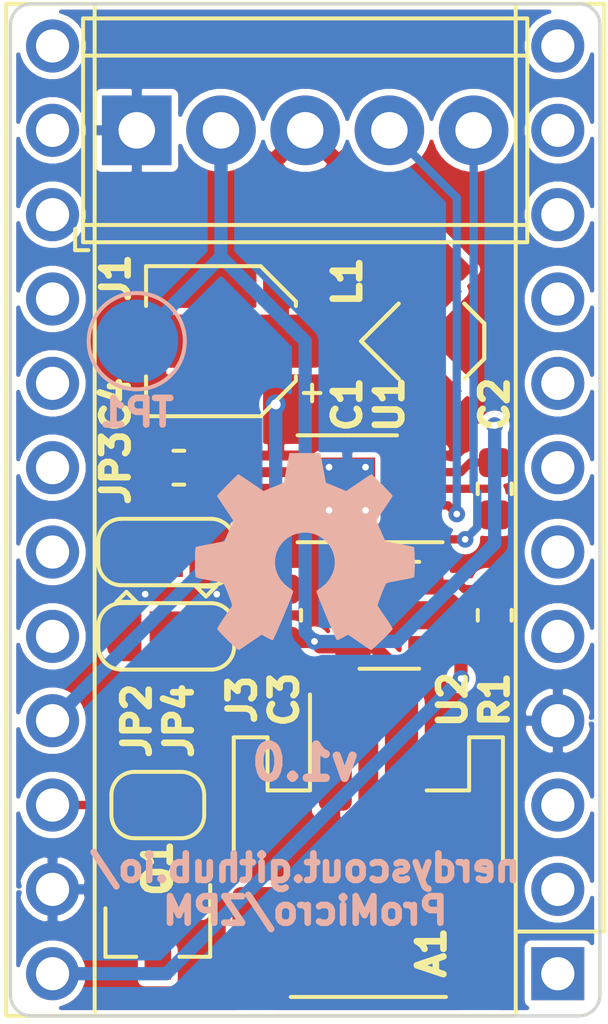
<source format=kicad_pcb>
(kicad_pcb (version 20171130) (host pcbnew 5.1.5)

  (general
    (thickness 0.8)
    (drawings 10)
    (tracks 90)
    (zones 0)
    (modules 17)
    (nets 15)
  )

  (page A4)
  (title_block
    (title ProMicro_ZPM)
    (date 2020-05-11)
    (rev v1.0)
    (company https://twitter.com/nerdyscout84)
    (comment 1 "CERN Open Hardware Licence v1.2 ")
    (comment 2 http://github.com/nerdyscout/ProMicro)
  )

  (layers
    (0 F.Cu mixed)
    (31 B.Cu mixed)
    (32 B.Adhes user)
    (33 F.Adhes user)
    (34 B.Paste user)
    (35 F.Paste user)
    (36 B.SilkS user)
    (37 F.SilkS user)
    (38 B.Mask user)
    (39 F.Mask user)
    (40 Dwgs.User user)
    (41 Cmts.User user)
    (42 Eco1.User user)
    (43 Eco2.User user)
    (44 Edge.Cuts user)
    (45 Margin user)
    (46 B.CrtYd user)
    (47 F.CrtYd user)
    (48 B.Fab user)
    (49 F.Fab user)
  )

  (setup
    (last_trace_width 0.25)
    (user_trace_width 0.1)
    (user_trace_width 0.2)
    (user_trace_width 0.25)
    (user_trace_width 0.4)
    (trace_clearance 0.2)
    (zone_clearance 0.125)
    (zone_45_only no)
    (trace_min 0.1)
    (via_size 0.5)
    (via_drill 0.2)
    (via_min_size 0.45)
    (via_min_drill 0.2)
    (user_via 0.45 0.2)
    (user_via 0.5 0.2)
    (user_via 0.6 0.3)
    (uvia_size 0.3)
    (uvia_drill 0.1)
    (uvias_allowed no)
    (uvia_min_size 0.2)
    (uvia_min_drill 0.1)
    (edge_width 0.05)
    (segment_width 0.2)
    (pcb_text_width 0.3)
    (pcb_text_size 1.5 1.5)
    (mod_edge_width 0.12)
    (mod_text_size 1 1)
    (mod_text_width 0.15)
    (pad_size 2 2)
    (pad_drill 1)
    (pad_to_mask_clearance 0)
    (aux_axis_origin 50.8 104.14)
    (grid_origin 50.8 104.14)
    (visible_elements FFFFFF7F)
    (pcbplotparams
      (layerselection 0x010fc_ffffffff)
      (usegerberextensions false)
      (usegerberattributes false)
      (usegerberadvancedattributes false)
      (creategerberjobfile false)
      (excludeedgelayer true)
      (linewidth 0.100000)
      (plotframeref false)
      (viasonmask false)
      (mode 1)
      (useauxorigin false)
      (hpglpennumber 1)
      (hpglpenspeed 20)
      (hpglpendiameter 15.000000)
      (psnegative false)
      (psa4output false)
      (plotreference true)
      (plotvalue true)
      (plotinvisibletext false)
      (padsonsilk false)
      (subtractmaskfromsilk false)
      (outputformat 1)
      (mirror false)
      (drillshape 1)
      (scaleselection 1)
      (outputdirectory ""))
  )

  (net 0 "")
  (net 1 GND)
  (net 2 +3V3)
  (net 3 VCC)
  (net 4 VBAT)
  (net 5 "Net-(C2-Pad1)")
  (net 6 "Net-(L1-Pad2)")
  (net 7 Reset)
  (net 8 /Vin2)
  (net 9 "Net-(J1-Pad5)")
  (net 10 "Net-(J1-Pad4)")
  (net 11 "Net-(JP4-Pad2)")
  (net 12 "Net-(R1-Pad1)")
  (net 13 /D0)
  (net 14 /D1)

  (net_class Default "This is the default net class."
    (clearance 0.2)
    (trace_width 0.25)
    (via_dia 0.5)
    (via_drill 0.2)
    (uvia_dia 0.3)
    (uvia_drill 0.1)
    (add_net /D0)
    (add_net /D1)
    (add_net /Vin2)
    (add_net "Net-(C2-Pad1)")
    (add_net "Net-(J1-Pad4)")
    (add_net "Net-(J1-Pad5)")
    (add_net "Net-(JP4-Pad2)")
    (add_net "Net-(L1-Pad2)")
    (add_net "Net-(R1-Pad1)")
    (add_net Reset)
    (add_net VBAT)
    (add_net VCC)
  )

  (net_class Power ""
    (clearance 0.2)
    (trace_width 0.4)
    (via_dia 0.6)
    (via_drill 0.3)
    (uvia_dia 0.3)
    (uvia_drill 0.1)
    (add_net +3V3)
    (add_net GND)
  )

  (net_class small ""
    (clearance 0.2)
    (trace_width 0.2)
    (via_dia 0.5)
    (via_drill 0.2)
    (uvia_dia 0.3)
    (uvia_drill 0.1)
  )

  (net_class tiny ""
    (clearance 0.1)
    (trace_width 0.1)
    (via_dia 0.45)
    (via_drill 0.2)
    (uvia_dia 0.3)
    (uvia_drill 0.1)
  )

  (module Symbol:OSHW-Symbol_6.7x6mm_SilkScreen (layer B.Cu) (tedit 0) (tstamp 5E260438)
    (at 58.42 91.44 180)
    (descr "Open Source Hardware Symbol")
    (tags "Logo Symbol OSHW")
    (path /5E25FD05)
    (attr virtual)
    (fp_text reference LOGO1 (at 0 0) (layer B.SilkS) hide
      (effects (font (size 1 1) (thickness 0.15)) (justify mirror))
    )
    (fp_text value Logo_Open_Hardware_Small (at 0.75 0) (layer B.Fab) hide
      (effects (font (size 1 1) (thickness 0.15)) (justify mirror))
    )
    (fp_poly (pts (xy 0.555814 2.531069) (xy 0.639635 2.086445) (xy 0.94892 1.958947) (xy 1.258206 1.831449)
      (xy 1.629246 2.083754) (xy 1.733157 2.154004) (xy 1.827087 2.216728) (xy 1.906652 2.269062)
      (xy 1.96747 2.308143) (xy 2.005157 2.331107) (xy 2.015421 2.336058) (xy 2.03391 2.323324)
      (xy 2.07342 2.288118) (xy 2.129522 2.234938) (xy 2.197787 2.168282) (xy 2.273786 2.092646)
      (xy 2.353092 2.012528) (xy 2.431275 1.932426) (xy 2.503907 1.856836) (xy 2.566559 1.790255)
      (xy 2.614803 1.737182) (xy 2.64421 1.702113) (xy 2.651241 1.690377) (xy 2.641123 1.66874)
      (xy 2.612759 1.621338) (xy 2.569129 1.552807) (xy 2.513218 1.467785) (xy 2.448006 1.370907)
      (xy 2.410219 1.31565) (xy 2.341343 1.214752) (xy 2.28014 1.123701) (xy 2.229578 1.04703)
      (xy 2.192628 0.989272) (xy 2.172258 0.954957) (xy 2.169197 0.947746) (xy 2.176136 0.927252)
      (xy 2.195051 0.879487) (xy 2.223087 0.811168) (xy 2.257391 0.729011) (xy 2.295109 0.63973)
      (xy 2.333387 0.550042) (xy 2.36937 0.466662) (xy 2.400206 0.396306) (xy 2.423039 0.34569)
      (xy 2.435017 0.321529) (xy 2.435724 0.320578) (xy 2.454531 0.315964) (xy 2.504618 0.305672)
      (xy 2.580793 0.290713) (xy 2.677865 0.272099) (xy 2.790643 0.250841) (xy 2.856442 0.238582)
      (xy 2.97695 0.215638) (xy 3.085797 0.193805) (xy 3.177476 0.174278) (xy 3.246481 0.158252)
      (xy 3.287304 0.146921) (xy 3.295511 0.143326) (xy 3.303548 0.118994) (xy 3.310033 0.064041)
      (xy 3.31497 -0.015108) (xy 3.318364 -0.112026) (xy 3.320218 -0.220287) (xy 3.320538 -0.333465)
      (xy 3.319327 -0.445135) (xy 3.31659 -0.548868) (xy 3.312331 -0.638241) (xy 3.306555 -0.706826)
      (xy 3.299267 -0.748197) (xy 3.294895 -0.75681) (xy 3.268764 -0.767133) (xy 3.213393 -0.781892)
      (xy 3.136107 -0.799352) (xy 3.04423 -0.81778) (xy 3.012158 -0.823741) (xy 2.857524 -0.852066)
      (xy 2.735375 -0.874876) (xy 2.641673 -0.89308) (xy 2.572384 -0.907583) (xy 2.523471 -0.919292)
      (xy 2.490897 -0.929115) (xy 2.470628 -0.937956) (xy 2.458626 -0.946724) (xy 2.456947 -0.948457)
      (xy 2.440184 -0.976371) (xy 2.414614 -1.030695) (xy 2.382788 -1.104777) (xy 2.34726 -1.191965)
      (xy 2.310583 -1.285608) (xy 2.275311 -1.379052) (xy 2.243996 -1.465647) (xy 2.219193 -1.53874)
      (xy 2.203454 -1.591678) (xy 2.199332 -1.617811) (xy 2.199676 -1.618726) (xy 2.213641 -1.640086)
      (xy 2.245322 -1.687084) (xy 2.291391 -1.754827) (xy 2.348518 -1.838423) (xy 2.413373 -1.932982)
      (xy 2.431843 -1.959854) (xy 2.497699 -2.057275) (xy 2.55565 -2.146163) (xy 2.602538 -2.221412)
      (xy 2.635207 -2.27792) (xy 2.6505 -2.310581) (xy 2.651241 -2.314593) (xy 2.638392 -2.335684)
      (xy 2.602888 -2.377464) (xy 2.549293 -2.435445) (xy 2.482171 -2.505135) (xy 2.406087 -2.582045)
      (xy 2.325604 -2.661683) (xy 2.245287 -2.739561) (xy 2.169699 -2.811186) (xy 2.103405 -2.87207)
      (xy 2.050969 -2.917721) (xy 2.016955 -2.94365) (xy 2.007545 -2.947883) (xy 1.985643 -2.937912)
      (xy 1.9408 -2.91102) (xy 1.880321 -2.871736) (xy 1.833789 -2.840117) (xy 1.749475 -2.782098)
      (xy 1.649626 -2.713784) (xy 1.549473 -2.645579) (xy 1.495627 -2.609075) (xy 1.313371 -2.4858)
      (xy 1.160381 -2.56852) (xy 1.090682 -2.604759) (xy 1.031414 -2.632926) (xy 0.991311 -2.648991)
      (xy 0.981103 -2.651226) (xy 0.968829 -2.634722) (xy 0.944613 -2.588082) (xy 0.910263 -2.515609)
      (xy 0.867588 -2.421606) (xy 0.818394 -2.310374) (xy 0.76449 -2.186215) (xy 0.707684 -2.053432)
      (xy 0.649782 -1.916327) (xy 0.592593 -1.779202) (xy 0.537924 -1.646358) (xy 0.487584 -1.522098)
      (xy 0.44338 -1.410725) (xy 0.407119 -1.316539) (xy 0.380609 -1.243844) (xy 0.365658 -1.196941)
      (xy 0.363254 -1.180833) (xy 0.382311 -1.160286) (xy 0.424036 -1.126933) (xy 0.479706 -1.087702)
      (xy 0.484378 -1.084599) (xy 0.628264 -0.969423) (xy 0.744283 -0.835053) (xy 0.83143 -0.685784)
      (xy 0.888699 -0.525913) (xy 0.915086 -0.359737) (xy 0.909585 -0.191552) (xy 0.87119 -0.025655)
      (xy 0.798895 0.133658) (xy 0.777626 0.168513) (xy 0.666996 0.309263) (xy 0.536302 0.422286)
      (xy 0.390064 0.506997) (xy 0.232808 0.562806) (xy 0.069057 0.589126) (xy -0.096667 0.58537)
      (xy -0.259838 0.55095) (xy -0.415935 0.485277) (xy -0.560433 0.387765) (xy -0.605131 0.348187)
      (xy -0.718888 0.224297) (xy -0.801782 0.093876) (xy -0.858644 -0.052315) (xy -0.890313 -0.197088)
      (xy -0.898131 -0.35986) (xy -0.872062 -0.52344) (xy -0.814755 -0.682298) (xy -0.728856 -0.830906)
      (xy -0.617014 -0.963735) (xy -0.481877 -1.075256) (xy -0.464117 -1.087011) (xy -0.40785 -1.125508)
      (xy -0.365077 -1.158863) (xy -0.344628 -1.18016) (xy -0.344331 -1.180833) (xy -0.348721 -1.203871)
      (xy -0.366124 -1.256157) (xy -0.394732 -1.33339) (xy -0.432735 -1.431268) (xy -0.478326 -1.545491)
      (xy -0.529697 -1.671758) (xy -0.585038 -1.805767) (xy -0.642542 -1.943218) (xy -0.700399 -2.079808)
      (xy -0.756802 -2.211237) (xy -0.809942 -2.333205) (xy -0.85801 -2.441409) (xy -0.899199 -2.531549)
      (xy -0.931699 -2.599323) (xy -0.953703 -2.64043) (xy -0.962564 -2.651226) (xy -0.98964 -2.642819)
      (xy -1.040303 -2.620272) (xy -1.105817 -2.587613) (xy -1.141841 -2.56852) (xy -1.294832 -2.4858)
      (xy -1.477088 -2.609075) (xy -1.570125 -2.672228) (xy -1.671985 -2.741727) (xy -1.767438 -2.807165)
      (xy -1.81525 -2.840117) (xy -1.882495 -2.885273) (xy -1.939436 -2.921057) (xy -1.978646 -2.942938)
      (xy -1.991381 -2.947563) (xy -2.009917 -2.935085) (xy -2.050941 -2.900252) (xy -2.110475 -2.846678)
      (xy -2.184542 -2.777983) (xy -2.269165 -2.697781) (xy -2.322685 -2.646286) (xy -2.416319 -2.554286)
      (xy -2.497241 -2.471999) (xy -2.562177 -2.402945) (xy -2.607858 -2.350644) (xy -2.631011 -2.318616)
      (xy -2.633232 -2.312116) (xy -2.622924 -2.287394) (xy -2.594439 -2.237405) (xy -2.550937 -2.167212)
      (xy -2.495577 -2.081875) (xy -2.43152 -1.986456) (xy -2.413303 -1.959854) (xy -2.346927 -1.863167)
      (xy -2.287378 -1.776117) (xy -2.237984 -1.703595) (xy -2.202075 -1.650493) (xy -2.182981 -1.621703)
      (xy -2.181136 -1.618726) (xy -2.183895 -1.595782) (xy -2.198538 -1.545336) (xy -2.222513 -1.474041)
      (xy -2.253266 -1.388547) (xy -2.288244 -1.295507) (xy -2.324893 -1.201574) (xy -2.360661 -1.113399)
      (xy -2.392994 -1.037634) (xy -2.419338 -0.980931) (xy -2.437142 -0.949943) (xy -2.438407 -0.948457)
      (xy -2.449294 -0.939601) (xy -2.467682 -0.930843) (xy -2.497606 -0.921277) (xy -2.543103 -0.909996)
      (xy -2.608209 -0.896093) (xy -2.696961 -0.878663) (xy -2.813393 -0.856798) (xy -2.961542 -0.829591)
      (xy -2.993618 -0.823741) (xy -3.088686 -0.805374) (xy -3.171565 -0.787405) (xy -3.23493 -0.771569)
      (xy -3.271458 -0.7596) (xy -3.276356 -0.75681) (xy -3.284427 -0.732072) (xy -3.290987 -0.67679)
      (xy -3.296033 -0.597389) (xy -3.299559 -0.500296) (xy -3.301561 -0.391938) (xy -3.302036 -0.27874)
      (xy -3.300977 -0.167128) (xy -3.298382 -0.063529) (xy -3.294246 0.025632) (xy -3.288563 0.093928)
      (xy -3.281331 0.134934) (xy -3.276971 0.143326) (xy -3.252698 0.151792) (xy -3.197426 0.165565)
      (xy -3.116662 0.18345) (xy -3.015912 0.204252) (xy -2.900683 0.226777) (xy -2.837902 0.238582)
      (xy -2.718787 0.260849) (xy -2.612565 0.281021) (xy -2.524427 0.298085) (xy -2.459566 0.311031)
      (xy -2.423174 0.318845) (xy -2.417184 0.320578) (xy -2.407061 0.34011) (xy -2.385662 0.387157)
      (xy -2.355839 0.454997) (xy -2.320445 0.536909) (xy -2.282332 0.626172) (xy -2.244353 0.716065)
      (xy -2.20936 0.799865) (xy -2.180206 0.870853) (xy -2.159743 0.922306) (xy -2.150823 0.947503)
      (xy -2.150657 0.948604) (xy -2.160769 0.968481) (xy -2.189117 1.014223) (xy -2.232723 1.081283)
      (xy -2.288606 1.165116) (xy -2.353787 1.261174) (xy -2.391679 1.31635) (xy -2.460725 1.417519)
      (xy -2.52205 1.50937) (xy -2.572663 1.587256) (xy -2.609571 1.646531) (xy -2.629782 1.682549)
      (xy -2.632701 1.690623) (xy -2.620153 1.709416) (xy -2.585463 1.749543) (xy -2.533063 1.806507)
      (xy -2.467384 1.875815) (xy -2.392856 1.952969) (xy -2.313913 2.033475) (xy -2.234983 2.112837)
      (xy -2.1605 2.18656) (xy -2.094894 2.250148) (xy -2.042596 2.299106) (xy -2.008039 2.328939)
      (xy -1.996478 2.336058) (xy -1.977654 2.326047) (xy -1.932631 2.297922) (xy -1.865787 2.254546)
      (xy -1.781499 2.198782) (xy -1.684144 2.133494) (xy -1.610707 2.083754) (xy -1.239667 1.831449)
      (xy -0.621095 2.086445) (xy -0.537275 2.531069) (xy -0.453454 2.975693) (xy 0.471994 2.975693)
      (xy 0.555814 2.531069)) (layer B.SilkS) (width 0.01))
  )

  (module TestPoint:TestPoint_Pad_D2.5mm (layer B.Cu) (tedit 5A0F774F) (tstamp 5ED9A3CD)
    (at 53.34 85.09)
    (descr "SMD pad as test Point, diameter 2.5mm")
    (tags "test point SMD pad")
    (path /5EDC5761)
    (attr virtual)
    (fp_text reference TP1 (at 0 2.148) (layer B.SilkS)
      (effects (font (size 0.8 0.8) (thickness 0.2)) (justify mirror))
    )
    (fp_text value TestPoint (at 0 -2.25) (layer B.Fab) hide
      (effects (font (size 0.8 0.8) (thickness 0.2)) (justify mirror))
    )
    (fp_circle (center 0 0) (end 0 -1.45) (layer B.SilkS) (width 0.12))
    (fp_circle (center 0 0) (end 1.75 0) (layer B.CrtYd) (width 0.05))
    (fp_text user %R (at 0 2.15) (layer B.Fab) hide
      (effects (font (size 0.8 0.8) (thickness 0.2)) (justify mirror))
    )
    (pad 1 smd circle (at 0 0) (size 2.5 2.5) (layers B.Cu B.Mask)
      (net 4 VBAT))
  )

  (module Capacitor_SMD:CP_Elec_4x3 (layer F.Cu) (tedit 5BCA39CF) (tstamp 5ED9E076)
    (at 55.88 85.09 180)
    (descr "SMD capacitor, aluminum electrolytic, Nichicon, 4.0x3mm")
    (tags "capacitor electrolytic")
    (path /5EBCBFD3)
    (attr smd)
    (fp_text reference C1 (at -3.81 -1.905 90) (layer F.SilkS)
      (effects (font (size 0.8 0.8) (thickness 0.2)))
    )
    (fp_text value 10µF (at 0 1.27) (layer F.Fab) hide
      (effects (font (size 0.8 0.8) (thickness 0.2)))
    )
    (fp_text user %R (at 0 0) (layer F.Fab)
      (effects (font (size 0.8 0.8) (thickness 0.12)))
    )
    (fp_line (start -3.35 1.05) (end -2.4 1.05) (layer F.CrtYd) (width 0.05))
    (fp_line (start -3.35 -1.05) (end -3.35 1.05) (layer F.CrtYd) (width 0.05))
    (fp_line (start -2.4 -1.05) (end -3.35 -1.05) (layer F.CrtYd) (width 0.05))
    (fp_line (start -2.4 1.05) (end -2.4 1.25) (layer F.CrtYd) (width 0.05))
    (fp_line (start -2.4 -1.25) (end -2.4 -1.05) (layer F.CrtYd) (width 0.05))
    (fp_line (start -2.4 -1.25) (end -1.25 -2.4) (layer F.CrtYd) (width 0.05))
    (fp_line (start -2.4 1.25) (end -1.25 2.4) (layer F.CrtYd) (width 0.05))
    (fp_line (start -1.25 -2.4) (end 2.4 -2.4) (layer F.CrtYd) (width 0.05))
    (fp_line (start -1.25 2.4) (end 2.4 2.4) (layer F.CrtYd) (width 0.05))
    (fp_line (start 2.4 1.05) (end 2.4 2.4) (layer F.CrtYd) (width 0.05))
    (fp_line (start 3.35 1.05) (end 2.4 1.05) (layer F.CrtYd) (width 0.05))
    (fp_line (start 3.35 -1.05) (end 3.35 1.05) (layer F.CrtYd) (width 0.05))
    (fp_line (start 2.4 -1.05) (end 3.35 -1.05) (layer F.CrtYd) (width 0.05))
    (fp_line (start 2.4 -2.4) (end 2.4 -1.05) (layer F.CrtYd) (width 0.05))
    (fp_line (start -2.75 -1.81) (end -2.75 -1.31) (layer F.SilkS) (width 0.12))
    (fp_line (start -3 -1.56) (end -2.5 -1.56) (layer F.SilkS) (width 0.12))
    (fp_line (start -2.26 1.195563) (end -1.195563 2.26) (layer F.SilkS) (width 0.12))
    (fp_line (start -2.26 -1.195563) (end -1.195563 -2.26) (layer F.SilkS) (width 0.12))
    (fp_line (start -2.26 -1.195563) (end -2.26 -1.06) (layer F.SilkS) (width 0.12))
    (fp_line (start -2.26 1.195563) (end -2.26 1.06) (layer F.SilkS) (width 0.12))
    (fp_line (start -1.195563 2.26) (end 2.26 2.26) (layer F.SilkS) (width 0.12))
    (fp_line (start -1.195563 -2.26) (end 2.26 -2.26) (layer F.SilkS) (width 0.12))
    (fp_line (start 2.26 -2.26) (end 2.26 -1.06) (layer F.SilkS) (width 0.12))
    (fp_line (start 2.26 2.26) (end 2.26 1.06) (layer F.SilkS) (width 0.12))
    (fp_line (start -1.374773 -1.2) (end -1.374773 -0.8) (layer F.Fab) (width 0.1))
    (fp_line (start -1.574773 -1) (end -1.174773 -1) (layer F.Fab) (width 0.1))
    (fp_line (start -2.15 1.15) (end -1.15 2.15) (layer F.Fab) (width 0.1))
    (fp_line (start -2.15 -1.15) (end -1.15 -2.15) (layer F.Fab) (width 0.1))
    (fp_line (start -2.15 -1.15) (end -2.15 1.15) (layer F.Fab) (width 0.1))
    (fp_line (start -1.15 2.15) (end 2.15 2.15) (layer F.Fab) (width 0.1))
    (fp_line (start -1.15 -2.15) (end 2.15 -2.15) (layer F.Fab) (width 0.1))
    (fp_line (start 2.15 -2.15) (end 2.15 2.15) (layer F.Fab) (width 0.1))
    (fp_circle (center 0 0) (end 2 0) (layer F.Fab) (width 0.1))
    (pad 2 smd roundrect (at 1.8 0 180) (size 2.6 1.6) (layers F.Cu F.Paste F.Mask) (roundrect_rratio 0.15625)
      (net 1 GND))
    (pad 1 smd roundrect (at -1.8 0 180) (size 2.6 1.6) (layers F.Cu F.Paste F.Mask) (roundrect_rratio 0.15625)
      (net 2 +3V3))
    (model ${KISYS3DMOD}/Capacitor_SMD.3dshapes/CP_Elec_4x3.wrl
      (at (xyz 0 0 0))
      (scale (xyz 1 1 1))
      (rotate (xyz 0 0 0))
    )
  )

  (module Package_SO:MSOP-10-1EP_3x3mm_P0.5mm_EP1.68x1.88mm_ThermalVias (layer F.Cu) (tedit 5DC5FE75) (tstamp 5EDA0144)
    (at 59.69 89.535 180)
    (descr "MSOP, 10 Pin (https://www.analog.com/media/en/technical-documentation/data-sheets/3805fg.pdf#page=18), generated with kicad-footprint-generator ipc_gullwing_generator.py")
    (tags "MSOP SO")
    (path /5EB9A0B5)
    (attr smd)
    (fp_text reference U1 (at -1.27 2.54 270) (layer F.SilkS)
      (effects (font (size 0.8 0.8) (thickness 0.2)))
    )
    (fp_text value LTC3588EDD-1PBF (at 0 2.45) (layer F.Fab) hide
      (effects (font (size 0.8 0.8) (thickness 0.2)))
    )
    (fp_text user %R (at 0 0) (layer F.Fab)
      (effects (font (size 0.75 0.75) (thickness 0.11)))
    )
    (fp_line (start 3.12 -1.75) (end -3.12 -1.75) (layer F.CrtYd) (width 0.05))
    (fp_line (start 3.12 1.75) (end 3.12 -1.75) (layer F.CrtYd) (width 0.05))
    (fp_line (start -3.12 1.75) (end 3.12 1.75) (layer F.CrtYd) (width 0.05))
    (fp_line (start -3.12 -1.75) (end -3.12 1.75) (layer F.CrtYd) (width 0.05))
    (fp_line (start -1.5 -0.75) (end -0.75 -1.5) (layer F.Fab) (width 0.1))
    (fp_line (start -1.5 1.5) (end -1.5 -0.75) (layer F.Fab) (width 0.1))
    (fp_line (start 1.5 1.5) (end -1.5 1.5) (layer F.Fab) (width 0.1))
    (fp_line (start 1.5 -1.5) (end 1.5 1.5) (layer F.Fab) (width 0.1))
    (fp_line (start -0.75 -1.5) (end 1.5 -1.5) (layer F.Fab) (width 0.1))
    (fp_line (start 0 -1.61) (end -2.875 -1.61) (layer F.SilkS) (width 0.12))
    (fp_line (start 0 -1.61) (end 1.5 -1.61) (layer F.SilkS) (width 0.12))
    (fp_line (start 0 1.61) (end -1.5 1.61) (layer F.SilkS) (width 0.12))
    (fp_line (start 0 1.61) (end 1.5 1.61) (layer F.SilkS) (width 0.12))
    (pad "" smd roundrect (at 0.42 0.47 180) (size 0.7 0.79) (layers F.Paste) (roundrect_rratio 0.25))
    (pad "" smd roundrect (at 0.42 -0.47 180) (size 0.7 0.79) (layers F.Paste) (roundrect_rratio 0.25))
    (pad "" smd roundrect (at -0.42 0.47 180) (size 0.7 0.79) (layers F.Paste) (roundrect_rratio 0.25))
    (pad "" smd roundrect (at -0.42 -0.47 180) (size 0.7 0.79) (layers F.Paste) (roundrect_rratio 0.25))
    (pad 11 smd rect (at 0 0 180) (size 1.6 1.8) (layers B.Cu)
      (net 1 GND))
    (pad 11 thru_hole circle (at 0.55 0.65 180) (size 0.5 0.5) (drill 0.2) (layers *.Cu)
      (net 1 GND))
    (pad 11 thru_hole circle (at -0.55 0.65 180) (size 0.5 0.5) (drill 0.2) (layers *.Cu)
      (net 1 GND))
    (pad 11 thru_hole circle (at 0.55 -0.65 180) (size 0.5 0.5) (drill 0.2) (layers *.Cu)
      (net 1 GND))
    (pad 11 thru_hole circle (at -0.55 -0.65 180) (size 0.5 0.5) (drill 0.2) (layers *.Cu)
      (net 1 GND))
    (pad 11 smd rect (at 0 0 180) (size 1.68 1.88) (layers F.Cu F.Mask)
      (net 1 GND))
    (pad 10 smd roundrect (at 2.15 -1 180) (size 1.45 0.3) (layers F.Cu F.Paste F.Mask) (roundrect_rratio 0.25)
      (net 11 "Net-(JP4-Pad2)"))
    (pad 9 smd roundrect (at 2.15 -0.5 180) (size 1.45 0.3) (layers F.Cu F.Paste F.Mask) (roundrect_rratio 0.25)
      (net 13 /D0))
    (pad 8 smd roundrect (at 2.15 0 180) (size 1.45 0.3) (layers F.Cu F.Paste F.Mask) (roundrect_rratio 0.25)
      (net 14 /D1))
    (pad 7 smd roundrect (at 2.15 0.5 180) (size 1.45 0.3) (layers F.Cu F.Paste F.Mask) (roundrect_rratio 0.25)
      (net 8 /Vin2))
    (pad 6 smd roundrect (at 2.15 1 180) (size 1.45 0.3) (layers F.Cu F.Paste F.Mask) (roundrect_rratio 0.25)
      (net 2 +3V3))
    (pad 5 smd roundrect (at -2.15 1 180) (size 1.45 0.3) (layers F.Cu F.Paste F.Mask) (roundrect_rratio 0.25)
      (net 6 "Net-(L1-Pad2)"))
    (pad 4 smd roundrect (at -2.15 0.5 180) (size 1.45 0.3) (layers F.Cu F.Paste F.Mask) (roundrect_rratio 0.25)
      (net 4 VBAT))
    (pad 3 smd roundrect (at -2.15 0 180) (size 1.45 0.3) (layers F.Cu F.Paste F.Mask) (roundrect_rratio 0.25)
      (net 5 "Net-(C2-Pad1)"))
    (pad 2 smd roundrect (at -2.15 -0.5 180) (size 1.45 0.3) (layers F.Cu F.Paste F.Mask) (roundrect_rratio 0.25)
      (net 10 "Net-(J1-Pad4)"))
    (pad 1 smd roundrect (at -2.15 -1 180) (size 1.45 0.3) (layers F.Cu F.Paste F.Mask) (roundrect_rratio 0.25)
      (net 9 "Net-(J1-Pad5)"))
    (model ${KISYS3DMOD}/Package_SO.3dshapes/MSOP-10-1EP_3x3mm_P0.5mm_EP1.68x1.88mm.wrl
      (at (xyz 0 0 0))
      (scale (xyz 1 1 1))
      (rotate (xyz 0 0 0))
    )
  )

  (module Resistor_SMD:R_0603_1608Metric (layer F.Cu) (tedit 5B301BBD) (tstamp 5ED99781)
    (at 64.135 93.345 270)
    (descr "Resistor SMD 0603 (1608 Metric), square (rectangular) end terminal, IPC_7351 nominal, (Body size source: http://www.tortai-tech.com/upload/download/2011102023233369053.pdf), generated with kicad-footprint-generator")
    (tags resistor)
    (path /5EBB144B)
    (attr smd)
    (fp_text reference R1 (at 2.54 0 270) (layer F.SilkS)
      (effects (font (size 0.8 0.8) (thickness 0.2)))
    )
    (fp_text value 2k (at 0 1.43 90) (layer F.Fab) hide
      (effects (font (size 0.8 0.8) (thickness 0.2)))
    )
    (fp_text user %R (at 0 0 90) (layer F.Fab)
      (effects (font (size 0.4 0.4) (thickness 0.06)))
    )
    (fp_line (start 1.48 0.73) (end -1.48 0.73) (layer F.CrtYd) (width 0.05))
    (fp_line (start 1.48 -0.73) (end 1.48 0.73) (layer F.CrtYd) (width 0.05))
    (fp_line (start -1.48 -0.73) (end 1.48 -0.73) (layer F.CrtYd) (width 0.05))
    (fp_line (start -1.48 0.73) (end -1.48 -0.73) (layer F.CrtYd) (width 0.05))
    (fp_line (start -0.162779 0.51) (end 0.162779 0.51) (layer F.SilkS) (width 0.12))
    (fp_line (start -0.162779 -0.51) (end 0.162779 -0.51) (layer F.SilkS) (width 0.12))
    (fp_line (start 0.8 0.4) (end -0.8 0.4) (layer F.Fab) (width 0.1))
    (fp_line (start 0.8 -0.4) (end 0.8 0.4) (layer F.Fab) (width 0.1))
    (fp_line (start -0.8 -0.4) (end 0.8 -0.4) (layer F.Fab) (width 0.1))
    (fp_line (start -0.8 0.4) (end -0.8 -0.4) (layer F.Fab) (width 0.1))
    (pad 2 smd roundrect (at 0.7875 0 270) (size 0.875 0.95) (layers F.Cu F.Paste F.Mask) (roundrect_rratio 0.25)
      (net 1 GND))
    (pad 1 smd roundrect (at -0.7875 0 270) (size 0.875 0.95) (layers F.Cu F.Paste F.Mask) (roundrect_rratio 0.25)
      (net 12 "Net-(R1-Pad1)"))
    (model ${KISYS3DMOD}/Resistor_SMD.3dshapes/R_0603_1608Metric.wrl
      (at (xyz 0 0 0))
      (scale (xyz 1 1 1))
      (rotate (xyz 0 0 0))
    )
  )

  (module Jumper:SolderJumper-2_P1.3mm_Open_RoundedPad1.0x1.5mm (layer F.Cu) (tedit 5B391E66) (tstamp 5ED988A4)
    (at 53.975 99.06)
    (descr "SMD Solder Jumper, 1x1.5mm, rounded Pads, 0.3mm gap, open")
    (tags "solder jumper open")
    (path /5EBD4007)
    (attr virtual)
    (fp_text reference JP4 (at 0.635 -2.54 90) (layer F.SilkS)
      (effects (font (size 0.8 0.8) (thickness 0.2)))
    )
    (fp_text value SolderJumper_2_Open (at 0 1.9) (layer F.Fab) hide
      (effects (font (size 0.8 0.8) (thickness 0.2)))
    )
    (fp_line (start 1.65 1.25) (end -1.65 1.25) (layer F.CrtYd) (width 0.05))
    (fp_line (start 1.65 1.25) (end 1.65 -1.25) (layer F.CrtYd) (width 0.05))
    (fp_line (start -1.65 -1.25) (end -1.65 1.25) (layer F.CrtYd) (width 0.05))
    (fp_line (start -1.65 -1.25) (end 1.65 -1.25) (layer F.CrtYd) (width 0.05))
    (fp_line (start -0.7 -1) (end 0.7 -1) (layer F.SilkS) (width 0.12))
    (fp_line (start 1.4 -0.3) (end 1.4 0.3) (layer F.SilkS) (width 0.12))
    (fp_line (start 0.7 1) (end -0.7 1) (layer F.SilkS) (width 0.12))
    (fp_line (start -1.4 0.3) (end -1.4 -0.3) (layer F.SilkS) (width 0.12))
    (fp_arc (start -0.7 -0.3) (end -0.7 -1) (angle -90) (layer F.SilkS) (width 0.12))
    (fp_arc (start -0.7 0.3) (end -1.4 0.3) (angle -90) (layer F.SilkS) (width 0.12))
    (fp_arc (start 0.7 0.3) (end 0.7 1) (angle -90) (layer F.SilkS) (width 0.12))
    (fp_arc (start 0.7 -0.3) (end 1.4 -0.3) (angle -90) (layer F.SilkS) (width 0.12))
    (pad 2 smd custom (at 0.65 0) (size 1 0.5) (layers F.Cu F.Mask)
      (net 11 "Net-(JP4-Pad2)") (zone_connect 2)
      (options (clearance outline) (anchor rect))
      (primitives
        (gr_circle (center 0 0.25) (end 0.5 0.25) (width 0))
        (gr_circle (center 0 -0.25) (end 0.5 -0.25) (width 0))
        (gr_poly (pts
           (xy 0 -0.75) (xy -0.5 -0.75) (xy -0.5 0.75) (xy 0 0.75)) (width 0))
      ))
    (pad 1 smd custom (at -0.65 0) (size 1 0.5) (layers F.Cu F.Mask)
      (net 7 Reset) (zone_connect 2)
      (options (clearance outline) (anchor rect))
      (primitives
        (gr_circle (center 0 0.25) (end 0.5 0.25) (width 0))
        (gr_circle (center 0 -0.25) (end 0.5 -0.25) (width 0))
        (gr_poly (pts
           (xy 0 -0.75) (xy 0.5 -0.75) (xy 0.5 0.75) (xy 0 0.75)) (width 0))
      ))
  )

  (module Connector_JST:JST_PH_S2B-PH-SM4-TB_1x02-1MP_P2.00mm_Horizontal (layer F.Cu) (tedit 5B78AD87) (tstamp 5ED9883A)
    (at 60.325 100.33)
    (descr "JST PH series connector, S2B-PH-SM4-TB (http://www.jst-mfg.com/product/pdf/eng/ePH.pdf), generated with kicad-footprint-generator")
    (tags "connector JST PH top entry")
    (path /5EBCC89B)
    (attr smd)
    (fp_text reference J3 (at -3.81 -4.445 90) (layer F.SilkS)
      (effects (font (size 0.8 0.8) (thickness 0.2)))
    )
    (fp_text value JST (at 0 1.27) (layer F.Fab) hide
      (effects (font (size 0.8 0.8) (thickness 0.2)))
    )
    (fp_text user %R (at -3.81 -4.445 90) (layer F.Fab) hide
      (effects (font (size 0.8 0.8) (thickness 0.2)))
    )
    (fp_line (start -1 -0.892893) (end -0.5 -1.6) (layer F.Fab) (width 0.1))
    (fp_line (start -1.5 -1.6) (end -1 -0.892893) (layer F.Fab) (width 0.1))
    (fp_line (start 4.6 -5.1) (end -4.6 -5.1) (layer F.CrtYd) (width 0.05))
    (fp_line (start 4.6 5.1) (end 4.6 -5.1) (layer F.CrtYd) (width 0.05))
    (fp_line (start -4.6 5.1) (end 4.6 5.1) (layer F.CrtYd) (width 0.05))
    (fp_line (start -4.6 -5.1) (end -4.6 5.1) (layer F.CrtYd) (width 0.05))
    (fp_line (start 3.95 -3.2) (end 3.95 4.4) (layer F.Fab) (width 0.1))
    (fp_line (start -3.95 -3.2) (end -3.95 4.4) (layer F.Fab) (width 0.1))
    (fp_line (start -3.95 4.4) (end 3.95 4.4) (layer F.Fab) (width 0.1))
    (fp_line (start -2.34 4.51) (end 2.34 4.51) (layer F.SilkS) (width 0.12))
    (fp_line (start 3.04 -1.71) (end 1.76 -1.71) (layer F.SilkS) (width 0.12))
    (fp_line (start 3.04 -3.31) (end 3.04 -1.71) (layer F.SilkS) (width 0.12))
    (fp_line (start 4.06 -3.31) (end 3.04 -3.31) (layer F.SilkS) (width 0.12))
    (fp_line (start 4.06 0.94) (end 4.06 -3.31) (layer F.SilkS) (width 0.12))
    (fp_line (start -1.76 -1.71) (end -1.76 -4.6) (layer F.SilkS) (width 0.12))
    (fp_line (start -3.04 -1.71) (end -1.76 -1.71) (layer F.SilkS) (width 0.12))
    (fp_line (start -3.04 -3.31) (end -3.04 -1.71) (layer F.SilkS) (width 0.12))
    (fp_line (start -4.06 -3.31) (end -3.04 -3.31) (layer F.SilkS) (width 0.12))
    (fp_line (start -4.06 0.94) (end -4.06 -3.31) (layer F.SilkS) (width 0.12))
    (fp_line (start 3.15 -3.2) (end 3.95 -3.2) (layer F.Fab) (width 0.1))
    (fp_line (start 3.15 -1.6) (end 3.15 -3.2) (layer F.Fab) (width 0.1))
    (fp_line (start -3.15 -1.6) (end 3.15 -1.6) (layer F.Fab) (width 0.1))
    (fp_line (start -3.15 -3.2) (end -3.15 -1.6) (layer F.Fab) (width 0.1))
    (fp_line (start -3.95 -3.2) (end -3.15 -3.2) (layer F.Fab) (width 0.1))
    (pad MP smd roundrect (at 3.35 2.9) (size 1.5 3.4) (layers F.Cu F.Paste F.Mask) (roundrect_rratio 0.166667))
    (pad MP smd roundrect (at -3.35 2.9) (size 1.5 3.4) (layers F.Cu F.Paste F.Mask) (roundrect_rratio 0.166667))
    (pad 2 smd roundrect (at 1 -2.85) (size 1 3.5) (layers F.Cu F.Paste F.Mask) (roundrect_rratio 0.25)
      (net 4 VBAT))
    (pad 1 smd roundrect (at -1 -2.85) (size 1 3.5) (layers F.Cu F.Paste F.Mask) (roundrect_rratio 0.25)
      (net 1 GND))
    (model ${KISYS3DMOD}/Connector_JST.3dshapes/JST_PH_S2B-PH-SM4-TB_1x02-1MP_P2.00mm_Horizontal.wrl
      (at (xyz 0 0 0))
      (scale (xyz 1 1 1))
      (rotate (xyz 0 0 0))
    )
  )

  (module Capacitor_SMD:C_0603_1608Metric (layer F.Cu) (tedit 5B301BBE) (tstamp 5ED987A3)
    (at 57.785 93.345 90)
    (descr "Capacitor SMD 0603 (1608 Metric), square (rectangular) end terminal, IPC_7351 nominal, (Body size source: http://www.tortai-tech.com/upload/download/2011102023233369053.pdf), generated with kicad-footprint-generator")
    (tags capacitor)
    (path /5EBBC53C)
    (attr smd)
    (fp_text reference C3 (at -2.54 0 90) (layer F.SilkS)
      (effects (font (size 0.8 0.8) (thickness 0.2)))
    )
    (fp_text value 4.7µ (at 0 0 90) (layer F.Fab) hide
      (effects (font (size 0.8 0.8) (thickness 0.2)))
    )
    (fp_text user %R (at 0 0 90) (layer F.Fab)
      (effects (font (size 0.4 0.4) (thickness 0.06)))
    )
    (fp_line (start 1.48 0.73) (end -1.48 0.73) (layer F.CrtYd) (width 0.05))
    (fp_line (start 1.48 -0.73) (end 1.48 0.73) (layer F.CrtYd) (width 0.05))
    (fp_line (start -1.48 -0.73) (end 1.48 -0.73) (layer F.CrtYd) (width 0.05))
    (fp_line (start -1.48 0.73) (end -1.48 -0.73) (layer F.CrtYd) (width 0.05))
    (fp_line (start -0.162779 0.51) (end 0.162779 0.51) (layer F.SilkS) (width 0.12))
    (fp_line (start -0.162779 -0.51) (end 0.162779 -0.51) (layer F.SilkS) (width 0.12))
    (fp_line (start 0.8 0.4) (end -0.8 0.4) (layer F.Fab) (width 0.1))
    (fp_line (start 0.8 -0.4) (end 0.8 0.4) (layer F.Fab) (width 0.1))
    (fp_line (start -0.8 -0.4) (end 0.8 -0.4) (layer F.Fab) (width 0.1))
    (fp_line (start -0.8 0.4) (end -0.8 -0.4) (layer F.Fab) (width 0.1))
    (pad 2 smd roundrect (at 0.7875 0 90) (size 0.875 0.95) (layers F.Cu F.Paste F.Mask) (roundrect_rratio 0.25)
      (net 1 GND))
    (pad 1 smd roundrect (at -0.7875 0 90) (size 0.875 0.95) (layers F.Cu F.Paste F.Mask) (roundrect_rratio 0.25)
      (net 4 VBAT))
    (model ${KISYS3DMOD}/Capacitor_SMD.3dshapes/C_0603_1608Metric.wrl
      (at (xyz 0 0 0))
      (scale (xyz 1 1 1))
      (rotate (xyz 0 0 0))
    )
  )

  (module Package_TO_SOT_SMD:SOT-23 (layer F.Cu) (tedit 5A02FF57) (tstamp 5ED982C1)
    (at 53.975 102.87 270)
    (descr "SOT-23, Standard")
    (tags SOT-23)
    (path /5EDB30A7)
    (attr smd)
    (fp_text reference Q1 (at -1.905 0 270) (layer F.SilkS)
      (effects (font (size 0.8 0.8) (thickness 0.2)))
    )
    (fp_text value BC847 (at 0 0 180) (layer F.Fab) hide
      (effects (font (size 0.8 0.8) (thickness 0.2)))
    )
    (fp_line (start 0.76 1.58) (end -0.7 1.58) (layer F.SilkS) (width 0.12))
    (fp_line (start 0.76 -1.58) (end -1.4 -1.58) (layer F.SilkS) (width 0.12))
    (fp_line (start -1.7 1.75) (end -1.7 -1.75) (layer F.CrtYd) (width 0.05))
    (fp_line (start 1.7 1.75) (end -1.7 1.75) (layer F.CrtYd) (width 0.05))
    (fp_line (start 1.7 -1.75) (end 1.7 1.75) (layer F.CrtYd) (width 0.05))
    (fp_line (start -1.7 -1.75) (end 1.7 -1.75) (layer F.CrtYd) (width 0.05))
    (fp_line (start 0.76 -1.58) (end 0.76 -0.65) (layer F.SilkS) (width 0.12))
    (fp_line (start 0.76 1.58) (end 0.76 0.65) (layer F.SilkS) (width 0.12))
    (fp_line (start -0.7 1.52) (end 0.7 1.52) (layer F.Fab) (width 0.1))
    (fp_line (start 0.7 -1.52) (end 0.7 1.52) (layer F.Fab) (width 0.1))
    (fp_line (start -0.7 -0.95) (end -0.15 -1.52) (layer F.Fab) (width 0.1))
    (fp_line (start -0.15 -1.52) (end 0.7 -1.52) (layer F.Fab) (width 0.1))
    (fp_line (start -0.7 -0.95) (end -0.7 1.5) (layer F.Fab) (width 0.1))
    (fp_text user %R (at 0 0) (layer F.Fab)
      (effects (font (size 0.5 0.5) (thickness 0.075)))
    )
    (pad 3 smd rect (at 1 0 270) (size 0.9 0.8) (layers F.Cu F.Paste F.Mask)
      (net 7 Reset))
    (pad 2 smd rect (at -1 0.95 270) (size 0.9 0.8) (layers F.Cu F.Paste F.Mask)
      (net 1 GND))
    (pad 1 smd rect (at -1 -0.95 270) (size 0.9 0.8) (layers F.Cu F.Paste F.Mask)
      (net 11 "Net-(JP4-Pad2)"))
    (model ${KISYS3DMOD}/Package_TO_SOT_SMD.3dshapes/SOT-23.wrl
      (at (xyz 0 0 0))
      (scale (xyz 1 1 1))
      (rotate (xyz 0 0 0))
    )
  )

  (module TerminalBlock_TE-Connectivity:TerminalBlock_TE_282834-5_1x05_P2.54mm_Horizontal (layer F.Cu) (tedit 5B1EC513) (tstamp 5ED981F2)
    (at 53.34 78.74)
    (descr "Terminal Block TE 282834-5, 5 pins, pitch 2.54mm, size 13.16x6.5mm^2, drill diamater 1.1mm, pad diameter 2.1mm, see http://www.te.com/commerce/DocumentDelivery/DDEController?Action=showdoc&DocId=Customer+Drawing%7F282834%7FC1%7Fpdf%7FEnglish%7FENG_CD_282834_C1.pdf, script-generated using https://github.com/pointhi/kicad-footprint-generator/scripts/TerminalBlock_TE-Connectivity")
    (tags "THT Terminal Block TE 282834-5 pitch 2.54mm size 13.16x6.5mm^2 drill 1.1mm pad 2.1mm")
    (path /5EDA163D)
    (fp_text reference J1 (at -0.635 4.445 90) (layer F.SilkS)
      (effects (font (size 0.8 0.8) (thickness 0.2)))
    )
    (fp_text value Screw_Terminal_01x05 (at 5.08 1.905) (layer F.Fab) hide
      (effects (font (size 0.8 0.8) (thickness 0.2)))
    )
    (fp_text user %R (at 5.08 2) (layer F.Fab) hide
      (effects (font (size 0.8 0.8) (thickness 0.2)))
    )
    (fp_line (start 12.16 -3.75) (end -2 -3.75) (layer F.CrtYd) (width 0.05))
    (fp_line (start 12.16 3.75) (end 12.16 -3.75) (layer F.CrtYd) (width 0.05))
    (fp_line (start -2 3.75) (end 12.16 3.75) (layer F.CrtYd) (width 0.05))
    (fp_line (start -2 -3.75) (end -2 3.75) (layer F.CrtYd) (width 0.05))
    (fp_line (start -1.86 3.61) (end -1.46 3.61) (layer F.SilkS) (width 0.12))
    (fp_line (start -1.86 2.97) (end -1.86 3.61) (layer F.SilkS) (width 0.12))
    (fp_line (start 10.861 -0.835) (end 9.326 0.7) (layer F.Fab) (width 0.1))
    (fp_line (start 10.995 -0.7) (end 9.46 0.835) (layer F.Fab) (width 0.1))
    (fp_line (start 8.321 -0.835) (end 6.786 0.7) (layer F.Fab) (width 0.1))
    (fp_line (start 8.455 -0.7) (end 6.92 0.835) (layer F.Fab) (width 0.1))
    (fp_line (start 5.781 -0.835) (end 4.246 0.7) (layer F.Fab) (width 0.1))
    (fp_line (start 5.915 -0.7) (end 4.38 0.835) (layer F.Fab) (width 0.1))
    (fp_line (start 3.241 -0.835) (end 1.706 0.7) (layer F.Fab) (width 0.1))
    (fp_line (start 3.375 -0.7) (end 1.84 0.835) (layer F.Fab) (width 0.1))
    (fp_line (start 0.701 -0.835) (end -0.835 0.7) (layer F.Fab) (width 0.1))
    (fp_line (start 0.835 -0.7) (end -0.701 0.835) (layer F.Fab) (width 0.1))
    (fp_line (start 11.78 -3.37) (end 11.78 3.37) (layer F.SilkS) (width 0.12))
    (fp_line (start -1.62 -3.37) (end -1.62 3.37) (layer F.SilkS) (width 0.12))
    (fp_line (start -1.62 3.37) (end 11.78 3.37) (layer F.SilkS) (width 0.12))
    (fp_line (start -1.62 -3.37) (end 11.78 -3.37) (layer F.SilkS) (width 0.12))
    (fp_line (start -1.62 -2.25) (end 11.78 -2.25) (layer F.SilkS) (width 0.12))
    (fp_line (start -1.5 -2.25) (end 11.66 -2.25) (layer F.Fab) (width 0.1))
    (fp_line (start -1.62 2.85) (end 11.78 2.85) (layer F.SilkS) (width 0.12))
    (fp_line (start -1.5 2.85) (end 11.66 2.85) (layer F.Fab) (width 0.1))
    (fp_line (start -1.5 2.85) (end -1.5 -3.25) (layer F.Fab) (width 0.1))
    (fp_line (start -1.1 3.25) (end -1.5 2.85) (layer F.Fab) (width 0.1))
    (fp_line (start 11.66 3.25) (end -1.1 3.25) (layer F.Fab) (width 0.1))
    (fp_line (start 11.66 -3.25) (end 11.66 3.25) (layer F.Fab) (width 0.1))
    (fp_line (start -1.5 -3.25) (end 11.66 -3.25) (layer F.Fab) (width 0.1))
    (fp_circle (center 10.16 0) (end 11.26 0) (layer F.Fab) (width 0.1))
    (fp_circle (center 7.62 0) (end 8.72 0) (layer F.Fab) (width 0.1))
    (fp_circle (center 5.08 0) (end 6.18 0) (layer F.Fab) (width 0.1))
    (fp_circle (center 2.54 0) (end 3.64 0) (layer F.Fab) (width 0.1))
    (fp_circle (center 0 0) (end 1.1 0) (layer F.Fab) (width 0.1))
    (pad 5 thru_hole circle (at 10.16 0) (size 2.1 2.1) (drill 1.1) (layers *.Cu *.Mask)
      (net 9 "Net-(J1-Pad5)"))
    (pad 4 thru_hole circle (at 7.62 0) (size 2.1 2.1) (drill 1.1) (layers *.Cu *.Mask)
      (net 10 "Net-(J1-Pad4)"))
    (pad 3 thru_hole circle (at 5.08 0) (size 2.1 2.1) (drill 1.1) (layers *.Cu *.Mask)
      (net 2 +3V3))
    (pad 2 thru_hole circle (at 2.54 0) (size 2.1 2.1) (drill 1.1) (layers *.Cu *.Mask)
      (net 4 VBAT))
    (pad 1 thru_hole rect (at 0 0) (size 2.1 2.1) (drill 1.1) (layers *.Cu *.Mask)
      (net 1 GND))
    (model ${KISYS3DMOD}/TerminalBlock_TE-Connectivity.3dshapes/TerminalBlock_TE_282834-5_1x05_P2.54mm_Horizontal.wrl
      (at (xyz 0 0 0))
      (scale (xyz 1 1 1))
      (rotate (xyz 0 0 0))
    )
  )

  (module Package_TO_SOT_SMD:SOT-23-5 (layer F.Cu) (tedit 5A02FF57) (tstamp 5EC8383E)
    (at 60.96 93.345)
    (descr "5-pin SOT23 package")
    (tags SOT-23-5)
    (path /5EBAF9D0)
    (attr smd)
    (fp_text reference U2 (at 1.905 2.54 90) (layer F.SilkS)
      (effects (font (size 0.8 0.8) (thickness 0.2)))
    )
    (fp_text value MCP73831-2-OT (at 0 0 90) (layer F.Fab) hide
      (effects (font (size 0.8 0.8) (thickness 0.2)))
    )
    (fp_line (start 0.9 -1.55) (end 0.9 1.55) (layer F.Fab) (width 0.1))
    (fp_line (start 0.9 1.55) (end -0.9 1.55) (layer F.Fab) (width 0.1))
    (fp_line (start -0.9 -0.9) (end -0.9 1.55) (layer F.Fab) (width 0.1))
    (fp_line (start 0.9 -1.55) (end -0.25 -1.55) (layer F.Fab) (width 0.1))
    (fp_line (start -0.9 -0.9) (end -0.25 -1.55) (layer F.Fab) (width 0.1))
    (fp_line (start -1.9 1.8) (end -1.9 -1.8) (layer F.CrtYd) (width 0.05))
    (fp_line (start 1.9 1.8) (end -1.9 1.8) (layer F.CrtYd) (width 0.05))
    (fp_line (start 1.9 -1.8) (end 1.9 1.8) (layer F.CrtYd) (width 0.05))
    (fp_line (start -1.9 -1.8) (end 1.9 -1.8) (layer F.CrtYd) (width 0.05))
    (fp_line (start 0.9 -1.61) (end -1.55 -1.61) (layer F.SilkS) (width 0.12))
    (fp_line (start -0.9 1.61) (end 0.9 1.61) (layer F.SilkS) (width 0.12))
    (fp_text user %R (at 0 0 90) (layer F.Fab)
      (effects (font (size 0.5 0.5) (thickness 0.075)))
    )
    (pad 5 smd rect (at 1.1 -0.95) (size 1.06 0.65) (layers F.Cu F.Paste F.Mask)
      (net 12 "Net-(R1-Pad1)"))
    (pad 4 smd rect (at 1.1 0.95) (size 1.06 0.65) (layers F.Cu F.Paste F.Mask)
      (net 3 VCC))
    (pad 3 smd rect (at -1.1 0.95) (size 1.06 0.65) (layers F.Cu F.Paste F.Mask)
      (net 4 VBAT))
    (pad 2 smd rect (at -1.1 0) (size 1.06 0.65) (layers F.Cu F.Paste F.Mask)
      (net 1 GND))
    (pad 1 smd rect (at -1.1 -0.95) (size 1.06 0.65) (layers F.Cu F.Paste F.Mask))
    (model ${KISYS3DMOD}/Package_TO_SOT_SMD.3dshapes/SOT-23-5.wrl
      (at (xyz 0 0 0))
      (scale (xyz 1 1 1))
      (rotate (xyz 0 0 0))
    )
  )

  (module ZPM:HPNP-100NC (layer F.Cu) (tedit 5EC7D9A0) (tstamp 5ED9C683)
    (at 62.23 85.09 315)
    (path /5EC81883)
    (fp_text reference L1 (at -3.066051 0.526051 90) (layer F.SilkS)
      (effects (font (size 0.8 0.8) (thickness 0.2)))
    )
    (fp_text value CDRH2D18_HPNP-100C (at 0 0) (layer F.Fab) hide
      (effects (font (size 1 1) (thickness 0.2)))
    )
    (fp_line (start -1.1 -2.4) (end -0.45 -1.75) (layer F.CrtYd) (width 0.05))
    (fp_line (start -2.4 -1.1) (end -1.1 -2.4) (layer F.CrtYd) (width 0.05))
    (fp_line (start -1.75 -0.45) (end -2.4 -1.1) (layer F.CrtYd) (width 0.05))
    (fp_line (start -1.75 1.75) (end -1.75 -0.45) (layer F.CrtYd) (width 0.05))
    (fp_line (start 0.45 1.75) (end -1.75 1.75) (layer F.CrtYd) (width 0.05))
    (fp_line (start 1.1 2.4) (end 0.45 1.75) (layer F.CrtYd) (width 0.05))
    (fp_line (start 2.4 1.1) (end 1.1 2.4) (layer F.CrtYd) (width 0.05))
    (fp_line (start 1.75 0.45) (end 2.4 1.1) (layer F.CrtYd) (width 0.05))
    (fp_line (start 1.75 -0.8) (end 1.75 0.45) (layer F.CrtYd) (width 0.05))
    (fp_line (start 0.8 -1.75) (end 1.75 -0.8) (layer F.CrtYd) (width 0.05))
    (fp_line (start -0.45 -1.75) (end 0.8 -1.75) (layer F.CrtYd) (width 0.05))
    (fp_line (start 0.75 -1.5) (end -0.1 -1.5) (layer F.SilkS) (width 0.127))
    (fp_line (start 1.5 -0.75) (end 0.75 -1.5) (layer F.SilkS) (width 0.127))
    (fp_line (start 1.5 0.1) (end 1.5 -0.75) (layer F.SilkS) (width 0.127))
    (fp_line (start -1.5 1.5) (end 0.1 1.5) (layer F.SilkS) (width 0.127))
    (fp_line (start -1.5 -0.1) (end -1.5 1.5) (layer F.SilkS) (width 0.127))
    (fp_line (start -1.5 -0.75) (end -1.5 1.5) (layer F.Fab) (width 0.127))
    (fp_line (start -0.75 -1.5) (end -1.5 -0.75) (layer F.Fab) (width 0.127))
    (fp_line (start 0.75 -1.5) (end -0.75 -1.5) (layer F.Fab) (width 0.127))
    (fp_line (start 1.5 -0.75) (end 0.75 -1.5) (layer F.Fab) (width 0.127))
    (fp_line (start 1.5 0.75) (end 1.5 -0.75) (layer F.Fab) (width 0.127))
    (fp_line (start 0.75 1.5) (end 1.5 0.75) (layer F.Fab) (width 0.127))
    (fp_line (start -1.5 1.5) (end 0.75 1.5) (layer F.Fab) (width 0.127))
    (pad 2 smd rect (at 1.06066 1.06066 315) (size 1.3 1.3) (layers F.Cu F.Paste F.Mask)
      (net 6 "Net-(L1-Pad2)"))
    (pad 1 smd rect (at -1.06066 -1.06066 315) (size 1.3 1.3) (layers F.Cu F.Paste F.Mask)
      (net 2 +3V3))
  )

  (module Capacitor_SMD:C_0603_1608Metric (layer F.Cu) (tedit 5B301BBE) (tstamp 5ED9C5A8)
    (at 54.61 88.9 180)
    (descr "Capacitor SMD 0603 (1608 Metric), square (rectangular) end terminal, IPC_7351 nominal, (Body size source: http://www.tortai-tech.com/upload/download/2011102023233369053.pdf), generated with kicad-footprint-generator")
    (tags capacitor)
    (path /5EBE6114)
    (attr smd)
    (fp_text reference C4 (at 1.905 1.905 90) (layer F.SilkS)
      (effects (font (size 0.8 0.8) (thickness 0.2)))
    )
    (fp_text value 4.7µ (at 0 0) (layer F.Fab) hide
      (effects (font (size 0.8 0.8) (thickness 0.2)))
    )
    (fp_text user %R (at 0 0) (layer F.Fab)
      (effects (font (size 0.4 0.4) (thickness 0.06)))
    )
    (fp_line (start 1.48 0.73) (end -1.48 0.73) (layer F.CrtYd) (width 0.05))
    (fp_line (start 1.48 -0.73) (end 1.48 0.73) (layer F.CrtYd) (width 0.05))
    (fp_line (start -1.48 -0.73) (end 1.48 -0.73) (layer F.CrtYd) (width 0.05))
    (fp_line (start -1.48 0.73) (end -1.48 -0.73) (layer F.CrtYd) (width 0.05))
    (fp_line (start -0.162779 0.51) (end 0.162779 0.51) (layer F.SilkS) (width 0.12))
    (fp_line (start -0.162779 -0.51) (end 0.162779 -0.51) (layer F.SilkS) (width 0.12))
    (fp_line (start 0.8 0.4) (end -0.8 0.4) (layer F.Fab) (width 0.1))
    (fp_line (start 0.8 -0.4) (end 0.8 0.4) (layer F.Fab) (width 0.1))
    (fp_line (start -0.8 -0.4) (end 0.8 -0.4) (layer F.Fab) (width 0.1))
    (fp_line (start -0.8 0.4) (end -0.8 -0.4) (layer F.Fab) (width 0.1))
    (pad 2 smd roundrect (at 0.7875 0 180) (size 0.875 0.95) (layers F.Cu F.Paste F.Mask) (roundrect_rratio 0.25)
      (net 1 GND))
    (pad 1 smd roundrect (at -0.7875 0 180) (size 0.875 0.95) (layers F.Cu F.Paste F.Mask) (roundrect_rratio 0.25)
      (net 8 /Vin2))
    (model ${KISYS3DMOD}/Capacitor_SMD.3dshapes/C_0603_1608Metric.wrl
      (at (xyz 0 0 0))
      (scale (xyz 1 1 1))
      (rotate (xyz 0 0 0))
    )
  )

  (module Capacitor_SMD:C_0603_1608Metric (layer F.Cu) (tedit 5B301BBE) (tstamp 5ED9C647)
    (at 64.135 89.535 90)
    (descr "Capacitor SMD 0603 (1608 Metric), square (rectangular) end terminal, IPC_7351 nominal, (Body size source: http://www.tortai-tech.com/upload/download/2011102023233369053.pdf), generated with kicad-footprint-generator")
    (tags capacitor)
    (path /5EBF2ACB)
    (attr smd)
    (fp_text reference C2 (at 2.54 0 90) (layer F.SilkS)
      (effects (font (size 0.8 0.8) (thickness 0.2)))
    )
    (fp_text value 1µ (at 0 1.43 90) (layer F.Fab) hide
      (effects (font (size 0.8 0.8) (thickness 0.2)))
    )
    (fp_text user %R (at 0 0 90) (layer F.Fab)
      (effects (font (size 0.4 0.4) (thickness 0.06)))
    )
    (fp_line (start 1.48 0.73) (end -1.48 0.73) (layer F.CrtYd) (width 0.05))
    (fp_line (start 1.48 -0.73) (end 1.48 0.73) (layer F.CrtYd) (width 0.05))
    (fp_line (start -1.48 -0.73) (end 1.48 -0.73) (layer F.CrtYd) (width 0.05))
    (fp_line (start -1.48 0.73) (end -1.48 -0.73) (layer F.CrtYd) (width 0.05))
    (fp_line (start -0.162779 0.51) (end 0.162779 0.51) (layer F.SilkS) (width 0.12))
    (fp_line (start -0.162779 -0.51) (end 0.162779 -0.51) (layer F.SilkS) (width 0.12))
    (fp_line (start 0.8 0.4) (end -0.8 0.4) (layer F.Fab) (width 0.1))
    (fp_line (start 0.8 -0.4) (end 0.8 0.4) (layer F.Fab) (width 0.1))
    (fp_line (start -0.8 -0.4) (end 0.8 -0.4) (layer F.Fab) (width 0.1))
    (fp_line (start -0.8 0.4) (end -0.8 -0.4) (layer F.Fab) (width 0.1))
    (pad 2 smd roundrect (at 0.7875 0 90) (size 0.875 0.95) (layers F.Cu F.Paste F.Mask) (roundrect_rratio 0.25)
      (net 4 VBAT))
    (pad 1 smd roundrect (at -0.7875 0 90) (size 0.875 0.95) (layers F.Cu F.Paste F.Mask) (roundrect_rratio 0.25)
      (net 5 "Net-(C2-Pad1)"))
    (model ${KISYS3DMOD}/Capacitor_SMD.3dshapes/C_0603_1608Metric.wrl
      (at (xyz 0 0 0))
      (scale (xyz 1 1 1))
      (rotate (xyz 0 0 0))
    )
  )

  (module Jumper:SolderJumper-3_P1.3mm_Bridged12_RoundedPad1.0x1.5mm (layer F.Cu) (tedit 5C745321) (tstamp 5EB9ED81)
    (at 54.229 91.44)
    (descr "SMD Solder 3-pad Jumper, 1x1.5mm rounded Pads, 0.3mm gap, pads 1-2 bridged with 1 copper strip")
    (tags "solder jumper open")
    (path /5EBA0F74)
    (attr virtual)
    (fp_text reference JP3 (at -1.524 -2.54 90) (layer F.SilkS)
      (effects (font (size 0.8 0.8) (thickness 0.2)))
    )
    (fp_text value SolderJumper_3_Bridged12 (at 0 0) (layer F.Fab) hide
      (effects (font (size 0.8 0.8) (thickness 0.2)))
    )
    (fp_poly (pts (xy -0.9 -0.3) (xy -0.4 -0.3) (xy -0.4 0.3) (xy -0.9 0.3)) (layer F.Cu) (width 0))
    (fp_arc (start -1.35 -0.3) (end -1.35 -1) (angle -90) (layer F.SilkS) (width 0.12))
    (fp_arc (start -1.35 0.3) (end -2.05 0.3) (angle -90) (layer F.SilkS) (width 0.12))
    (fp_arc (start 1.35 0.3) (end 1.35 1) (angle -90) (layer F.SilkS) (width 0.12))
    (fp_arc (start 1.35 -0.3) (end 2.05 -0.3) (angle -90) (layer F.SilkS) (width 0.12))
    (fp_line (start 2.3 1.25) (end -2.3 1.25) (layer F.CrtYd) (width 0.05))
    (fp_line (start 2.3 1.25) (end 2.3 -1.25) (layer F.CrtYd) (width 0.05))
    (fp_line (start -2.3 -1.25) (end -2.3 1.25) (layer F.CrtYd) (width 0.05))
    (fp_line (start -2.3 -1.25) (end 2.3 -1.25) (layer F.CrtYd) (width 0.05))
    (fp_line (start -1.4 -1) (end 1.4 -1) (layer F.SilkS) (width 0.12))
    (fp_line (start 2.05 -0.3) (end 2.05 0.3) (layer F.SilkS) (width 0.12))
    (fp_line (start 1.4 1) (end -1.4 1) (layer F.SilkS) (width 0.12))
    (fp_line (start -2.05 0.3) (end -2.05 -0.3) (layer F.SilkS) (width 0.12))
    (fp_line (start -1.2 1.2) (end -1.5 1.5) (layer F.SilkS) (width 0.12))
    (fp_line (start -1.5 1.5) (end -0.9 1.5) (layer F.SilkS) (width 0.12))
    (fp_line (start -1.2 1.2) (end -0.9 1.5) (layer F.SilkS) (width 0.12))
    (pad 1 smd custom (at -1.3 0) (size 1 0.5) (layers F.Cu F.Mask)
      (net 8 /Vin2) (zone_connect 2)
      (options (clearance outline) (anchor rect))
      (primitives
        (gr_circle (center 0 0.25) (end 0.5 0.25) (width 0))
        (gr_circle (center 0 -0.25) (end 0.5 -0.25) (width 0))
        (gr_poly (pts
           (xy 0.55 -0.75) (xy 0 -0.75) (xy 0 0.75) (xy 0.55 0.75)) (width 0))
      ))
    (pad 2 smd rect (at 0 0) (size 1 1.5) (layers F.Cu F.Mask)
      (net 14 /D1))
    (pad 3 smd custom (at 1.3 0) (size 1 0.5) (layers F.Cu F.Mask)
      (net 1 GND) (zone_connect 2)
      (options (clearance outline) (anchor rect))
      (primitives
        (gr_circle (center 0 0.25) (end 0.5 0.25) (width 0))
        (gr_circle (center 0 -0.25) (end 0.5 -0.25) (width 0))
        (gr_poly (pts
           (xy -0.55 -0.75) (xy 0 -0.75) (xy 0 0.75) (xy -0.55 0.75)) (width 0))
      ))
  )

  (module Jumper:SolderJumper-3_P1.3mm_Bridged12_RoundedPad1.0x1.5mm (layer F.Cu) (tedit 5C745321) (tstamp 5EB9ED6A)
    (at 54.229 93.98 180)
    (descr "SMD Solder 3-pad Jumper, 1x1.5mm rounded Pads, 0.3mm gap, pads 1-2 bridged with 1 copper strip")
    (tags "solder jumper open")
    (path /5EBA0A4D)
    (attr virtual)
    (fp_text reference JP2 (at 0.889 -2.54 90) (layer F.SilkS)
      (effects (font (size 0.8 0.8) (thickness 0.2)))
    )
    (fp_text value SolderJumper_3_Bridged12 (at 0 0) (layer F.Fab) hide
      (effects (font (size 0.8 0.8) (thickness 0.2)))
    )
    (fp_poly (pts (xy -0.9 -0.3) (xy -0.4 -0.3) (xy -0.4 0.3) (xy -0.9 0.3)) (layer F.Cu) (width 0))
    (fp_arc (start -1.35 -0.3) (end -1.35 -1) (angle -90) (layer F.SilkS) (width 0.12))
    (fp_arc (start -1.35 0.3) (end -2.05 0.3) (angle -90) (layer F.SilkS) (width 0.12))
    (fp_arc (start 1.35 0.3) (end 1.35 1) (angle -90) (layer F.SilkS) (width 0.12))
    (fp_arc (start 1.35 -0.3) (end 2.05 -0.3) (angle -90) (layer F.SilkS) (width 0.12))
    (fp_line (start 2.3 1.25) (end -2.3 1.25) (layer F.CrtYd) (width 0.05))
    (fp_line (start 2.3 1.25) (end 2.3 -1.25) (layer F.CrtYd) (width 0.05))
    (fp_line (start -2.3 -1.25) (end -2.3 1.25) (layer F.CrtYd) (width 0.05))
    (fp_line (start -2.3 -1.25) (end 2.3 -1.25) (layer F.CrtYd) (width 0.05))
    (fp_line (start -1.4 -1) (end 1.4 -1) (layer F.SilkS) (width 0.12))
    (fp_line (start 2.05 -0.3) (end 2.05 0.3) (layer F.SilkS) (width 0.12))
    (fp_line (start 1.4 1) (end -1.4 1) (layer F.SilkS) (width 0.12))
    (fp_line (start -2.05 0.3) (end -2.05 -0.3) (layer F.SilkS) (width 0.12))
    (fp_line (start -1.2 1.2) (end -1.5 1.5) (layer F.SilkS) (width 0.12))
    (fp_line (start -1.5 1.5) (end -0.9 1.5) (layer F.SilkS) (width 0.12))
    (fp_line (start -1.2 1.2) (end -0.9 1.5) (layer F.SilkS) (width 0.12))
    (pad 1 smd custom (at -1.3 0 180) (size 1 0.5) (layers F.Cu F.Mask)
      (net 1 GND) (zone_connect 2)
      (options (clearance outline) (anchor rect))
      (primitives
        (gr_circle (center 0 0.25) (end 0.5 0.25) (width 0))
        (gr_circle (center 0 -0.25) (end 0.5 -0.25) (width 0))
        (gr_poly (pts
           (xy 0.55 -0.75) (xy 0 -0.75) (xy 0 0.75) (xy 0.55 0.75)) (width 0))
      ))
    (pad 2 smd rect (at 0 0 180) (size 1 1.5) (layers F.Cu F.Mask)
      (net 13 /D0))
    (pad 3 smd custom (at 1.3 0 180) (size 1 0.5) (layers F.Cu F.Mask)
      (net 8 /Vin2) (zone_connect 2)
      (options (clearance outline) (anchor rect))
      (primitives
        (gr_circle (center 0 0.25) (end 0.5 0.25) (width 0))
        (gr_circle (center 0 -0.25) (end 0.5 -0.25) (width 0))
        (gr_poly (pts
           (xy -0.55 -0.75) (xy 0 -0.75) (xy 0 0.75) (xy -0.55 0.75)) (width 0))
      ))
  )

  (module Module:Sparkfun_Pro_Micro (layer F.Cu) (tedit 5D5AC4F8) (tstamp 5EB9ED03)
    (at 66.04 104.14 180)
    (descr "Sparkfun Pro Micro, https://www.sparkfun.com/products/12587")
    (tags "Sparkfun Pro Micro")
    (path /5EBAAFA7)
    (fp_text reference A1 (at 3.81 0.635 90) (layer F.SilkS)
      (effects (font (size 0.8 0.8) (thickness 0.2)))
    )
    (fp_text value Sparkfun_Pro_Micro_3V3 (at 8.89 13.97 90) (layer F.Fab) hide
      (effects (font (size 0.8 0.8) (thickness 0.2)))
    )
    (fp_text user %R (at 3.81 0.635 90) (layer F.Fab) hide
      (effects (font (size 0.8 0.8) (thickness 0.2)))
    )
    (fp_line (start -1.4 1.27) (end -1.4 29.21) (layer F.SilkS) (width 0.12))
    (fp_line (start 13.97 -1.27) (end 13.97 29.21) (layer F.SilkS) (width 0.12))
    (fp_line (start 1.27 1.27) (end -1.4 1.27) (layer F.SilkS) (width 0.12))
    (fp_line (start 1.27 -1.27) (end 1.27 29.21) (layer F.SilkS) (width 0.12))
    (fp_line (start -1.4 29.21) (end 16.64 29.21) (layer F.SilkS) (width 0.12))
    (fp_line (start 16.64 29.21) (end 16.64 -1.27) (layer F.SilkS) (width 0.12))
    (fp_line (start 16.64 -1.27) (end 1.27 -1.27) (layer F.SilkS) (width 0.12))
    (fp_line (start 16.5 29.05) (end -1.27 29.05) (layer F.Fab) (width 0.1))
    (fp_line (start -1.27 29.05) (end -1.27 -0.6) (layer F.Fab) (width 0.1))
    (fp_line (start -0.8 -1.1) (end -1.27 -0.6) (layer F.Fab) (width 0.1))
    (fp_line (start -0.8 -1.1) (end 16.5 -1.1) (layer F.Fab) (width 0.1))
    (fp_line (start 16.5 -1.1) (end 16.5 29.05) (layer F.Fab) (width 0.1))
    (fp_line (start -1.5 -1.5) (end 16.8 -1.5) (layer F.CrtYd) (width 0.05))
    (fp_line (start -1.5 -1.5) (end -1.5 29.3) (layer F.CrtYd) (width 0.05))
    (fp_line (start 16.8 29.3) (end 16.8 -1.5) (layer F.CrtYd) (width 0.05))
    (fp_line (start 16.8 29.3) (end -1.5 29.3) (layer F.CrtYd) (width 0.05))
    (pad 24 thru_hole oval (at 15.24 0 180) (size 1.6 1.6) (drill 1) (layers *.Cu *.Mask)
      (net 3 VCC))
    (pad 23 thru_hole oval (at 15.24 2.54 180) (size 1.6 1.6) (drill 1) (layers *.Cu *.Mask)
      (net 1 GND))
    (pad 22 thru_hole oval (at 15.24 5.08 180) (size 1.6 1.6) (drill 1) (layers *.Cu *.Mask)
      (net 7 Reset))
    (pad 12 thru_hole oval (at 0 27.94 180) (size 1.6 1.6) (drill 1) (layers *.Cu *.Mask))
    (pad 21 thru_hole oval (at 15.24 7.62 180) (size 1.6 1.6) (drill 1) (layers *.Cu *.Mask)
      (net 2 +3V3))
    (pad 11 thru_hole oval (at 0 25.4 180) (size 1.6 1.6) (drill 1) (layers *.Cu *.Mask))
    (pad 20 thru_hole oval (at 15.24 10.16 180) (size 1.6 1.6) (drill 1) (layers *.Cu *.Mask))
    (pad 10 thru_hole oval (at 0 22.86 180) (size 1.6 1.6) (drill 1) (layers *.Cu *.Mask))
    (pad 19 thru_hole oval (at 15.24 12.7 180) (size 1.6 1.6) (drill 1) (layers *.Cu *.Mask))
    (pad 9 thru_hole oval (at 0 20.32 180) (size 1.6 1.6) (drill 1) (layers *.Cu *.Mask))
    (pad 18 thru_hole oval (at 15.24 15.24 180) (size 1.6 1.6) (drill 1) (layers *.Cu *.Mask))
    (pad 8 thru_hole oval (at 0 17.78 180) (size 1.6 1.6) (drill 1) (layers *.Cu *.Mask))
    (pad 17 thru_hole oval (at 15.24 17.78 180) (size 1.6 1.6) (drill 1) (layers *.Cu *.Mask))
    (pad 7 thru_hole oval (at 0 15.24 180) (size 1.6 1.6) (drill 1) (layers *.Cu *.Mask))
    (pad 16 thru_hole oval (at 15.24 20.32 180) (size 1.6 1.6) (drill 1) (layers *.Cu *.Mask))
    (pad 6 thru_hole oval (at 0 12.7 180) (size 1.6 1.6) (drill 1) (layers *.Cu *.Mask))
    (pad 15 thru_hole oval (at 15.24 22.86 180) (size 1.6 1.6) (drill 1) (layers *.Cu *.Mask))
    (pad 5 thru_hole oval (at 0 10.16 180) (size 1.6 1.6) (drill 1) (layers *.Cu *.Mask))
    (pad 14 thru_hole oval (at 15.24 25.4 180) (size 1.6 1.6) (drill 1) (layers *.Cu *.Mask))
    (pad 4 thru_hole oval (at 0 7.62 180) (size 1.6 1.6) (drill 1) (layers *.Cu *.Mask)
      (net 1 GND))
    (pad 13 thru_hole oval (at 15.24 27.94 180) (size 1.6 1.6) (drill 1) (layers *.Cu *.Mask))
    (pad 3 thru_hole oval (at 0 5.08 180) (size 1.6 1.6) (drill 1) (layers *.Cu *.Mask))
    (pad 2 thru_hole oval (at 0 2.54 180) (size 1.6 1.6) (drill 1) (layers *.Cu *.Mask))
    (pad 1 thru_hole rect (at 0 0 180) (size 1.6 1.6) (drill 1) (layers *.Cu *.Mask))
    (model ${KISYS3DMOD}/Module.3dshapes/Sparkfun_Pro_Micro.wrl
      (at (xyz 0 0 0))
      (scale (xyz 1 1 1))
      (rotate (xyz 0 0 0))
    )
  )

  (gr_text v1.0 (at 58.42 97.79) (layer B.SilkS) (tstamp 5E307AAA)
    (effects (font (size 1 1) (thickness 0.25)) (justify mirror))
  )
  (gr_text "nerdyscout.github.io/\nProMicro/ZPM" (at 58.42 101.6) (layer B.SilkS)
    (effects (font (size 0.8 0.8) (thickness 0.2)) (justify mirror))
  )
  (gr_arc (start 50.165 104.775) (end 49.53 104.775) (angle -90) (layer Edge.Cuts) (width 0.1))
  (gr_arc (start 66.675 104.775) (end 66.675 105.41) (angle -90) (layer Edge.Cuts) (width 0.1))
  (gr_arc (start 66.675 75.565) (end 67.31 75.565) (angle -90) (layer Edge.Cuts) (width 0.1))
  (gr_arc (start 50.165 75.565) (end 50.165 74.93) (angle -90) (layer Edge.Cuts) (width 0.1))
  (gr_line (start 49.53 104.775) (end 49.53 75.565) (layer Edge.Cuts) (width 0.1))
  (gr_line (start 66.675 105.41) (end 50.165 105.41) (layer Edge.Cuts) (width 0.1))
  (gr_line (start 67.31 75.565) (end 67.31 104.775) (layer Edge.Cuts) (width 0.1))
  (gr_line (start 50.165 74.93) (end 66.675 74.93) (layer Edge.Cuts) (width 0.1))

  (via (at 55.753 92.71) (size 0.5) (drill 0.2) (layers F.Cu B.Cu) (net 1))
  (via (at 53.594 92.71) (size 0.5) (drill 0.2) (layers F.Cu B.Cu) (net 1))
  (via (at 57.531 86.995) (size 0.6) (drill 0.3) (layers F.Cu B.Cu) (net 2))
  (segment (start 50.8 96.52) (end 57.531 89.789) (width 0.4) (layer B.Cu) (net 2))
  (segment (start 57.531 89.789) (end 57.531 86.995) (width 0.4) (layer B.Cu) (net 2))
  (via (at 63.119 95.25) (size 0.5) (drill 0.2) (layers F.Cu B.Cu) (net 3))
  (segment (start 54.229 104.14) (end 63.119 95.25) (width 0.4) (layer B.Cu) (net 3))
  (segment (start 50.8 104.14) (end 54.229 104.14) (width 0.4) (layer B.Cu) (net 3))
  (segment (start 63.119 94.615) (end 63.119 95.25) (width 0.4) (layer F.Cu) (net 3))
  (segment (start 62.799 94.295) (end 63.119 94.615) (width 0.4) (layer F.Cu) (net 3))
  (segment (start 62.06 94.295) (end 62.799 94.295) (width 0.4) (layer F.Cu) (net 3))
  (segment (start 63.111 89.035) (end 61.84 89.035) (width 0.25) (layer F.Cu) (net 4))
  (segment (start 63.3985 88.7475) (end 63.111 89.035) (width 0.25) (layer F.Cu) (net 4))
  (segment (start 64.135 88.7475) (end 63.3985 88.7475) (width 0.25) (layer F.Cu) (net 4))
  (segment (start 55.88 78.74) (end 55.88 82.55) (width 0.4) (layer B.Cu) (net 4))
  (segment (start 55.88 82.55) (end 53.34 85.09) (width 0.4) (layer B.Cu) (net 4))
  (segment (start 61.341 97.464) (end 61.325 97.48) (width 0.4) (layer F.Cu) (net 4))
  (segment (start 61.341 95.123) (end 61.341 97.464) (width 0.4) (layer F.Cu) (net 4))
  (segment (start 60.513 94.295) (end 61.341 95.123) (width 0.4) (layer F.Cu) (net 4))
  (segment (start 59.86 94.295) (end 60.513 94.295) (width 0.4) (layer F.Cu) (net 4))
  (via (at 64.135 87.63) (size 0.5) (drill 0.2) (layers F.Cu B.Cu) (net 4))
  (segment (start 64.135 88.7475) (end 64.135 87.63) (width 0.4) (layer F.Cu) (net 4))
  (segment (start 58.862 94.295) (end 59.86 94.295) (width 0.4) (layer F.Cu) (net 4))
  (via (at 58.6995 94.1325) (size 0.5) (drill 0.2) (layers F.Cu B.Cu) (net 4))
  (segment (start 57.785 94.1325) (end 58.6995 94.1325) (width 0.4) (layer F.Cu) (net 4))
  (segment (start 64.135 87.63) (end 64.135 91.186) (width 0.4) (layer B.Cu) (net 4))
  (segment (start 64.135 91.186) (end 61.1885 94.1325) (width 0.4) (layer B.Cu) (net 4))
  (segment (start 61.1885 94.1325) (end 58.6995 94.1325) (width 0.4) (layer B.Cu) (net 4))
  (segment (start 58.42 85.09) (end 55.88 82.55) (width 0.4) (layer B.Cu) (net 4))
  (segment (start 58.42 93.853) (end 58.42 85.09) (width 0.4) (layer B.Cu) (net 4))
  (segment (start 58.6995 94.1325) (end 58.42 93.853) (width 0.4) (layer B.Cu) (net 4))
  (segment (start 61.84 89.535) (end 62.630702 89.535) (width 0.25) (layer F.Cu) (net 5))
  (segment (start 62.630702 89.535) (end 64.008 89.535) (width 0.25) (layer F.Cu) (net 5))
  (segment (start 64.008 89.535) (end 64.135 89.662) (width 0.25) (layer F.Cu) (net 5))
  (segment (start 64.135 89.662) (end 64.135 90.297) (width 0.25) (layer F.Cu) (net 5))
  (segment (start 53.325 99.06) (end 52.825 99.06) (width 0.25) (layer F.Cu) (net 7))
  (segment (start 52.825 99.06) (end 50.8 99.06) (width 0.25) (layer F.Cu) (net 7))
  (segment (start 53.975 100.965) (end 53.975 103.87) (width 0.25) (layer F.Cu) (net 7))
  (segment (start 53.325 100.315) (end 53.975 100.965) (width 0.25) (layer F.Cu) (net 7))
  (segment (start 53.325 99.06) (end 53.325 100.315) (width 0.25) (layer F.Cu) (net 7))
  (segment (start 57.54 89.035) (end 56.269 89.035) (width 0.25) (layer F.Cu) (net 8))
  (segment (start 56.134 88.9) (end 56.269 89.035) (width 0.25) (layer F.Cu) (net 8))
  (segment (start 55.3975 88.9) (end 56.134 88.9) (width 0.25) (layer F.Cu) (net 8))
  (segment (start 52.929 90.446204) (end 52.929 91.44) (width 0.25) (layer F.Cu) (net 8))
  (segment (start 53.459204 89.916) (end 52.929 90.446204) (width 0.25) (layer F.Cu) (net 8))
  (segment (start 54.102 89.916) (end 53.459204 89.916) (width 0.25) (layer F.Cu) (net 8))
  (segment (start 54.58501 89.036398) (end 54.58501 89.43299) (width 0.25) (layer F.Cu) (net 8))
  (segment (start 54.58501 89.43299) (end 54.102 89.916) (width 0.25) (layer F.Cu) (net 8))
  (segment (start 54.721408 88.9) (end 54.58501 89.036398) (width 0.25) (layer F.Cu) (net 8))
  (segment (start 55.3975 88.9) (end 54.721408 88.9) (width 0.25) (layer F.Cu) (net 8))
  (segment (start 52.929 92.74) (end 52.929 93.98) (width 0.25) (layer F.Cu) (net 8))
  (segment (start 52.929 91.44) (end 52.929 92.74) (width 0.25) (layer F.Cu) (net 8))
  (via (at 63.246 91.059) (size 0.5) (drill 0.2) (layers F.Cu B.Cu) (net 9))
  (segment (start 61.84 90.7925) (end 62.1065 91.059) (width 0.25) (layer F.Cu) (net 9))
  (segment (start 62.1065 91.059) (end 63.246 91.059) (width 0.25) (layer F.Cu) (net 9))
  (segment (start 61.84 90.535) (end 61.84 90.7925) (width 0.25) (layer F.Cu) (net 9))
  (segment (start 63.5 78.74) (end 63.5 89.535) (width 0.25) (layer B.Cu) (net 9))
  (segment (start 63.5 89.535) (end 63.609989 89.644989) (width 0.25) (layer B.Cu) (net 9))
  (segment (start 63.609989 89.644989) (end 63.609989 90.695011) (width 0.25) (layer B.Cu) (net 9))
  (segment (start 63.609989 90.695011) (end 63.495999 90.809001) (width 0.25) (layer B.Cu) (net 9))
  (segment (start 63.495999 90.809001) (end 63.246 91.059) (width 0.25) (layer B.Cu) (net 9))
  (via (at 62.992 90.297) (size 0.5) (drill 0.2) (layers F.Cu B.Cu) (net 10))
  (segment (start 62.73 90.035) (end 62.992 90.297) (width 0.25) (layer F.Cu) (net 10))
  (segment (start 61.84 90.035) (end 62.73 90.035) (width 0.25) (layer F.Cu) (net 10))
  (segment (start 62.992 80.772) (end 62.992 90.297) (width 0.25) (layer B.Cu) (net 10))
  (segment (start 60.96 78.74) (end 62.992 80.772) (width 0.25) (layer B.Cu) (net 10))
  (segment (start 54.625 99.807592) (end 54.625 99.06) (width 0.25) (layer F.Cu) (net 11))
  (segment (start 54.625 100.599) (end 54.625 99.807592) (width 0.25) (layer F.Cu) (net 11))
  (segment (start 54.925 100.899) (end 54.625 100.599) (width 0.25) (layer F.Cu) (net 11))
  (segment (start 54.925 101.87) (end 54.925 100.899) (width 0.25) (layer F.Cu) (net 11))
  (segment (start 55.079064 98.605936) (end 54.625 99.06) (width 0.25) (layer F.Cu) (net 11))
  (segment (start 56.940001 91.776999) (end 56.940001 96.744999) (width 0.25) (layer F.Cu) (net 11))
  (segment (start 57.54 91.177) (end 56.940001 91.776999) (width 0.25) (layer F.Cu) (net 11))
  (segment (start 56.940001 96.744999) (end 55.079064 98.605936) (width 0.25) (layer F.Cu) (net 11))
  (segment (start 57.54 90.535) (end 57.54 91.177) (width 0.25) (layer F.Cu) (net 11))
  (segment (start 63.2205 92.5575) (end 64.135 92.5575) (width 0.25) (layer F.Cu) (net 12))
  (segment (start 63.058 92.395) (end 63.2205 92.5575) (width 0.25) (layer F.Cu) (net 12))
  (segment (start 62.06 92.395) (end 63.058 92.395) (width 0.25) (layer F.Cu) (net 12))
  (segment (start 54.229 94.98) (end 54.229 93.98) (width 0.25) (layer F.Cu) (net 13))
  (segment (start 54.499 95.25) (end 54.229 94.98) (width 0.25) (layer F.Cu) (net 13))
  (segment (start 55.88 95.25) (end 54.499 95.25) (width 0.25) (layer F.Cu) (net 13))
  (segment (start 56.48999 90.294308) (end 56.48999 94.64001) (width 0.25) (layer F.Cu) (net 13))
  (segment (start 56.749298 90.035) (end 56.48999 90.294308) (width 0.25) (layer F.Cu) (net 13))
  (segment (start 56.48999 94.64001) (end 55.88 95.25) (width 0.25) (layer F.Cu) (net 13))
  (segment (start 57.54 90.035) (end 56.749298 90.035) (width 0.25) (layer F.Cu) (net 13))
  (segment (start 54.229 90.44) (end 54.229 91.44) (width 0.25) (layer F.Cu) (net 14))
  (segment (start 55.626 90.17) (end 54.499 90.17) (width 0.25) (layer F.Cu) (net 14))
  (segment (start 56.261 89.535) (end 55.626 90.17) (width 0.25) (layer F.Cu) (net 14))
  (segment (start 54.499 90.17) (end 54.229 90.44) (width 0.25) (layer F.Cu) (net 14))
  (segment (start 57.54 89.535) (end 56.261 89.535) (width 0.25) (layer F.Cu) (net 14))

  (zone (net 1) (net_name GND) (layer F.Cu) (tstamp 0) (hatch edge 0.508)
    (connect_pads (clearance 0.125))
    (min_thickness 0.125)
    (fill yes (arc_segments 32) (thermal_gap 0.2) (thermal_bridge_width 0.3))
    (polygon
      (pts
        (xy 67.31 105.41) (xy 49.53 105.41) (xy 49.53 74.93) (xy 67.31 74.93)
      )
    )
    (filled_polygon
      (pts
        (xy 65.73008 75.178331) (xy 65.536718 75.258425) (xy 65.362696 75.374702) (xy 65.214702 75.522696) (xy 65.098425 75.696718)
        (xy 65.018331 75.89008) (xy 64.9775 76.095353) (xy 64.9775 76.304647) (xy 65.018331 76.50992) (xy 65.098425 76.703282)
        (xy 65.214702 76.877304) (xy 65.362696 77.025298) (xy 65.536718 77.141575) (xy 65.73008 77.221669) (xy 65.935353 77.2625)
        (xy 66.144647 77.2625) (xy 66.34992 77.221669) (xy 66.543282 77.141575) (xy 66.717304 77.025298) (xy 66.865298 76.877304)
        (xy 66.981575 76.703282) (xy 67.061669 76.50992) (xy 67.0725 76.455468) (xy 67.0725 78.484532) (xy 67.061669 78.43008)
        (xy 66.981575 78.236718) (xy 66.865298 78.062696) (xy 66.717304 77.914702) (xy 66.543282 77.798425) (xy 66.34992 77.718331)
        (xy 66.144647 77.6775) (xy 65.935353 77.6775) (xy 65.73008 77.718331) (xy 65.536718 77.798425) (xy 65.362696 77.914702)
        (xy 65.214702 78.062696) (xy 65.098425 78.236718) (xy 65.018331 78.43008) (xy 64.9775 78.635353) (xy 64.9775 78.844647)
        (xy 65.018331 79.04992) (xy 65.098425 79.243282) (xy 65.214702 79.417304) (xy 65.362696 79.565298) (xy 65.536718 79.681575)
        (xy 65.73008 79.761669) (xy 65.935353 79.8025) (xy 66.144647 79.8025) (xy 66.34992 79.761669) (xy 66.543282 79.681575)
        (xy 66.717304 79.565298) (xy 66.865298 79.417304) (xy 66.981575 79.243282) (xy 67.061669 79.04992) (xy 67.0725 78.995468)
        (xy 67.0725 81.024532) (xy 67.061669 80.97008) (xy 66.981575 80.776718) (xy 66.865298 80.602696) (xy 66.717304 80.454702)
        (xy 66.543282 80.338425) (xy 66.34992 80.258331) (xy 66.144647 80.2175) (xy 65.935353 80.2175) (xy 65.73008 80.258331)
        (xy 65.536718 80.338425) (xy 65.362696 80.454702) (xy 65.214702 80.602696) (xy 65.098425 80.776718) (xy 65.018331 80.97008)
        (xy 64.9775 81.175353) (xy 64.9775 81.384647) (xy 65.018331 81.58992) (xy 65.098425 81.783282) (xy 65.214702 81.957304)
        (xy 65.362696 82.105298) (xy 65.536718 82.221575) (xy 65.73008 82.301669) (xy 65.935353 82.3425) (xy 66.144647 82.3425)
        (xy 66.34992 82.301669) (xy 66.543282 82.221575) (xy 66.717304 82.105298) (xy 66.865298 81.957304) (xy 66.981575 81.783282)
        (xy 67.061669 81.58992) (xy 67.0725 81.535468) (xy 67.0725 83.564532) (xy 67.061669 83.51008) (xy 66.981575 83.316718)
        (xy 66.865298 83.142696) (xy 66.717304 82.994702) (xy 66.543282 82.878425) (xy 66.34992 82.798331) (xy 66.144647 82.7575)
        (xy 65.935353 82.7575) (xy 65.73008 82.798331) (xy 65.536718 82.878425) (xy 65.362696 82.994702) (xy 65.214702 83.142696)
        (xy 65.098425 83.316718) (xy 65.018331 83.51008) (xy 64.9775 83.715353) (xy 64.9775 83.924647) (xy 65.018331 84.12992)
        (xy 65.098425 84.323282) (xy 65.214702 84.497304) (xy 65.362696 84.645298) (xy 65.536718 84.761575) (xy 65.73008 84.841669)
        (xy 65.935353 84.8825) (xy 66.144647 84.8825) (xy 66.34992 84.841669) (xy 66.543282 84.761575) (xy 66.717304 84.645298)
        (xy 66.865298 84.497304) (xy 66.981575 84.323282) (xy 67.061669 84.12992) (xy 67.0725 84.075468) (xy 67.0725 86.104532)
        (xy 67.061669 86.05008) (xy 66.981575 85.856718) (xy 66.865298 85.682696) (xy 66.717304 85.534702) (xy 66.543282 85.418425)
        (xy 66.34992 85.338331) (xy 66.144647 85.2975) (xy 65.935353 85.2975) (xy 65.73008 85.338331) (xy 65.536718 85.418425)
        (xy 65.362696 85.534702) (xy 65.214702 85.682696) (xy 65.098425 85.856718) (xy 65.018331 86.05008) (xy 64.9775 86.255353)
        (xy 64.9775 86.464647) (xy 65.018331 86.66992) (xy 65.098425 86.863282) (xy 65.214702 87.037304) (xy 65.362696 87.185298)
        (xy 65.536718 87.301575) (xy 65.73008 87.381669) (xy 65.935353 87.4225) (xy 66.144647 87.4225) (xy 66.34992 87.381669)
        (xy 66.543282 87.301575) (xy 66.717304 87.185298) (xy 66.865298 87.037304) (xy 66.981575 86.863282) (xy 67.061669 86.66992)
        (xy 67.0725 86.615468) (xy 67.0725 88.644532) (xy 67.061669 88.59008) (xy 66.981575 88.396718) (xy 66.865298 88.222696)
        (xy 66.717304 88.074702) (xy 66.543282 87.958425) (xy 66.34992 87.878331) (xy 66.144647 87.8375) (xy 65.935353 87.8375)
        (xy 65.73008 87.878331) (xy 65.536718 87.958425) (xy 65.362696 88.074702) (xy 65.214702 88.222696) (xy 65.098425 88.396718)
        (xy 65.018331 88.59008) (xy 64.9775 88.795353) (xy 64.9775 89.004647) (xy 65.018331 89.20992) (xy 65.098425 89.403282)
        (xy 65.214702 89.577304) (xy 65.362696 89.725298) (xy 65.536718 89.841575) (xy 65.73008 89.921669) (xy 65.935353 89.9625)
        (xy 66.144647 89.9625) (xy 66.34992 89.921669) (xy 66.543282 89.841575) (xy 66.717304 89.725298) (xy 66.865298 89.577304)
        (xy 66.981575 89.403282) (xy 67.061669 89.20992) (xy 67.0725 89.155468) (xy 67.072501 91.184532) (xy 67.061669 91.13008)
        (xy 66.981575 90.936718) (xy 66.865298 90.762696) (xy 66.717304 90.614702) (xy 66.543282 90.498425) (xy 66.34992 90.418331)
        (xy 66.144647 90.3775) (xy 65.935353 90.3775) (xy 65.73008 90.418331) (xy 65.536718 90.498425) (xy 65.362696 90.614702)
        (xy 65.214702 90.762696) (xy 65.098425 90.936718) (xy 65.018331 91.13008) (xy 64.9775 91.335353) (xy 64.9775 91.544647)
        (xy 65.018331 91.74992) (xy 65.098425 91.943282) (xy 65.214702 92.117304) (xy 65.362696 92.265298) (xy 65.536718 92.381575)
        (xy 65.73008 92.461669) (xy 65.935353 92.5025) (xy 66.144647 92.5025) (xy 66.34992 92.461669) (xy 66.543282 92.381575)
        (xy 66.717304 92.265298) (xy 66.865298 92.117304) (xy 66.981575 91.943282) (xy 67.061669 91.74992) (xy 67.072501 91.695468)
        (xy 67.072501 93.724535) (xy 67.061669 93.67008) (xy 66.981575 93.476718) (xy 66.865298 93.302696) (xy 66.717304 93.154702)
        (xy 66.543282 93.038425) (xy 66.34992 92.958331) (xy 66.144647 92.9175) (xy 65.935353 92.9175) (xy 65.73008 92.958331)
        (xy 65.536718 93.038425) (xy 65.362696 93.154702) (xy 65.214702 93.302696) (xy 65.098425 93.476718) (xy 65.018331 93.67008)
        (xy 64.9775 93.875353) (xy 64.9775 94.084647) (xy 65.018331 94.28992) (xy 65.098425 94.483282) (xy 65.214702 94.657304)
        (xy 65.362696 94.805298) (xy 65.536718 94.921575) (xy 65.73008 95.001669) (xy 65.935353 95.0425) (xy 66.144647 95.0425)
        (xy 66.34992 95.001669) (xy 66.543282 94.921575) (xy 66.717304 94.805298) (xy 66.865298 94.657304) (xy 66.981575 94.483282)
        (xy 67.061669 94.28992) (xy 67.072501 94.235465) (xy 67.072501 96.432498) (xy 67.033027 96.432498) (xy 67.072166 96.26793)
        (xy 67.038262 96.156146) (xy 66.948096 95.968386) (xy 66.823033 95.801824) (xy 66.667878 95.662861) (xy 66.488594 95.556838)
        (xy 66.292071 95.487829) (xy 66.1275 95.526729) (xy 66.1275 96.4325) (xy 66.1475 96.4325) (xy 66.1475 96.6075)
        (xy 66.1275 96.6075) (xy 66.1275 97.513271) (xy 66.292071 97.552171) (xy 66.488594 97.483162) (xy 66.667878 97.377139)
        (xy 66.823033 97.238176) (xy 66.948096 97.071614) (xy 67.038262 96.883854) (xy 67.072166 96.77207) (xy 67.033027 96.607502)
        (xy 67.072501 96.607502) (xy 67.072501 98.804536) (xy 67.061669 98.75008) (xy 66.981575 98.556718) (xy 66.865298 98.382696)
        (xy 66.717304 98.234702) (xy 66.543282 98.118425) (xy 66.34992 98.038331) (xy 66.144647 97.9975) (xy 65.935353 97.9975)
        (xy 65.73008 98.038331) (xy 65.536718 98.118425) (xy 65.362696 98.234702) (xy 65.214702 98.382696) (xy 65.098425 98.556718)
        (xy 65.018331 98.75008) (xy 64.9775 98.955353) (xy 64.9775 99.164647) (xy 65.018331 99.36992) (xy 65.098425 99.563282)
        (xy 65.214702 99.737304) (xy 65.362696 99.885298) (xy 65.536718 100.001575) (xy 65.73008 100.081669) (xy 65.935353 100.1225)
        (xy 66.144647 100.1225) (xy 66.34992 100.081669) (xy 66.543282 100.001575) (xy 66.717304 99.885298) (xy 66.865298 99.737304)
        (xy 66.981575 99.563282) (xy 67.061669 99.36992) (xy 67.072501 99.315464) (xy 67.072501 101.344536) (xy 67.061669 101.29008)
        (xy 66.981575 101.096718) (xy 66.865298 100.922696) (xy 66.717304 100.774702) (xy 66.543282 100.658425) (xy 66.34992 100.578331)
        (xy 66.144647 100.5375) (xy 65.935353 100.5375) (xy 65.73008 100.578331) (xy 65.536718 100.658425) (xy 65.362696 100.774702)
        (xy 65.214702 100.922696) (xy 65.098425 101.096718) (xy 65.018331 101.29008) (xy 64.9775 101.495353) (xy 64.9775 101.704647)
        (xy 65.018331 101.90992) (xy 65.098425 102.103282) (xy 65.214702 102.277304) (xy 65.362696 102.425298) (xy 65.536718 102.541575)
        (xy 65.73008 102.621669) (xy 65.935353 102.6625) (xy 66.144647 102.6625) (xy 66.34992 102.621669) (xy 66.543282 102.541575)
        (xy 66.717304 102.425298) (xy 66.865298 102.277304) (xy 66.981575 102.103282) (xy 67.061669 101.90992) (xy 67.072501 101.855464)
        (xy 67.072501 103.218123) (xy 67.059317 103.193457) (xy 67.026514 103.153486) (xy 66.986543 103.120683) (xy 66.94094 103.096308)
        (xy 66.891459 103.081298) (xy 66.84 103.07623) (xy 65.24 103.07623) (xy 65.188541 103.081298) (xy 65.13906 103.096308)
        (xy 65.093457 103.120683) (xy 65.053486 103.153486) (xy 65.020683 103.193457) (xy 64.996308 103.23906) (xy 64.981298 103.288541)
        (xy 64.97623 103.34) (xy 64.97623 104.94) (xy 64.981298 104.991459) (xy 64.996308 105.04094) (xy 65.020683 105.086543)
        (xy 65.053486 105.126514) (xy 65.093457 105.159317) (xy 65.118121 105.1725) (xy 64.312806 105.1725) (xy 64.371611 105.154662)
        (xy 64.460435 105.107184) (xy 64.53829 105.04329) (xy 64.602184 104.965435) (xy 64.649662 104.876611) (xy 64.678898 104.780232)
        (xy 64.68877 104.68) (xy 64.68877 101.78) (xy 64.678898 101.679768) (xy 64.649662 101.583389) (xy 64.602184 101.494565)
        (xy 64.53829 101.41671) (xy 64.460435 101.352816) (xy 64.371611 101.305338) (xy 64.275232 101.276102) (xy 64.175 101.26623)
        (xy 63.175 101.26623) (xy 63.074768 101.276102) (xy 62.978389 101.305338) (xy 62.889565 101.352816) (xy 62.81171 101.41671)
        (xy 62.747816 101.494565) (xy 62.700338 101.583389) (xy 62.671102 101.679768) (xy 62.66123 101.78) (xy 62.66123 104.68)
        (xy 62.671102 104.780232) (xy 62.700338 104.876611) (xy 62.747816 104.965435) (xy 62.81171 105.04329) (xy 62.889565 105.107184)
        (xy 62.978389 105.154662) (xy 63.037194 105.1725) (xy 57.612806 105.1725) (xy 57.671611 105.154662) (xy 57.760435 105.107184)
        (xy 57.83829 105.04329) (xy 57.902184 104.965435) (xy 57.949662 104.876611) (xy 57.978898 104.780232) (xy 57.98877 104.68)
        (xy 57.98877 101.78) (xy 57.978898 101.679768) (xy 57.949662 101.583389) (xy 57.902184 101.494565) (xy 57.83829 101.41671)
        (xy 57.760435 101.352816) (xy 57.671611 101.305338) (xy 57.575232 101.276102) (xy 57.475 101.26623) (xy 56.475 101.26623)
        (xy 56.374768 101.276102) (xy 56.278389 101.305338) (xy 56.189565 101.352816) (xy 56.11171 101.41671) (xy 56.047816 101.494565)
        (xy 56.000338 101.583389) (xy 55.971102 101.679768) (xy 55.96123 101.78) (xy 55.96123 104.68) (xy 55.971102 104.780232)
        (xy 56.000338 104.876611) (xy 56.047816 104.965435) (xy 56.11171 105.04329) (xy 56.189565 105.107184) (xy 56.278389 105.154662)
        (xy 56.337194 105.1725) (xy 51.055468 105.1725) (xy 51.10992 105.161669) (xy 51.303282 105.081575) (xy 51.477304 104.965298)
        (xy 51.625298 104.817304) (xy 51.741575 104.643282) (xy 51.821669 104.44992) (xy 51.8625 104.244647) (xy 51.8625 104.035353)
        (xy 51.821669 103.83008) (xy 51.741575 103.636718) (xy 51.625298 103.462696) (xy 51.477304 103.314702) (xy 51.303282 103.198425)
        (xy 51.10992 103.118331) (xy 50.904647 103.0775) (xy 50.695353 103.0775) (xy 50.49008 103.118331) (xy 50.296718 103.198425)
        (xy 50.122696 103.314702) (xy 49.974702 103.462696) (xy 49.858425 103.636718) (xy 49.778331 103.83008) (xy 49.7675 103.884532)
        (xy 49.7675 101.687502) (xy 49.806973 101.687502) (xy 49.767834 101.85207) (xy 49.801738 101.963854) (xy 49.891904 102.151614)
        (xy 50.016967 102.318176) (xy 50.172122 102.457139) (xy 50.351406 102.563162) (xy 50.547929 102.632171) (xy 50.7125 102.593271)
        (xy 50.7125 101.6875) (xy 50.8875 101.6875) (xy 50.8875 102.593271) (xy 51.052071 102.632171) (xy 51.248594 102.563162)
        (xy 51.427878 102.457139) (xy 51.580996 102.32) (xy 52.36123 102.32) (xy 52.366298 102.371459) (xy 52.381308 102.42094)
        (xy 52.405683 102.466543) (xy 52.438486 102.506514) (xy 52.478457 102.539317) (xy 52.52406 102.563692) (xy 52.573541 102.578702)
        (xy 52.625 102.58377) (xy 52.871875 102.5825) (xy 52.9375 102.516875) (xy 52.9375 101.9575) (xy 52.428125 101.9575)
        (xy 52.3625 102.023125) (xy 52.36123 102.32) (xy 51.580996 102.32) (xy 51.583033 102.318176) (xy 51.708096 102.151614)
        (xy 51.798262 101.963854) (xy 51.832166 101.85207) (xy 51.793027 101.6875) (xy 50.8875 101.6875) (xy 50.7125 101.6875)
        (xy 50.6925 101.6875) (xy 50.6925 101.5125) (xy 50.7125 101.5125) (xy 50.7125 100.606729) (xy 50.8875 100.606729)
        (xy 50.8875 101.5125) (xy 51.793027 101.5125) (xy 51.815025 101.42) (xy 52.36123 101.42) (xy 52.3625 101.716875)
        (xy 52.428125 101.7825) (xy 52.9375 101.7825) (xy 52.9375 101.223125) (xy 52.871875 101.1575) (xy 52.625 101.15623)
        (xy 52.573541 101.161298) (xy 52.52406 101.176308) (xy 52.478457 101.200683) (xy 52.438486 101.233486) (xy 52.405683 101.273457)
        (xy 52.381308 101.31906) (xy 52.366298 101.368541) (xy 52.36123 101.42) (xy 51.815025 101.42) (xy 51.832166 101.34793)
        (xy 51.798262 101.236146) (xy 51.708096 101.048386) (xy 51.583033 100.881824) (xy 51.427878 100.742861) (xy 51.248594 100.636838)
        (xy 51.052071 100.567829) (xy 50.8875 100.606729) (xy 50.7125 100.606729) (xy 50.547929 100.567829) (xy 50.351406 100.636838)
        (xy 50.172122 100.742861) (xy 50.016967 100.881824) (xy 49.891904 101.048386) (xy 49.801738 101.236146) (xy 49.767834 101.34793)
        (xy 49.806973 101.512498) (xy 49.7675 101.512498) (xy 49.7675 99.315468) (xy 49.778331 99.36992) (xy 49.858425 99.563282)
        (xy 49.974702 99.737304) (xy 50.122696 99.885298) (xy 50.296718 100.001575) (xy 50.49008 100.081669) (xy 50.695353 100.1225)
        (xy 50.904647 100.1225) (xy 51.10992 100.081669) (xy 51.303282 100.001575) (xy 51.477304 99.885298) (xy 51.625298 99.737304)
        (xy 51.741575 99.563282) (xy 51.789534 99.4475) (xy 52.576072 99.4475) (xy 52.587828 99.506601) (xy 52.602838 99.556081)
        (xy 52.640347 99.646637) (xy 52.664722 99.692241) (xy 52.719178 99.77374) (xy 52.751981 99.813711) (xy 52.821289 99.883019)
        (xy 52.86126 99.915822) (xy 52.937501 99.966765) (xy 52.937501 100.295964) (xy 52.935626 100.315) (xy 52.943108 100.390963)
        (xy 52.961015 100.449993) (xy 52.965266 100.464007) (xy 53.001248 100.531325) (xy 53.049672 100.590329) (xy 53.064451 100.602458)
        (xy 53.5875 101.125508) (xy 53.5875 101.213779) (xy 53.571543 101.200683) (xy 53.52594 101.176308) (xy 53.476459 101.161298)
        (xy 53.425 101.15623) (xy 53.178125 101.1575) (xy 53.1125 101.223125) (xy 53.1125 101.7825) (xy 53.1325 101.7825)
        (xy 53.1325 101.9575) (xy 53.1125 101.9575) (xy 53.1125 102.516875) (xy 53.178125 102.5825) (xy 53.425 102.58377)
        (xy 53.476459 102.578702) (xy 53.52594 102.563692) (xy 53.571543 102.539317) (xy 53.587501 102.526221) (xy 53.587501 103.15623)
        (xy 53.575 103.15623) (xy 53.523541 103.161298) (xy 53.47406 103.176308) (xy 53.428457 103.200683) (xy 53.388486 103.233486)
        (xy 53.355683 103.273457) (xy 53.331308 103.31906) (xy 53.316298 103.368541) (xy 53.31123 103.42) (xy 53.31123 104.32)
        (xy 53.316298 104.371459) (xy 53.331308 104.42094) (xy 53.355683 104.466543) (xy 53.388486 104.506514) (xy 53.428457 104.539317)
        (xy 53.47406 104.563692) (xy 53.523541 104.578702) (xy 53.575 104.58377) (xy 54.375 104.58377) (xy 54.426459 104.578702)
        (xy 54.47594 104.563692) (xy 54.521543 104.539317) (xy 54.561514 104.506514) (xy 54.594317 104.466543) (xy 54.618692 104.42094)
        (xy 54.633702 104.371459) (xy 54.63877 104.32) (xy 54.63877 103.42) (xy 54.633702 103.368541) (xy 54.618692 103.31906)
        (xy 54.594317 103.273457) (xy 54.561514 103.233486) (xy 54.521543 103.200683) (xy 54.47594 103.176308) (xy 54.426459 103.161298)
        (xy 54.375 103.15623) (xy 54.3625 103.15623) (xy 54.3625 102.526222) (xy 54.378457 102.539317) (xy 54.42406 102.563692)
        (xy 54.473541 102.578702) (xy 54.525 102.58377) (xy 55.325 102.58377) (xy 55.376459 102.578702) (xy 55.42594 102.563692)
        (xy 55.471543 102.539317) (xy 55.511514 102.506514) (xy 55.544317 102.466543) (xy 55.568692 102.42094) (xy 55.583702 102.371459)
        (xy 55.58877 102.32) (xy 55.58877 101.42) (xy 55.583702 101.368541) (xy 55.568692 101.31906) (xy 55.544317 101.273457)
        (xy 55.511514 101.233486) (xy 55.471543 101.200683) (xy 55.42594 101.176308) (xy 55.376459 101.161298) (xy 55.325 101.15623)
        (xy 55.3125 101.15623) (xy 55.3125 100.918018) (xy 55.314373 100.898999) (xy 55.3125 100.87998) (xy 55.3125 100.879974)
        (xy 55.306892 100.823037) (xy 55.304553 100.815324) (xy 55.29223 100.774702) (xy 55.284735 100.749993) (xy 55.248753 100.682675)
        (xy 55.200329 100.623671) (xy 55.18555 100.611542) (xy 55.0125 100.438493) (xy 55.0125 99.966764) (xy 55.08874 99.915822)
        (xy 55.128711 99.883019) (xy 55.198019 99.813711) (xy 55.230822 99.77374) (xy 55.285278 99.692241) (xy 55.309653 99.646637)
        (xy 55.347162 99.556081) (xy 55.362172 99.506601) (xy 55.381294 99.410468) (xy 55.386362 99.359009) (xy 55.386362 99.33445)
        (xy 55.38877 99.31) (xy 55.38877 99.23) (xy 58.56123 99.23) (xy 58.566298 99.281459) (xy 58.581308 99.33094)
        (xy 58.605683 99.376543) (xy 58.638486 99.416514) (xy 58.678457 99.449317) (xy 58.72406 99.473692) (xy 58.773541 99.488702)
        (xy 58.825 99.49377) (xy 59.171875 99.4925) (xy 59.2375 99.426875) (xy 59.2375 97.5675) (xy 59.4125 97.5675)
        (xy 59.4125 99.426875) (xy 59.478125 99.4925) (xy 59.825 99.49377) (xy 59.876459 99.488702) (xy 59.92594 99.473692)
        (xy 59.971543 99.449317) (xy 60.011514 99.416514) (xy 60.044317 99.376543) (xy 60.068692 99.33094) (xy 60.083702 99.281459)
        (xy 60.08877 99.23) (xy 60.0875 97.633125) (xy 60.021875 97.5675) (xy 59.4125 97.5675) (xy 59.2375 97.5675)
        (xy 58.628125 97.5675) (xy 58.5625 97.633125) (xy 58.56123 99.23) (xy 55.38877 99.23) (xy 55.38877 98.844237)
        (xy 57.200551 97.032457) (xy 57.21533 97.020328) (xy 57.263754 96.961324) (xy 57.299736 96.894006) (xy 57.321893 96.820962)
        (xy 57.327501 96.764025) (xy 57.327501 96.764019) (xy 57.329374 96.745) (xy 57.327501 96.725981) (xy 57.327501 95.73)
        (xy 58.56123 95.73) (xy 58.5625 97.326875) (xy 58.628125 97.3925) (xy 59.2375 97.3925) (xy 59.2375 95.533125)
        (xy 59.4125 95.533125) (xy 59.4125 97.3925) (xy 60.021875 97.3925) (xy 60.0875 97.326875) (xy 60.08877 95.73)
        (xy 60.083702 95.678541) (xy 60.068692 95.62906) (xy 60.044317 95.583457) (xy 60.011514 95.543486) (xy 59.971543 95.510683)
        (xy 59.92594 95.486308) (xy 59.876459 95.471298) (xy 59.825 95.46623) (xy 59.478125 95.4675) (xy 59.4125 95.533125)
        (xy 59.2375 95.533125) (xy 59.171875 95.4675) (xy 58.825 95.46623) (xy 58.773541 95.471298) (xy 58.72406 95.486308)
        (xy 58.678457 95.510683) (xy 58.638486 95.543486) (xy 58.605683 95.583457) (xy 58.581308 95.62906) (xy 58.566298 95.678541)
        (xy 58.56123 95.73) (xy 57.327501 95.73) (xy 57.327501 94.788169) (xy 57.344098 94.79704) (xy 57.434615 94.824499)
        (xy 57.52875 94.83377) (xy 58.04125 94.83377) (xy 58.135385 94.824499) (xy 58.225902 94.79704) (xy 58.309324 94.752451)
        (xy 58.382443 94.692443) (xy 58.442451 94.619324) (xy 58.455452 94.595) (xy 58.476846 94.595) (xy 58.526914 94.615739)
        (xy 58.533381 94.623619) (xy 58.603806 94.681415) (xy 58.684153 94.724361) (xy 58.771334 94.750807) (xy 58.839288 94.7575)
        (xy 59.105849 94.7575) (xy 59.110683 94.766543) (xy 59.143486 94.806514) (xy 59.183457 94.839317) (xy 59.22906 94.863692)
        (xy 59.278541 94.878702) (xy 59.33 94.88377) (xy 60.39 94.88377) (xy 60.441459 94.878702) (xy 60.442357 94.87843)
        (xy 60.8785 95.314573) (xy 60.8785 95.505304) (xy 60.878389 95.505338) (xy 60.789565 95.552816) (xy 60.71171 95.61671)
        (xy 60.647816 95.694565) (xy 60.600338 95.783389) (xy 60.571102 95.879768) (xy 60.56123 95.98) (xy 60.56123 98.98)
        (xy 60.571102 99.080232) (xy 60.600338 99.176611) (xy 60.647816 99.265435) (xy 60.71171 99.34329) (xy 60.789565 99.407184)
        (xy 60.878389 99.454662) (xy 60.974768 99.483898) (xy 61.075 99.49377) (xy 61.575 99.49377) (xy 61.675232 99.483898)
        (xy 61.771611 99.454662) (xy 61.860435 99.407184) (xy 61.93829 99.34329) (xy 62.002184 99.265435) (xy 62.049662 99.176611)
        (xy 62.078898 99.080232) (xy 62.08877 98.98) (xy 62.08877 96.77207) (xy 65.007834 96.77207) (xy 65.041738 96.883854)
        (xy 65.131904 97.071614) (xy 65.256967 97.238176) (xy 65.412122 97.377139) (xy 65.591406 97.483162) (xy 65.787929 97.552171)
        (xy 65.9525 97.513271) (xy 65.9525 96.6075) (xy 65.046973 96.6075) (xy 65.007834 96.77207) (xy 62.08877 96.77207)
        (xy 62.08877 96.26793) (xy 65.007834 96.26793) (xy 65.046973 96.4325) (xy 65.9525 96.4325) (xy 65.9525 95.526729)
        (xy 65.787929 95.487829) (xy 65.591406 95.556838) (xy 65.412122 95.662861) (xy 65.256967 95.801824) (xy 65.131904 95.968386)
        (xy 65.041738 96.156146) (xy 65.007834 96.26793) (xy 62.08877 96.26793) (xy 62.08877 95.98) (xy 62.078898 95.879768)
        (xy 62.049662 95.783389) (xy 62.002184 95.694565) (xy 61.93829 95.61671) (xy 61.860435 95.552816) (xy 61.8035 95.522383)
        (xy 61.8035 95.145712) (xy 61.805737 95.123) (xy 61.796807 95.032334) (xy 61.770361 94.945152) (xy 61.746526 94.900561)
        (xy 61.737551 94.88377) (xy 62.59 94.88377) (xy 62.641459 94.878702) (xy 62.6565 94.874139) (xy 62.656501 95.027344)
        (xy 62.626195 95.100509) (xy 62.6065 95.199523) (xy 62.6065 95.300477) (xy 62.626195 95.399491) (xy 62.664828 95.49276)
        (xy 62.720915 95.5767) (xy 62.7923 95.648085) (xy 62.87624 95.704172) (xy 62.969509 95.742805) (xy 63.068523 95.7625)
        (xy 63.169477 95.7625) (xy 63.268491 95.742805) (xy 63.36176 95.704172) (xy 63.4457 95.648085) (xy 63.517085 95.5767)
        (xy 63.573172 95.49276) (xy 63.611805 95.399491) (xy 63.6315 95.300477) (xy 63.6315 95.199523) (xy 63.611805 95.100509)
        (xy 63.5815 95.027346) (xy 63.5815 94.820499) (xy 63.608541 94.828702) (xy 63.66 94.83377) (xy 63.981875 94.8325)
        (xy 64.0475 94.766875) (xy 64.0475 94.22) (xy 64.2225 94.22) (xy 64.2225 94.766875) (xy 64.288125 94.8325)
        (xy 64.61 94.83377) (xy 64.661459 94.828702) (xy 64.71094 94.813692) (xy 64.756543 94.789317) (xy 64.796514 94.756514)
        (xy 64.829317 94.716543) (xy 64.853692 94.67094) (xy 64.868702 94.621459) (xy 64.87377 94.57) (xy 64.8725 94.285625)
        (xy 64.806875 94.22) (xy 64.2225 94.22) (xy 64.0475 94.22) (xy 63.463125 94.22) (xy 63.420599 94.262526)
        (xy 63.142103 93.98403) (xy 63.127619 93.966381) (xy 63.057194 93.908585) (xy 62.976847 93.865639) (xy 62.889666 93.839193)
        (xy 62.821712 93.8325) (xy 62.81373 93.831714) (xy 62.809317 93.823457) (xy 62.776514 93.783486) (xy 62.736543 93.750683)
        (xy 62.69094 93.726308) (xy 62.641459 93.711298) (xy 62.59 93.70623) (xy 61.53 93.70623) (xy 61.478541 93.711298)
        (xy 61.42906 93.726308) (xy 61.383457 93.750683) (xy 61.343486 93.783486) (xy 61.310683 93.823457) (xy 61.286308 93.86906)
        (xy 61.271298 93.918541) (xy 61.26623 93.97) (xy 61.26623 94.394157) (xy 60.856103 93.98403) (xy 60.841619 93.966381)
        (xy 60.771194 93.908585) (xy 60.690847 93.865639) (xy 60.620449 93.844284) (xy 60.609317 93.823457) (xy 60.60648 93.82)
        (xy 60.609317 93.816543) (xy 60.633692 93.77094) (xy 60.648702 93.721459) (xy 60.651307 93.695) (xy 63.39623 93.695)
        (xy 63.3975 93.979375) (xy 63.463125 94.045) (xy 64.0475 94.045) (xy 64.0475 93.498125) (xy 64.2225 93.498125)
        (xy 64.2225 94.045) (xy 64.806875 94.045) (xy 64.8725 93.979375) (xy 64.87377 93.695) (xy 64.868702 93.643541)
        (xy 64.853692 93.59406) (xy 64.829317 93.548457) (xy 64.796514 93.508486) (xy 64.756543 93.475683) (xy 64.71094 93.451308)
        (xy 64.661459 93.436298) (xy 64.61 93.43123) (xy 64.288125 93.4325) (xy 64.2225 93.498125) (xy 64.0475 93.498125)
        (xy 63.981875 93.4325) (xy 63.66 93.43123) (xy 63.608541 93.436298) (xy 63.55906 93.451308) (xy 63.513457 93.475683)
        (xy 63.473486 93.508486) (xy 63.440683 93.548457) (xy 63.416308 93.59406) (xy 63.401298 93.643541) (xy 63.39623 93.695)
        (xy 60.651307 93.695) (xy 60.65377 93.67) (xy 60.6525 93.498125) (xy 60.586875 93.4325) (xy 59.9475 93.4325)
        (xy 59.9475 93.4525) (xy 59.7725 93.4525) (xy 59.7725 93.4325) (xy 59.133125 93.4325) (xy 59.0675 93.498125)
        (xy 59.06623 93.67) (xy 59.071298 93.721459) (xy 59.086308 93.77094) (xy 59.110683 93.816543) (xy 59.11352 93.82)
        (xy 59.110683 93.823457) (xy 59.110105 93.824538) (xy 59.097585 93.8058) (xy 59.0262 93.734415) (xy 58.94226 93.678328)
        (xy 58.848991 93.639695) (xy 58.749977 93.62) (xy 58.649023 93.62) (xy 58.550009 93.639695) (xy 58.476846 93.67)
        (xy 58.455452 93.67) (xy 58.442451 93.645676) (xy 58.382443 93.572557) (xy 58.309324 93.512549) (xy 58.225902 93.46796)
        (xy 58.135385 93.440501) (xy 58.04125 93.43123) (xy 57.52875 93.43123) (xy 57.434615 93.440501) (xy 57.344098 93.46796)
        (xy 57.327501 93.476831) (xy 57.327501 93.258701) (xy 57.631875 93.2575) (xy 57.6975 93.191875) (xy 57.6975 92.645)
        (xy 57.8725 92.645) (xy 57.8725 93.191875) (xy 57.938125 93.2575) (xy 58.26 93.25877) (xy 58.311459 93.253702)
        (xy 58.36094 93.238692) (xy 58.406543 93.214317) (xy 58.446514 93.181514) (xy 58.479317 93.141543) (xy 58.503692 93.09594)
        (xy 58.518702 93.046459) (xy 58.52377 92.995) (xy 58.5225 92.710625) (xy 58.456875 92.645) (xy 57.8725 92.645)
        (xy 57.6975 92.645) (xy 57.6775 92.645) (xy 57.6775 92.47) (xy 57.6975 92.47) (xy 57.6975 91.923125)
        (xy 57.8725 91.923125) (xy 57.8725 92.47) (xy 58.456875 92.47) (xy 58.5225 92.404375) (xy 58.52377 92.12)
        (xy 58.518846 92.07) (xy 59.06623 92.07) (xy 59.06623 92.72) (xy 59.071298 92.771459) (xy 59.086308 92.82094)
        (xy 59.110683 92.866543) (xy 59.11352 92.87) (xy 59.110683 92.873457) (xy 59.086308 92.91906) (xy 59.071298 92.968541)
        (xy 59.06623 93.02) (xy 59.0675 93.191875) (xy 59.133125 93.2575) (xy 59.7725 93.2575) (xy 59.7725 93.2375)
        (xy 59.9475 93.2375) (xy 59.9475 93.2575) (xy 60.586875 93.2575) (xy 60.6525 93.191875) (xy 60.65377 93.02)
        (xy 60.648702 92.968541) (xy 60.633692 92.91906) (xy 60.609317 92.873457) (xy 60.60648 92.87) (xy 60.609317 92.866543)
        (xy 60.633692 92.82094) (xy 60.648702 92.771459) (xy 60.65377 92.72) (xy 60.65377 92.07) (xy 61.26623 92.07)
        (xy 61.26623 92.72) (xy 61.271298 92.771459) (xy 61.286308 92.82094) (xy 61.310683 92.866543) (xy 61.343486 92.906514)
        (xy 61.383457 92.939317) (xy 61.42906 92.963692) (xy 61.478541 92.978702) (xy 61.53 92.98377) (xy 62.59 92.98377)
        (xy 62.641459 92.978702) (xy 62.69094 92.963692) (xy 62.736543 92.939317) (xy 62.776514 92.906514) (xy 62.809317 92.866543)
        (xy 62.833692 92.82094) (xy 62.845353 92.7825) (xy 62.897493 92.7825) (xy 62.933038 92.818045) (xy 62.945171 92.832829)
        (xy 63.004175 92.881253) (xy 63.071493 92.917235) (xy 63.144537 92.939393) (xy 63.2205 92.946874) (xy 63.239529 92.945)
        (xy 63.428136 92.945) (xy 63.43296 92.960902) (xy 63.477549 93.044324) (xy 63.537557 93.117443) (xy 63.610676 93.177451)
        (xy 63.694098 93.22204) (xy 63.784615 93.249499) (xy 63.87875 93.25877) (xy 64.39125 93.25877) (xy 64.485385 93.249499)
        (xy 64.575902 93.22204) (xy 64.659324 93.177451) (xy 64.732443 93.117443) (xy 64.792451 93.044324) (xy 64.83704 92.960902)
        (xy 64.864499 92.870385) (xy 64.87377 92.77625) (xy 64.87377 92.33875) (xy 64.864499 92.244615) (xy 64.83704 92.154098)
        (xy 64.792451 92.070676) (xy 64.732443 91.997557) (xy 64.659324 91.937549) (xy 64.575902 91.89296) (xy 64.485385 91.865501)
        (xy 64.39125 91.85623) (xy 63.87875 91.85623) (xy 63.784615 91.865501) (xy 63.694098 91.89296) (xy 63.610676 91.937549)
        (xy 63.537557 91.997557) (xy 63.477549 92.070676) (xy 63.43296 92.154098) (xy 63.428136 92.17) (xy 63.381007 92.17)
        (xy 63.345462 92.134455) (xy 63.333329 92.119671) (xy 63.274325 92.071247) (xy 63.207007 92.035265) (xy 63.133963 92.013108)
        (xy 63.077026 92.0075) (xy 63.058 92.005626) (xy 63.038974 92.0075) (xy 62.845353 92.0075) (xy 62.833692 91.96906)
        (xy 62.809317 91.923457) (xy 62.776514 91.883486) (xy 62.736543 91.850683) (xy 62.69094 91.826308) (xy 62.641459 91.811298)
        (xy 62.59 91.80623) (xy 61.53 91.80623) (xy 61.478541 91.811298) (xy 61.42906 91.826308) (xy 61.383457 91.850683)
        (xy 61.343486 91.883486) (xy 61.310683 91.923457) (xy 61.286308 91.96906) (xy 61.271298 92.018541) (xy 61.26623 92.07)
        (xy 60.65377 92.07) (xy 60.648702 92.018541) (xy 60.633692 91.96906) (xy 60.609317 91.923457) (xy 60.576514 91.883486)
        (xy 60.536543 91.850683) (xy 60.49094 91.826308) (xy 60.441459 91.811298) (xy 60.39 91.80623) (xy 59.33 91.80623)
        (xy 59.278541 91.811298) (xy 59.22906 91.826308) (xy 59.183457 91.850683) (xy 59.143486 91.883486) (xy 59.110683 91.923457)
        (xy 59.086308 91.96906) (xy 59.071298 92.018541) (xy 59.06623 92.07) (xy 58.518846 92.07) (xy 58.518702 92.068541)
        (xy 58.503692 92.01906) (xy 58.479317 91.973457) (xy 58.446514 91.933486) (xy 58.406543 91.900683) (xy 58.36094 91.876308)
        (xy 58.311459 91.861298) (xy 58.26 91.85623) (xy 57.938125 91.8575) (xy 57.8725 91.923125) (xy 57.6975 91.923125)
        (xy 57.631875 91.8575) (xy 57.408389 91.856618) (xy 57.80055 91.464458) (xy 57.815329 91.452329) (xy 57.863753 91.393325)
        (xy 57.888804 91.346457) (xy 57.899735 91.326008) (xy 57.921893 91.252963) (xy 57.929374 91.177) (xy 57.9275 91.157971)
        (xy 57.9275 90.94877) (xy 58.19 90.94877) (xy 58.256091 90.942261) (xy 58.319642 90.922983) (xy 58.378211 90.891677)
        (xy 58.429547 90.849547) (xy 58.471677 90.798211) (xy 58.502983 90.739642) (xy 58.522261 90.676091) (xy 58.52877 90.61)
        (xy 58.52877 90.475) (xy 58.58623 90.475) (xy 58.591298 90.526459) (xy 58.606308 90.57594) (xy 58.630683 90.621543)
        (xy 58.663486 90.661514) (xy 58.703457 90.694317) (xy 58.74906 90.718692) (xy 58.798541 90.733702) (xy 58.85 90.73877)
        (xy 59.536875 90.7375) (xy 59.6025 90.671875) (xy 59.6025 90.411179) (xy 59.637508 90.318004) (xy 59.653896 90.21839)
        (xy 59.651672 90.15161) (xy 59.726104 90.15161) (xy 59.729465 90.252508) (xy 59.752445 90.350812) (xy 59.7775 90.411302)
        (xy 59.7775 90.671875) (xy 59.843125 90.7375) (xy 60.53 90.73877) (xy 60.581459 90.733702) (xy 60.63094 90.718692)
        (xy 60.676543 90.694317) (xy 60.716514 90.661514) (xy 60.749317 90.621543) (xy 60.773692 90.57594) (xy 60.788702 90.526459)
        (xy 60.79377 90.475) (xy 60.7925 89.688125) (xy 60.726875 89.6225) (xy 59.7775 89.6225) (xy 59.7775 89.958821)
        (xy 59.742492 90.051996) (xy 59.726104 90.15161) (xy 59.651672 90.15161) (xy 59.650535 90.117492) (xy 59.627555 90.019188)
        (xy 59.6025 89.958698) (xy 59.6025 89.6225) (xy 58.653125 89.6225) (xy 58.5875 89.688125) (xy 58.58623 90.475)
        (xy 58.52877 90.475) (xy 58.52877 90.46) (xy 58.522261 90.393909) (xy 58.502983 90.330358) (xy 58.478738 90.285)
        (xy 58.502983 90.239642) (xy 58.522261 90.176091) (xy 58.52877 90.11) (xy 58.52877 89.96) (xy 58.522261 89.893909)
        (xy 58.502983 89.830358) (xy 58.478738 89.785) (xy 58.502983 89.739642) (xy 58.522261 89.676091) (xy 58.52877 89.61)
        (xy 58.52877 89.46) (xy 58.522261 89.393909) (xy 58.502983 89.330358) (xy 58.478738 89.285) (xy 58.502983 89.239642)
        (xy 58.522261 89.176091) (xy 58.52877 89.11) (xy 58.52877 89.0355) (xy 58.586941 89.0355) (xy 58.5875 89.381875)
        (xy 58.653125 89.4475) (xy 59.6025 89.4475) (xy 59.6025 89.111179) (xy 59.637508 89.018004) (xy 59.653896 88.91839)
        (xy 59.651672 88.85161) (xy 59.726104 88.85161) (xy 59.729465 88.952508) (xy 59.752445 89.050812) (xy 59.7775 89.111302)
        (xy 59.7775 89.4475) (xy 60.726875 89.4475) (xy 60.7925 89.381875) (xy 60.793158 88.974023) (xy 60.814163 88.991261)
        (xy 60.85123 89.011073) (xy 60.85123 89.11) (xy 60.857739 89.176091) (xy 60.877017 89.239642) (xy 60.901262 89.285)
        (xy 60.877017 89.330358) (xy 60.857739 89.393909) (xy 60.85123 89.46) (xy 60.85123 89.61) (xy 60.857739 89.676091)
        (xy 60.877017 89.739642) (xy 60.901262 89.785) (xy 60.877017 89.830358) (xy 60.857739 89.893909) (xy 60.85123 89.96)
        (xy 60.85123 90.11) (xy 60.857739 90.176091) (xy 60.877017 90.239642) (xy 60.901262 90.285) (xy 60.877017 90.330358)
        (xy 60.857739 90.393909) (xy 60.85123 90.46) (xy 60.85123 90.61) (xy 60.857739 90.676091) (xy 60.877017 90.739642)
        (xy 60.908323 90.798211) (xy 60.950453 90.849547) (xy 61.001789 90.891677) (xy 61.060358 90.922983) (xy 61.123909 90.942261)
        (xy 61.19 90.94877) (xy 61.484147 90.94877) (xy 61.516247 91.008825) (xy 61.564672 91.067829) (xy 61.57945 91.079957)
        (xy 61.819042 91.31955) (xy 61.831171 91.334329) (xy 61.890175 91.382753) (xy 61.957493 91.418735) (xy 62.008379 91.434171)
        (xy 62.030536 91.440892) (xy 62.1065 91.448374) (xy 62.125526 91.4465) (xy 62.908715 91.4465) (xy 62.9193 91.457085)
        (xy 63.00324 91.513172) (xy 63.096509 91.551805) (xy 63.195523 91.5715) (xy 63.296477 91.5715) (xy 63.395491 91.551805)
        (xy 63.48876 91.513172) (xy 63.5727 91.457085) (xy 63.644085 91.3857) (xy 63.700172 91.30176) (xy 63.738805 91.208491)
        (xy 63.7585 91.109477) (xy 63.7585 91.008523) (xy 63.758088 91.006452) (xy 63.784615 91.014499) (xy 63.87875 91.02377)
        (xy 64.39125 91.02377) (xy 64.485385 91.014499) (xy 64.575902 90.98704) (xy 64.659324 90.942451) (xy 64.732443 90.882443)
        (xy 64.792451 90.809324) (xy 64.83704 90.725902) (xy 64.864499 90.635385) (xy 64.87377 90.54125) (xy 64.87377 90.10375)
        (xy 64.864499 90.009615) (xy 64.83704 89.919098) (xy 64.792451 89.835676) (xy 64.732443 89.762557) (xy 64.659324 89.702549)
        (xy 64.575902 89.65796) (xy 64.522377 89.641723) (xy 64.516892 89.586037) (xy 64.494735 89.512993) (xy 64.458753 89.445675)
        (xy 64.456055 89.442388) (xy 64.485385 89.439499) (xy 64.575902 89.41204) (xy 64.659324 89.367451) (xy 64.732443 89.307443)
        (xy 64.792451 89.234324) (xy 64.83704 89.150902) (xy 64.864499 89.060385) (xy 64.87377 88.96625) (xy 64.87377 88.52875)
        (xy 64.864499 88.434615) (xy 64.83704 88.344098) (xy 64.792451 88.260676) (xy 64.732443 88.187557) (xy 64.659324 88.127549)
        (xy 64.5975 88.094504) (xy 64.5975 87.852654) (xy 64.627805 87.779491) (xy 64.6475 87.680477) (xy 64.6475 87.579523)
        (xy 64.627805 87.480509) (xy 64.589172 87.38724) (xy 64.533085 87.3033) (xy 64.4617 87.231915) (xy 64.37776 87.175828)
        (xy 64.284491 87.137195) (xy 64.185477 87.1175) (xy 64.084523 87.1175) (xy 63.985509 87.137195) (xy 63.89224 87.175828)
        (xy 63.8083 87.231915) (xy 63.736915 87.3033) (xy 63.680828 87.38724) (xy 63.642195 87.480509) (xy 63.6355 87.514167)
        (xy 63.6355 86.487) (xy 63.630456 86.435789) (xy 63.615518 86.386546) (xy 63.591261 86.341163) (xy 63.558616 86.301384)
        (xy 62.415616 85.158384) (xy 62.375837 85.125739) (xy 62.330454 85.101482) (xy 62.281211 85.086544) (xy 62.23 85.0815)
        (xy 62.178789 85.086544) (xy 62.129546 85.101482) (xy 62.084163 85.125739) (xy 62.044384 85.158384) (xy 60.774384 86.428384)
        (xy 60.741739 86.468163) (xy 60.717482 86.513546) (xy 60.702544 86.562789) (xy 60.6975 86.614) (xy 60.6975 88.392882)
        (xy 60.676543 88.375683) (xy 60.63094 88.351308) (xy 60.581459 88.336298) (xy 60.53 88.33123) (xy 59.843125 88.3325)
        (xy 59.7775 88.398125) (xy 59.7775 88.658821) (xy 59.742492 88.751996) (xy 59.726104 88.85161) (xy 59.651672 88.85161)
        (xy 59.650535 88.817492) (xy 59.627555 88.719188) (xy 59.6025 88.658698) (xy 59.6025 88.398125) (xy 59.536875 88.3325)
        (xy 59.3175 88.332094) (xy 59.3175 87.484732) (xy 62.078085 84.724147) (xy 62.083457 84.728556) (xy 62.12906 84.752931)
        (xy 62.178541 84.767941) (xy 62.23 84.773009) (xy 62.281459 84.767941) (xy 62.33094 84.752931) (xy 62.376543 84.728556)
        (xy 62.416514 84.695753) (xy 63.335753 83.776514) (xy 63.368556 83.736543) (xy 63.392931 83.69094) (xy 63.407941 83.641459)
        (xy 63.413009 83.59) (xy 63.407941 83.538541) (xy 63.392931 83.48906) (xy 63.368556 83.443457) (xy 63.364147 83.438085)
        (xy 63.685616 83.116616) (xy 63.718261 83.076837) (xy 63.742518 83.031454) (xy 63.757456 82.982211) (xy 63.7625 82.931)
        (xy 63.757456 82.879789) (xy 63.742518 82.830546) (xy 63.718261 82.785163) (xy 63.685616 82.745384) (xy 60.992732 80.0525)
        (xy 61.08927 80.0525) (xy 61.342842 80.002062) (xy 61.581702 79.903123) (xy 61.79667 79.759486) (xy 61.979486 79.57667)
        (xy 62.123123 79.361702) (xy 62.222062 79.122842) (xy 62.23 79.082934) (xy 62.237938 79.122842) (xy 62.336877 79.361702)
        (xy 62.480514 79.57667) (xy 62.66333 79.759486) (xy 62.878298 79.903123) (xy 63.117158 80.002062) (xy 63.37073 80.0525)
        (xy 63.62927 80.0525) (xy 63.882842 80.002062) (xy 64.121702 79.903123) (xy 64.33667 79.759486) (xy 64.519486 79.57667)
        (xy 64.663123 79.361702) (xy 64.762062 79.122842) (xy 64.8125 78.86927) (xy 64.8125 78.61073) (xy 64.762062 78.357158)
        (xy 64.663123 78.118298) (xy 64.519486 77.90333) (xy 64.33667 77.720514) (xy 64.121702 77.576877) (xy 63.882842 77.477938)
        (xy 63.62927 77.4275) (xy 63.37073 77.4275) (xy 63.117158 77.477938) (xy 62.878298 77.576877) (xy 62.66333 77.720514)
        (xy 62.480514 77.90333) (xy 62.336877 78.118298) (xy 62.237938 78.357158) (xy 62.23 78.397066) (xy 62.222062 78.357158)
        (xy 62.123123 78.118298) (xy 61.979486 77.90333) (xy 61.79667 77.720514) (xy 61.581702 77.576877) (xy 61.342842 77.477938)
        (xy 61.08927 77.4275) (xy 60.83073 77.4275) (xy 60.577158 77.477938) (xy 60.338298 77.576877) (xy 60.12333 77.720514)
        (xy 59.940514 77.90333) (xy 59.796877 78.118298) (xy 59.697938 78.357158) (xy 59.69 78.397066) (xy 59.682062 78.357158)
        (xy 59.583123 78.118298) (xy 59.439486 77.90333) (xy 59.25667 77.720514) (xy 59.041702 77.576877) (xy 58.802842 77.477938)
        (xy 58.54927 77.4275) (xy 58.29073 77.4275) (xy 58.037158 77.477938) (xy 57.798298 77.576877) (xy 57.58333 77.720514)
        (xy 57.400514 77.90333) (xy 57.256877 78.118298) (xy 57.157938 78.357158) (xy 57.157026 78.361742) (xy 57.145305 78.373463)
        (xy 57.142062 78.357158) (xy 57.043123 78.118298) (xy 56.899486 77.90333) (xy 56.71667 77.720514) (xy 56.501702 77.576877)
        (xy 56.262842 77.477938) (xy 56.00927 77.4275) (xy 55.75073 77.4275) (xy 55.497158 77.477938) (xy 55.258298 77.576877)
        (xy 55.04333 77.720514) (xy 54.860514 77.90333) (xy 54.716877 78.118298) (xy 54.652945 78.272644) (xy 54.65377 77.69)
        (xy 54.648702 77.638541) (xy 54.633692 77.58906) (xy 54.609317 77.543457) (xy 54.576514 77.503486) (xy 54.536543 77.470683)
        (xy 54.49094 77.446308) (xy 54.441459 77.431298) (xy 54.39 77.42623) (xy 53.493125 77.4275) (xy 53.4275 77.493125)
        (xy 53.4275 78.6525) (xy 53.4475 78.6525) (xy 53.4475 78.8275) (xy 53.4275 78.8275) (xy 53.4275 79.986875)
        (xy 53.493125 80.0525) (xy 54.39 80.05377) (xy 54.441459 80.048702) (xy 54.49094 80.033692) (xy 54.536543 80.009317)
        (xy 54.576514 79.976514) (xy 54.609317 79.936543) (xy 54.633692 79.89094) (xy 54.648702 79.841459) (xy 54.65377 79.79)
        (xy 54.652945 79.207356) (xy 54.716877 79.361702) (xy 54.860514 79.57667) (xy 55.04333 79.759486) (xy 55.258298 79.903123)
        (xy 55.497158 80.002062) (xy 55.75073 80.0525) (xy 56.00927 80.0525) (xy 56.262842 80.002062) (xy 56.501702 79.903123)
        (xy 56.71667 79.759486) (xy 56.8875 79.588656) (xy 56.8875 84.02623) (xy 56.63 84.02623) (xy 56.529768 84.036102)
        (xy 56.433389 84.065338) (xy 56.344565 84.112816) (xy 56.26671 84.17671) (xy 56.202816 84.254565) (xy 56.155338 84.343389)
        (xy 56.126102 84.439768) (xy 56.11623 84.54) (xy 56.11623 85.64) (xy 56.126102 85.740232) (xy 56.155338 85.836611)
        (xy 56.202816 85.925435) (xy 56.26671 86.00329) (xy 56.344565 86.067184) (xy 56.433389 86.114662) (xy 56.529768 86.143898)
        (xy 56.63 86.15377) (xy 56.8875 86.15377) (xy 56.8875 88.121476) (xy 56.823909 88.127739) (xy 56.760358 88.147017)
        (xy 56.701789 88.178323) (xy 56.650453 88.220453) (xy 56.608323 88.271789) (xy 56.577017 88.330358) (xy 56.557739 88.393909)
        (xy 56.55123 88.46) (xy 56.55123 88.61) (xy 56.554923 88.6475) (xy 56.429507 88.6475) (xy 56.421462 88.639455)
        (xy 56.409329 88.624671) (xy 56.350325 88.576247) (xy 56.283007 88.540265) (xy 56.209963 88.518108) (xy 56.153026 88.5125)
        (xy 56.134 88.510626) (xy 56.114974 88.5125) (xy 56.07824 88.5125) (xy 56.06204 88.459098) (xy 56.017451 88.375676)
        (xy 55.957443 88.302557) (xy 55.884324 88.242549) (xy 55.800902 88.19796) (xy 55.710385 88.170501) (xy 55.61625 88.16123)
        (xy 55.17875 88.16123) (xy 55.084615 88.170501) (xy 54.994098 88.19796) (xy 54.910676 88.242549) (xy 54.837557 88.302557)
        (xy 54.777549 88.375676) (xy 54.73296 88.459098) (xy 54.717203 88.51104) (xy 54.702382 88.5125) (xy 54.645445 88.518108)
        (xy 54.572401 88.540265) (xy 54.523211 88.566557) (xy 54.52377 88.425) (xy 54.518702 88.373541) (xy 54.503692 88.32406)
        (xy 54.479317 88.278457) (xy 54.446514 88.238486) (xy 54.406543 88.205683) (xy 54.36094 88.181308) (xy 54.311459 88.166298)
        (xy 54.26 88.16123) (xy 53.975625 88.1625) (xy 53.91 88.228125) (xy 53.91 88.8125) (xy 53.93 88.8125)
        (xy 53.93 88.9875) (xy 53.91 88.9875) (xy 53.91 89.0075) (xy 53.735 89.0075) (xy 53.735 88.9875)
        (xy 53.188125 88.9875) (xy 53.1225 89.053125) (xy 53.12123 89.375) (xy 53.126298 89.426459) (xy 53.141308 89.47594)
        (xy 53.165683 89.521543) (xy 53.198486 89.561514) (xy 53.238457 89.594317) (xy 53.239607 89.594932) (xy 53.183875 89.640671)
        (xy 53.171746 89.65545) (xy 52.668455 90.158742) (xy 52.653671 90.170875) (xy 52.605247 90.22988) (xy 52.569265 90.297198)
        (xy 52.554013 90.347477) (xy 52.547108 90.370241) (xy 52.539626 90.446204) (xy 52.5415 90.465231) (xy 52.5415 90.533236)
        (xy 52.46526 90.584178) (xy 52.425289 90.616981) (xy 52.355981 90.686289) (xy 52.323178 90.72626) (xy 52.268722 90.807759)
        (xy 52.244347 90.853363) (xy 52.206838 90.943919) (xy 52.191828 90.993399) (xy 52.172706 91.089532) (xy 52.167638 91.140991)
        (xy 52.167638 91.16555) (xy 52.16523 91.19) (xy 52.16523 91.69) (xy 52.167638 91.71445) (xy 52.167638 91.739009)
        (xy 52.172706 91.790468) (xy 52.191828 91.886601) (xy 52.206838 91.936081) (xy 52.244347 92.026637) (xy 52.268722 92.072241)
        (xy 52.323178 92.15374) (xy 52.355981 92.193711) (xy 52.425289 92.263019) (xy 52.46526 92.295822) (xy 52.541501 92.346765)
        (xy 52.541501 92.720965) (xy 52.5415 92.720975) (xy 52.5415 93.073236) (xy 52.46526 93.124178) (xy 52.425289 93.156981)
        (xy 52.355981 93.226289) (xy 52.323178 93.26626) (xy 52.268722 93.347759) (xy 52.244347 93.393363) (xy 52.206838 93.483919)
        (xy 52.191828 93.533399) (xy 52.172706 93.629532) (xy 52.167638 93.680991) (xy 52.167638 93.70555) (xy 52.16523 93.73)
        (xy 52.16523 94.23) (xy 52.167638 94.25445) (xy 52.167638 94.279009) (xy 52.172706 94.330468) (xy 52.191828 94.426601)
        (xy 52.206838 94.476081) (xy 52.244347 94.566637) (xy 52.268722 94.612241) (xy 52.323178 94.69374) (xy 52.355981 94.733711)
        (xy 52.425289 94.803019) (xy 52.46526 94.835822) (xy 52.546759 94.890278) (xy 52.592363 94.914653) (xy 52.682919 94.952162)
        (xy 52.732399 94.967172) (xy 52.828532 94.986294) (xy 52.879991 94.991362) (xy 52.90455 94.991362) (xy 52.929 94.99377)
        (xy 53.479 94.99377) (xy 53.530459 94.988702) (xy 53.57994 94.973692) (xy 53.604 94.960832) (xy 53.62806 94.973692)
        (xy 53.677541 94.988702) (xy 53.729 94.99377) (xy 53.840982 94.99377) (xy 53.8415 94.999025) (xy 53.847108 95.055962)
        (xy 53.869265 95.129006) (xy 53.905247 95.196324) (xy 53.953671 95.255329) (xy 53.968455 95.267462) (xy 54.211542 95.51055)
        (xy 54.223671 95.525329) (xy 54.282675 95.573753) (xy 54.349991 95.609734) (xy 54.349993 95.609735) (xy 54.423037 95.631893)
        (xy 54.499 95.639374) (xy 54.518029 95.6375) (xy 55.860974 95.6375) (xy 55.88 95.639374) (xy 55.899026 95.6375)
        (xy 55.955963 95.631892) (xy 56.029007 95.609735) (xy 56.096325 95.573753) (xy 56.155329 95.525329) (xy 56.167462 95.510545)
        (xy 56.552502 95.125506) (xy 56.552502 96.58449) (xy 54.994227 98.142766) (xy 54.961637 98.125347) (xy 54.871081 98.087838)
        (xy 54.821601 98.072828) (xy 54.725468 98.053706) (xy 54.674009 98.048638) (xy 54.64945 98.048638) (xy 54.625 98.04623)
        (xy 54.125 98.04623) (xy 54.073541 98.051298) (xy 54.02406 98.066308) (xy 53.978457 98.090683) (xy 53.975 98.09352)
        (xy 53.971543 98.090683) (xy 53.92594 98.066308) (xy 53.876459 98.051298) (xy 53.825 98.04623) (xy 53.325 98.04623)
        (xy 53.30055 98.048638) (xy 53.275991 98.048638) (xy 53.224532 98.053706) (xy 53.128399 98.072828) (xy 53.078919 98.087838)
        (xy 52.988363 98.125347) (xy 52.942759 98.149722) (xy 52.86126 98.204178) (xy 52.821289 98.236981) (xy 52.751981 98.306289)
        (xy 52.719178 98.34626) (xy 52.664722 98.427759) (xy 52.640347 98.473363) (xy 52.602838 98.563919) (xy 52.587828 98.613399)
        (xy 52.576072 98.6725) (xy 51.789534 98.6725) (xy 51.741575 98.556718) (xy 51.625298 98.382696) (xy 51.477304 98.234702)
        (xy 51.303282 98.118425) (xy 51.10992 98.038331) (xy 50.904647 97.9975) (xy 50.695353 97.9975) (xy 50.49008 98.038331)
        (xy 50.296718 98.118425) (xy 50.122696 98.234702) (xy 49.974702 98.382696) (xy 49.858425 98.556718) (xy 49.778331 98.75008)
        (xy 49.7675 98.804532) (xy 49.7675 96.775468) (xy 49.778331 96.82992) (xy 49.858425 97.023282) (xy 49.974702 97.197304)
        (xy 50.122696 97.345298) (xy 50.296718 97.461575) (xy 50.49008 97.541669) (xy 50.695353 97.5825) (xy 50.904647 97.5825)
        (xy 51.10992 97.541669) (xy 51.303282 97.461575) (xy 51.477304 97.345298) (xy 51.625298 97.197304) (xy 51.741575 97.023282)
        (xy 51.821669 96.82992) (xy 51.8625 96.624647) (xy 51.8625 96.415353) (xy 51.821669 96.21008) (xy 51.741575 96.016718)
        (xy 51.625298 95.842696) (xy 51.477304 95.694702) (xy 51.303282 95.578425) (xy 51.10992 95.498331) (xy 50.904647 95.4575)
        (xy 50.695353 95.4575) (xy 50.49008 95.498331) (xy 50.296718 95.578425) (xy 50.122696 95.694702) (xy 49.974702 95.842696)
        (xy 49.858425 96.016718) (xy 49.778331 96.21008) (xy 49.7675 96.264532) (xy 49.7675 94.235468) (xy 49.778331 94.28992)
        (xy 49.858425 94.483282) (xy 49.974702 94.657304) (xy 50.122696 94.805298) (xy 50.296718 94.921575) (xy 50.49008 95.001669)
        (xy 50.695353 95.0425) (xy 50.904647 95.0425) (xy 51.10992 95.001669) (xy 51.303282 94.921575) (xy 51.477304 94.805298)
        (xy 51.625298 94.657304) (xy 51.741575 94.483282) (xy 51.821669 94.28992) (xy 51.8625 94.084647) (xy 51.8625 93.875353)
        (xy 51.821669 93.67008) (xy 51.741575 93.476718) (xy 51.625298 93.302696) (xy 51.477304 93.154702) (xy 51.303282 93.038425)
        (xy 51.10992 92.958331) (xy 50.904647 92.9175) (xy 50.695353 92.9175) (xy 50.49008 92.958331) (xy 50.296718 93.038425)
        (xy 50.122696 93.154702) (xy 49.974702 93.302696) (xy 49.858425 93.476718) (xy 49.778331 93.67008) (xy 49.7675 93.724532)
        (xy 49.7675 91.695468) (xy 49.778331 91.74992) (xy 49.858425 91.943282) (xy 49.974702 92.117304) (xy 50.122696 92.265298)
        (xy 50.296718 92.381575) (xy 50.49008 92.461669) (xy 50.695353 92.5025) (xy 50.904647 92.5025) (xy 51.10992 92.461669)
        (xy 51.303282 92.381575) (xy 51.477304 92.265298) (xy 51.625298 92.117304) (xy 51.741575 91.943282) (xy 51.821669 91.74992)
        (xy 51.8625 91.544647) (xy 51.8625 91.335353) (xy 51.821669 91.13008) (xy 51.741575 90.936718) (xy 51.625298 90.762696)
        (xy 51.477304 90.614702) (xy 51.303282 90.498425) (xy 51.10992 90.418331) (xy 50.904647 90.3775) (xy 50.695353 90.3775)
        (xy 50.49008 90.418331) (xy 50.296718 90.498425) (xy 50.122696 90.614702) (xy 49.974702 90.762696) (xy 49.858425 90.936718)
        (xy 49.778331 91.13008) (xy 49.7675 91.184532) (xy 49.7675 89.155468) (xy 49.778331 89.20992) (xy 49.858425 89.403282)
        (xy 49.974702 89.577304) (xy 50.122696 89.725298) (xy 50.296718 89.841575) (xy 50.49008 89.921669) (xy 50.695353 89.9625)
        (xy 50.904647 89.9625) (xy 51.10992 89.921669) (xy 51.303282 89.841575) (xy 51.477304 89.725298) (xy 51.625298 89.577304)
        (xy 51.741575 89.403282) (xy 51.821669 89.20992) (xy 51.8625 89.004647) (xy 51.8625 88.795353) (xy 51.821669 88.59008)
        (xy 51.75329 88.425) (xy 53.12123 88.425) (xy 53.1225 88.746875) (xy 53.188125 88.8125) (xy 53.735 88.8125)
        (xy 53.735 88.228125) (xy 53.669375 88.1625) (xy 53.385 88.16123) (xy 53.333541 88.166298) (xy 53.28406 88.181308)
        (xy 53.238457 88.205683) (xy 53.198486 88.238486) (xy 53.165683 88.278457) (xy 53.141308 88.32406) (xy 53.126298 88.373541)
        (xy 53.12123 88.425) (xy 51.75329 88.425) (xy 51.741575 88.396718) (xy 51.625298 88.222696) (xy 51.477304 88.074702)
        (xy 51.303282 87.958425) (xy 51.10992 87.878331) (xy 50.904647 87.8375) (xy 50.695353 87.8375) (xy 50.49008 87.878331)
        (xy 50.296718 87.958425) (xy 50.122696 88.074702) (xy 49.974702 88.222696) (xy 49.858425 88.396718) (xy 49.778331 88.59008)
        (xy 49.7675 88.644532) (xy 49.7675 86.615468) (xy 49.778331 86.66992) (xy 49.858425 86.863282) (xy 49.974702 87.037304)
        (xy 50.122696 87.185298) (xy 50.296718 87.301575) (xy 50.49008 87.381669) (xy 50.695353 87.4225) (xy 50.904647 87.4225)
        (xy 51.10992 87.381669) (xy 51.303282 87.301575) (xy 51.477304 87.185298) (xy 51.625298 87.037304) (xy 51.741575 86.863282)
        (xy 51.821669 86.66992) (xy 51.8625 86.464647) (xy 51.8625 86.255353) (xy 51.821669 86.05008) (xy 51.755361 85.89)
        (xy 52.51623 85.89) (xy 52.521298 85.941459) (xy 52.536308 85.99094) (xy 52.560683 86.036543) (xy 52.593486 86.076514)
        (xy 52.633457 86.109317) (xy 52.67906 86.133692) (xy 52.728541 86.148702) (xy 52.78 86.15377) (xy 53.926875 86.1525)
        (xy 53.9925 86.086875) (xy 53.9925 85.1775) (xy 54.1675 85.1775) (xy 54.1675 86.086875) (xy 54.233125 86.1525)
        (xy 55.38 86.15377) (xy 55.431459 86.148702) (xy 55.48094 86.133692) (xy 55.526543 86.109317) (xy 55.566514 86.076514)
        (xy 55.599317 86.036543) (xy 55.623692 85.99094) (xy 55.638702 85.941459) (xy 55.64377 85.89) (xy 55.6425 85.243125)
        (xy 55.576875 85.1775) (xy 54.1675 85.1775) (xy 53.9925 85.1775) (xy 52.583125 85.1775) (xy 52.5175 85.243125)
        (xy 52.51623 85.89) (xy 51.755361 85.89) (xy 51.741575 85.856718) (xy 51.625298 85.682696) (xy 51.477304 85.534702)
        (xy 51.303282 85.418425) (xy 51.10992 85.338331) (xy 50.904647 85.2975) (xy 50.695353 85.2975) (xy 50.49008 85.338331)
        (xy 50.296718 85.418425) (xy 50.122696 85.534702) (xy 49.974702 85.682696) (xy 49.858425 85.856718) (xy 49.778331 86.05008)
        (xy 49.7675 86.104532) (xy 49.7675 84.075468) (xy 49.778331 84.12992) (xy 49.858425 84.323282) (xy 49.974702 84.497304)
        (xy 50.122696 84.645298) (xy 50.296718 84.761575) (xy 50.49008 84.841669) (xy 50.695353 84.8825) (xy 50.904647 84.8825)
        (xy 51.10992 84.841669) (xy 51.303282 84.761575) (xy 51.477304 84.645298) (xy 51.625298 84.497304) (xy 51.741575 84.323282)
        (xy 51.75536 84.29) (xy 52.51623 84.29) (xy 52.5175 84.936875) (xy 52.583125 85.0025) (xy 53.9925 85.0025)
        (xy 53.9925 84.093125) (xy 54.1675 84.093125) (xy 54.1675 85.0025) (xy 55.576875 85.0025) (xy 55.6425 84.936875)
        (xy 55.64377 84.29) (xy 55.638702 84.238541) (xy 55.623692 84.18906) (xy 55.599317 84.143457) (xy 55.566514 84.103486)
        (xy 55.526543 84.070683) (xy 55.48094 84.046308) (xy 55.431459 84.031298) (xy 55.38 84.02623) (xy 54.233125 84.0275)
        (xy 54.1675 84.093125) (xy 53.9925 84.093125) (xy 53.926875 84.0275) (xy 52.78 84.02623) (xy 52.728541 84.031298)
        (xy 52.67906 84.046308) (xy 52.633457 84.070683) (xy 52.593486 84.103486) (xy 52.560683 84.143457) (xy 52.536308 84.18906)
        (xy 52.521298 84.238541) (xy 52.51623 84.29) (xy 51.75536 84.29) (xy 51.821669 84.12992) (xy 51.8625 83.924647)
        (xy 51.8625 83.715353) (xy 51.821669 83.51008) (xy 51.741575 83.316718) (xy 51.625298 83.142696) (xy 51.477304 82.994702)
        (xy 51.303282 82.878425) (xy 51.10992 82.798331) (xy 50.904647 82.7575) (xy 50.695353 82.7575) (xy 50.49008 82.798331)
        (xy 50.296718 82.878425) (xy 50.122696 82.994702) (xy 49.974702 83.142696) (xy 49.858425 83.316718) (xy 49.778331 83.51008)
        (xy 49.7675 83.564532) (xy 49.7675 81.535468) (xy 49.778331 81.58992) (xy 49.858425 81.783282) (xy 49.974702 81.957304)
        (xy 50.122696 82.105298) (xy 50.296718 82.221575) (xy 50.49008 82.301669) (xy 50.695353 82.3425) (xy 50.904647 82.3425)
        (xy 51.10992 82.301669) (xy 51.303282 82.221575) (xy 51.477304 82.105298) (xy 51.625298 81.957304) (xy 51.741575 81.783282)
        (xy 51.821669 81.58992) (xy 51.8625 81.384647) (xy 51.8625 81.175353) (xy 51.821669 80.97008) (xy 51.741575 80.776718)
        (xy 51.625298 80.602696) (xy 51.477304 80.454702) (xy 51.303282 80.338425) (xy 51.10992 80.258331) (xy 50.904647 80.2175)
        (xy 50.695353 80.2175) (xy 50.49008 80.258331) (xy 50.296718 80.338425) (xy 50.122696 80.454702) (xy 49.974702 80.602696)
        (xy 49.858425 80.776718) (xy 49.778331 80.97008) (xy 49.7675 81.024532) (xy 49.7675 78.995468) (xy 49.778331 79.04992)
        (xy 49.858425 79.243282) (xy 49.974702 79.417304) (xy 50.122696 79.565298) (xy 50.296718 79.681575) (xy 50.49008 79.761669)
        (xy 50.695353 79.8025) (xy 50.904647 79.8025) (xy 50.967489 79.79) (xy 52.02623 79.79) (xy 52.031298 79.841459)
        (xy 52.046308 79.89094) (xy 52.070683 79.936543) (xy 52.103486 79.976514) (xy 52.143457 80.009317) (xy 52.18906 80.033692)
        (xy 52.238541 80.048702) (xy 52.29 80.05377) (xy 53.186875 80.0525) (xy 53.2525 79.986875) (xy 53.2525 78.8275)
        (xy 52.093125 78.8275) (xy 52.0275 78.893125) (xy 52.02623 79.79) (xy 50.967489 79.79) (xy 51.10992 79.761669)
        (xy 51.303282 79.681575) (xy 51.477304 79.565298) (xy 51.625298 79.417304) (xy 51.741575 79.243282) (xy 51.821669 79.04992)
        (xy 51.8625 78.844647) (xy 51.8625 78.635353) (xy 51.821669 78.43008) (xy 51.741575 78.236718) (xy 51.625298 78.062696)
        (xy 51.477304 77.914702) (xy 51.303282 77.798425) (xy 51.10992 77.718331) (xy 50.96749 77.69) (xy 52.02623 77.69)
        (xy 52.0275 78.586875) (xy 52.093125 78.6525) (xy 53.2525 78.6525) (xy 53.2525 77.493125) (xy 53.186875 77.4275)
        (xy 52.29 77.42623) (xy 52.238541 77.431298) (xy 52.18906 77.446308) (xy 52.143457 77.470683) (xy 52.103486 77.503486)
        (xy 52.070683 77.543457) (xy 52.046308 77.58906) (xy 52.031298 77.638541) (xy 52.02623 77.69) (xy 50.96749 77.69)
        (xy 50.904647 77.6775) (xy 50.695353 77.6775) (xy 50.49008 77.718331) (xy 50.296718 77.798425) (xy 50.122696 77.914702)
        (xy 49.974702 78.062696) (xy 49.858425 78.236718) (xy 49.778331 78.43008) (xy 49.7675 78.484532) (xy 49.7675 76.455468)
        (xy 49.778331 76.50992) (xy 49.858425 76.703282) (xy 49.974702 76.877304) (xy 50.122696 77.025298) (xy 50.296718 77.141575)
        (xy 50.49008 77.221669) (xy 50.695353 77.2625) (xy 50.904647 77.2625) (xy 51.10992 77.221669) (xy 51.303282 77.141575)
        (xy 51.477304 77.025298) (xy 51.625298 76.877304) (xy 51.741575 76.703282) (xy 51.821669 76.50992) (xy 51.8625 76.304647)
        (xy 51.8625 76.095353) (xy 51.821669 75.89008) (xy 51.741575 75.696718) (xy 51.625298 75.522696) (xy 51.477304 75.374702)
        (xy 51.303282 75.258425) (xy 51.10992 75.178331) (xy 51.055468 75.1675) (xy 65.784532 75.1675)
      )
    )
    (filled_polygon
      (pts
        (xy 56.100616 90.294308) (xy 56.10249 90.313334) (xy 56.102491 94.479501) (xy 55.719493 94.8625) (xy 54.955823 94.8625)
        (xy 54.972692 94.83094) (xy 54.987702 94.781459) (xy 54.99277 94.73) (xy 54.99277 94.5425) (xy 55.129 94.5425)
        (xy 55.15361 94.540087) (xy 55.178188 94.53785) (xy 55.179068 94.537591) (xy 55.179987 94.537501) (xy 55.20365 94.530356)
        (xy 55.227334 94.523386) (xy 55.228152 94.522958) (xy 55.229031 94.522693) (xy 55.250808 94.511114) (xy 55.272735 94.499651)
        (xy 55.273453 94.499074) (xy 55.274265 94.498642) (xy 55.293364 94.483065) (xy 55.312662 94.467549) (xy 55.313256 94.466841)
        (xy 55.313966 94.466262) (xy 55.329665 94.447286) (xy 55.345592 94.428304) (xy 55.346036 94.427496) (xy 55.346622 94.426788)
        (xy 55.358361 94.405078) (xy 55.370273 94.38341) (xy 55.370551 94.382532) (xy 55.370989 94.381723) (xy 55.378296 94.358118)
        (xy 55.385764 94.334577) (xy 55.385866 94.333663) (xy 55.386139 94.332783) (xy 55.38873 94.308136) (xy 55.391474 94.283665)
        (xy 55.391486 94.281904) (xy 55.391494 94.281833) (xy 55.391488 94.281762) (xy 55.3915 94.28) (xy 55.3915 93.68)
        (xy 55.389087 93.65539) (xy 55.38685 93.630812) (xy 55.386591 93.629932) (xy 55.386501 93.629013) (xy 55.379356 93.60535)
        (xy 55.372386 93.581666) (xy 55.371958 93.580848) (xy 55.371693 93.579969) (xy 55.360114 93.558192) (xy 55.348651 93.536265)
        (xy 55.348074 93.535547) (xy 55.347642 93.534735) (xy 55.332065 93.515636) (xy 55.316549 93.496338) (xy 55.315841 93.495744)
        (xy 55.315262 93.495034) (xy 55.296286 93.479335) (xy 55.277304 93.463408) (xy 55.276496 93.462964) (xy 55.275788 93.462378)
        (xy 55.254078 93.450639) (xy 55.23241 93.438727) (xy 55.231532 93.438449) (xy 55.230723 93.438011) (xy 55.207118 93.430704)
        (xy 55.183577 93.423236) (xy 55.182663 93.423134) (xy 55.181783 93.422861) (xy 55.157136 93.42027) (xy 55.132665 93.417526)
        (xy 55.130904 93.417514) (xy 55.130833 93.417506) (xy 55.130762 93.417512) (xy 55.129 93.4175) (xy 54.99277 93.4175)
        (xy 54.99277 93.23) (xy 54.987702 93.178541) (xy 54.972692 93.12906) (xy 54.948317 93.083457) (xy 54.915514 93.043486)
        (xy 54.875543 93.010683) (xy 54.82994 92.986308) (xy 54.780459 92.971298) (xy 54.729 92.96623) (xy 53.729 92.96623)
        (xy 53.677541 92.971298) (xy 53.62806 92.986308) (xy 53.604 92.999168) (xy 53.57994 92.986308) (xy 53.530459 92.971298)
        (xy 53.479 92.96623) (xy 53.3165 92.96623) (xy 53.3165 92.45377) (xy 53.479 92.45377) (xy 53.530459 92.448702)
        (xy 53.57994 92.433692) (xy 53.604 92.420832) (xy 53.62806 92.433692) (xy 53.677541 92.448702) (xy 53.729 92.45377)
        (xy 54.729 92.45377) (xy 54.780459 92.448702) (xy 54.82994 92.433692) (xy 54.875543 92.409317) (xy 54.915514 92.376514)
        (xy 54.948317 92.336543) (xy 54.972692 92.29094) (xy 54.987702 92.241459) (xy 54.99277 92.19) (xy 54.99277 90.69)
        (xy 54.987702 90.638541) (xy 54.972692 90.58906) (xy 54.955823 90.5575) (xy 55.606974 90.5575) (xy 55.626 90.559374)
        (xy 55.645026 90.5575) (xy 55.701963 90.551892) (xy 55.775007 90.529735) (xy 55.842325 90.493753) (xy 55.901329 90.445329)
        (xy 55.913462 90.430545) (xy 56.106179 90.237828)
      )
    )
  )
  (zone (net 1) (net_name GND) (layer B.Cu) (tstamp 0) (hatch edge 0.508)
    (connect_pads (clearance 0.125))
    (min_thickness 0.125)
    (fill yes (arc_segments 32) (thermal_gap 0.2) (thermal_bridge_width 0.3))
    (polygon
      (pts
        (xy 67.31 105.41) (xy 49.53 105.41) (xy 49.53 74.93) (xy 67.31 74.93)
      )
    )
    (filled_polygon
      (pts
        (xy 65.73008 75.178331) (xy 65.536718 75.258425) (xy 65.362696 75.374702) (xy 65.214702 75.522696) (xy 65.098425 75.696718)
        (xy 65.018331 75.89008) (xy 64.9775 76.095353) (xy 64.9775 76.304647) (xy 65.018331 76.50992) (xy 65.098425 76.703282)
        (xy 65.214702 76.877304) (xy 65.362696 77.025298) (xy 65.536718 77.141575) (xy 65.73008 77.221669) (xy 65.935353 77.2625)
        (xy 66.144647 77.2625) (xy 66.34992 77.221669) (xy 66.543282 77.141575) (xy 66.717304 77.025298) (xy 66.865298 76.877304)
        (xy 66.981575 76.703282) (xy 67.061669 76.50992) (xy 67.0725 76.455468) (xy 67.0725 78.484532) (xy 67.061669 78.43008)
        (xy 66.981575 78.236718) (xy 66.865298 78.062696) (xy 66.717304 77.914702) (xy 66.543282 77.798425) (xy 66.34992 77.718331)
        (xy 66.144647 77.6775) (xy 65.935353 77.6775) (xy 65.73008 77.718331) (xy 65.536718 77.798425) (xy 65.362696 77.914702)
        (xy 65.214702 78.062696) (xy 65.098425 78.236718) (xy 65.018331 78.43008) (xy 64.9775 78.635353) (xy 64.9775 78.844647)
        (xy 65.018331 79.04992) (xy 65.098425 79.243282) (xy 65.214702 79.417304) (xy 65.362696 79.565298) (xy 65.536718 79.681575)
        (xy 65.73008 79.761669) (xy 65.935353 79.8025) (xy 66.144647 79.8025) (xy 66.34992 79.761669) (xy 66.543282 79.681575)
        (xy 66.717304 79.565298) (xy 66.865298 79.417304) (xy 66.981575 79.243282) (xy 67.061669 79.04992) (xy 67.0725 78.995468)
        (xy 67.0725 81.024532) (xy 67.061669 80.97008) (xy 66.981575 80.776718) (xy 66.865298 80.602696) (xy 66.717304 80.454702)
        (xy 66.543282 80.338425) (xy 66.34992 80.258331) (xy 66.144647 80.2175) (xy 65.935353 80.2175) (xy 65.73008 80.258331)
        (xy 65.536718 80.338425) (xy 65.362696 80.454702) (xy 65.214702 80.602696) (xy 65.098425 80.776718) (xy 65.018331 80.97008)
        (xy 64.9775 81.175353) (xy 64.9775 81.384647) (xy 65.018331 81.58992) (xy 65.098425 81.783282) (xy 65.214702 81.957304)
        (xy 65.362696 82.105298) (xy 65.536718 82.221575) (xy 65.73008 82.301669) (xy 65.935353 82.3425) (xy 66.144647 82.3425)
        (xy 66.34992 82.301669) (xy 66.543282 82.221575) (xy 66.717304 82.105298) (xy 66.865298 81.957304) (xy 66.981575 81.783282)
        (xy 67.061669 81.58992) (xy 67.0725 81.535468) (xy 67.0725 83.564532) (xy 67.061669 83.51008) (xy 66.981575 83.316718)
        (xy 66.865298 83.142696) (xy 66.717304 82.994702) (xy 66.543282 82.878425) (xy 66.34992 82.798331) (xy 66.144647 82.7575)
        (xy 65.935353 82.7575) (xy 65.73008 82.798331) (xy 65.536718 82.878425) (xy 65.362696 82.994702) (xy 65.214702 83.142696)
        (xy 65.098425 83.316718) (xy 65.018331 83.51008) (xy 64.9775 83.715353) (xy 64.9775 83.924647) (xy 65.018331 84.12992)
        (xy 65.098425 84.323282) (xy 65.214702 84.497304) (xy 65.362696 84.645298) (xy 65.536718 84.761575) (xy 65.73008 84.841669)
        (xy 65.935353 84.8825) (xy 66.144647 84.8825) (xy 66.34992 84.841669) (xy 66.543282 84.761575) (xy 66.717304 84.645298)
        (xy 66.865298 84.497304) (xy 66.981575 84.323282) (xy 67.061669 84.12992) (xy 67.0725 84.075468) (xy 67.0725 86.104532)
        (xy 67.061669 86.05008) (xy 66.981575 85.856718) (xy 66.865298 85.682696) (xy 66.717304 85.534702) (xy 66.543282 85.418425)
        (xy 66.34992 85.338331) (xy 66.144647 85.2975) (xy 65.935353 85.2975) (xy 65.73008 85.338331) (xy 65.536718 85.418425)
        (xy 65.362696 85.534702) (xy 65.214702 85.682696) (xy 65.098425 85.856718) (xy 65.018331 86.05008) (xy 64.9775 86.255353)
        (xy 64.9775 86.464647) (xy 65.018331 86.66992) (xy 65.098425 86.863282) (xy 65.214702 87.037304) (xy 65.362696 87.185298)
        (xy 65.536718 87.301575) (xy 65.73008 87.381669) (xy 65.935353 87.4225) (xy 66.144647 87.4225) (xy 66.34992 87.381669)
        (xy 66.543282 87.301575) (xy 66.717304 87.185298) (xy 66.865298 87.037304) (xy 66.981575 86.863282) (xy 67.061669 86.66992)
        (xy 67.0725 86.615468) (xy 67.0725 88.644532) (xy 67.061669 88.59008) (xy 66.981575 88.396718) (xy 66.865298 88.222696)
        (xy 66.717304 88.074702) (xy 66.543282 87.958425) (xy 66.34992 87.878331) (xy 66.144647 87.8375) (xy 65.935353 87.8375)
        (xy 65.73008 87.878331) (xy 65.536718 87.958425) (xy 65.362696 88.074702) (xy 65.214702 88.222696) (xy 65.098425 88.396718)
        (xy 65.018331 88.59008) (xy 64.9775 88.795353) (xy 64.9775 89.004647) (xy 65.018331 89.20992) (xy 65.098425 89.403282)
        (xy 65.214702 89.577304) (xy 65.362696 89.725298) (xy 65.536718 89.841575) (xy 65.73008 89.921669) (xy 65.935353 89.9625)
        (xy 66.144647 89.9625) (xy 66.34992 89.921669) (xy 66.543282 89.841575) (xy 66.717304 89.725298) (xy 66.865298 89.577304)
        (xy 66.981575 89.403282) (xy 67.061669 89.20992) (xy 67.0725 89.155468) (xy 67.072501 91.184532) (xy 67.061669 91.13008)
        (xy 66.981575 90.936718) (xy 66.865298 90.762696) (xy 66.717304 90.614702) (xy 66.543282 90.498425) (xy 66.34992 90.418331)
        (xy 66.144647 90.3775) (xy 65.935353 90.3775) (xy 65.73008 90.418331) (xy 65.536718 90.498425) (xy 65.362696 90.614702)
        (xy 65.214702 90.762696) (xy 65.098425 90.936718) (xy 65.018331 91.13008) (xy 64.9775 91.335353) (xy 64.9775 91.544647)
        (xy 65.018331 91.74992) (xy 65.098425 91.943282) (xy 65.214702 92.117304) (xy 65.362696 92.265298) (xy 65.536718 92.381575)
        (xy 65.73008 92.461669) (xy 65.935353 92.5025) (xy 66.144647 92.5025) (xy 66.34992 92.461669) (xy 66.543282 92.381575)
        (xy 66.717304 92.265298) (xy 66.865298 92.117304) (xy 66.981575 91.943282) (xy 67.061669 91.74992) (xy 67.072501 91.695468)
        (xy 67.072501 93.724535) (xy 67.061669 93.67008) (xy 66.981575 93.476718) (xy 66.865298 93.302696) (xy 66.717304 93.154702)
        (xy 66.543282 93.038425) (xy 66.34992 92.958331) (xy 66.144647 92.9175) (xy 65.935353 92.9175) (xy 65.73008 92.958331)
        (xy 65.536718 93.038425) (xy 65.362696 93.154702) (xy 65.214702 93.302696) (xy 65.098425 93.476718) (xy 65.018331 93.67008)
        (xy 64.9775 93.875353) (xy 64.9775 94.084647) (xy 65.018331 94.28992) (xy 65.098425 94.483282) (xy 65.214702 94.657304)
        (xy 65.362696 94.805298) (xy 65.536718 94.921575) (xy 65.73008 95.001669) (xy 65.935353 95.0425) (xy 66.144647 95.0425)
        (xy 66.34992 95.001669) (xy 66.543282 94.921575) (xy 66.717304 94.805298) (xy 66.865298 94.657304) (xy 66.981575 94.483282)
        (xy 67.061669 94.28992) (xy 67.072501 94.235465) (xy 67.072501 96.432498) (xy 67.033027 96.432498) (xy 67.072166 96.26793)
        (xy 67.038262 96.156146) (xy 66.948096 95.968386) (xy 66.823033 95.801824) (xy 66.667878 95.662861) (xy 66.488594 95.556838)
        (xy 66.292071 95.487829) (xy 66.1275 95.526729) (xy 66.1275 96.4325) (xy 66.1475 96.4325) (xy 66.1475 96.6075)
        (xy 66.1275 96.6075) (xy 66.1275 97.513271) (xy 66.292071 97.552171) (xy 66.488594 97.483162) (xy 66.667878 97.377139)
        (xy 66.823033 97.238176) (xy 66.948096 97.071614) (xy 67.038262 96.883854) (xy 67.072166 96.77207) (xy 67.033027 96.607502)
        (xy 67.072501 96.607502) (xy 67.072501 98.804536) (xy 67.061669 98.75008) (xy 66.981575 98.556718) (xy 66.865298 98.382696)
        (xy 66.717304 98.234702) (xy 66.543282 98.118425) (xy 66.34992 98.038331) (xy 66.144647 97.9975) (xy 65.935353 97.9975)
        (xy 65.73008 98.038331) (xy 65.536718 98.118425) (xy 65.362696 98.234702) (xy 65.214702 98.382696) (xy 65.098425 98.556718)
        (xy 65.018331 98.75008) (xy 64.9775 98.955353) (xy 64.9775 99.164647) (xy 65.018331 99.36992) (xy 65.098425 99.563282)
        (xy 65.214702 99.737304) (xy 65.362696 99.885298) (xy 65.536718 100.001575) (xy 65.73008 100.081669) (xy 65.935353 100.1225)
        (xy 66.144647 100.1225) (xy 66.34992 100.081669) (xy 66.543282 100.001575) (xy 66.717304 99.885298) (xy 66.865298 99.737304)
        (xy 66.981575 99.563282) (xy 67.061669 99.36992) (xy 67.072501 99.315464) (xy 67.072501 101.344536) (xy 67.061669 101.29008)
        (xy 66.981575 101.096718) (xy 66.865298 100.922696) (xy 66.717304 100.774702) (xy 66.543282 100.658425) (xy 66.34992 100.578331)
        (xy 66.144647 100.5375) (xy 65.935353 100.5375) (xy 65.73008 100.578331) (xy 65.536718 100.658425) (xy 65.362696 100.774702)
        (xy 65.214702 100.922696) (xy 65.098425 101.096718) (xy 65.018331 101.29008) (xy 64.9775 101.495353) (xy 64.9775 101.704647)
        (xy 65.018331 101.90992) (xy 65.098425 102.103282) (xy 65.214702 102.277304) (xy 65.362696 102.425298) (xy 65.536718 102.541575)
        (xy 65.73008 102.621669) (xy 65.935353 102.6625) (xy 66.144647 102.6625) (xy 66.34992 102.621669) (xy 66.543282 102.541575)
        (xy 66.717304 102.425298) (xy 66.865298 102.277304) (xy 66.981575 102.103282) (xy 67.061669 101.90992) (xy 67.072501 101.855464)
        (xy 67.072501 103.218123) (xy 67.059317 103.193457) (xy 67.026514 103.153486) (xy 66.986543 103.120683) (xy 66.94094 103.096308)
        (xy 66.891459 103.081298) (xy 66.84 103.07623) (xy 65.24 103.07623) (xy 65.188541 103.081298) (xy 65.13906 103.096308)
        (xy 65.093457 103.120683) (xy 65.053486 103.153486) (xy 65.020683 103.193457) (xy 64.996308 103.23906) (xy 64.981298 103.288541)
        (xy 64.97623 103.34) (xy 64.97623 104.94) (xy 64.981298 104.991459) (xy 64.996308 105.04094) (xy 65.020683 105.086543)
        (xy 65.053486 105.126514) (xy 65.093457 105.159317) (xy 65.118121 105.1725) (xy 51.055468 105.1725) (xy 51.10992 105.161669)
        (xy 51.303282 105.081575) (xy 51.477304 104.965298) (xy 51.625298 104.817304) (xy 51.741575 104.643282) (xy 51.758468 104.6025)
        (xy 54.206288 104.6025) (xy 54.229 104.604737) (xy 54.251712 104.6025) (xy 54.319666 104.595807) (xy 54.406847 104.569361)
        (xy 54.487194 104.526415) (xy 54.557619 104.468619) (xy 54.572103 104.45097) (xy 62.251003 96.77207) (xy 65.007834 96.77207)
        (xy 65.041738 96.883854) (xy 65.131904 97.071614) (xy 65.256967 97.238176) (xy 65.412122 97.377139) (xy 65.591406 97.483162)
        (xy 65.787929 97.552171) (xy 65.9525 97.513271) (xy 65.9525 96.6075) (xy 65.046973 96.6075) (xy 65.007834 96.77207)
        (xy 62.251003 96.77207) (xy 62.755143 96.26793) (xy 65.007834 96.26793) (xy 65.046973 96.4325) (xy 65.9525 96.4325)
        (xy 65.9525 95.526729) (xy 65.787929 95.487829) (xy 65.591406 95.556838) (xy 65.412122 95.662861) (xy 65.256967 95.801824)
        (xy 65.131904 95.968386) (xy 65.041738 96.156146) (xy 65.007834 96.26793) (xy 62.755143 96.26793) (xy 63.288595 95.734478)
        (xy 63.36176 95.704172) (xy 63.4457 95.648085) (xy 63.517085 95.5767) (xy 63.573172 95.49276) (xy 63.611805 95.399491)
        (xy 63.6315 95.300477) (xy 63.6315 95.199523) (xy 63.611805 95.100509) (xy 63.573172 95.00724) (xy 63.517085 94.9233)
        (xy 63.4457 94.851915) (xy 63.36176 94.795828) (xy 63.268491 94.757195) (xy 63.169477 94.7375) (xy 63.068523 94.7375)
        (xy 62.969509 94.757195) (xy 62.87624 94.795828) (xy 62.7923 94.851915) (xy 62.720915 94.9233) (xy 62.664828 95.00724)
        (xy 62.634522 95.080405) (xy 54.037427 103.6775) (xy 51.758468 103.6775) (xy 51.741575 103.636718) (xy 51.625298 103.462696)
        (xy 51.477304 103.314702) (xy 51.303282 103.198425) (xy 51.10992 103.118331) (xy 50.904647 103.0775) (xy 50.695353 103.0775)
        (xy 50.49008 103.118331) (xy 50.296718 103.198425) (xy 50.122696 103.314702) (xy 49.974702 103.462696) (xy 49.858425 103.636718)
        (xy 49.778331 103.83008) (xy 49.7675 103.884532) (xy 49.7675 101.687502) (xy 49.806973 101.687502) (xy 49.767834 101.85207)
        (xy 49.801738 101.963854) (xy 49.891904 102.151614) (xy 50.016967 102.318176) (xy 50.172122 102.457139) (xy 50.351406 102.563162)
        (xy 50.547929 102.632171) (xy 50.7125 102.593271) (xy 50.7125 101.6875) (xy 50.8875 101.6875) (xy 50.8875 102.593271)
        (xy 51.052071 102.632171) (xy 51.248594 102.563162) (xy 51.427878 102.457139) (xy 51.583033 102.318176) (xy 51.708096 102.151614)
        (xy 51.798262 101.963854) (xy 51.832166 101.85207) (xy 51.793027 101.6875) (xy 50.8875 101.6875) (xy 50.7125 101.6875)
        (xy 50.6925 101.6875) (xy 50.6925 101.5125) (xy 50.7125 101.5125) (xy 50.7125 100.606729) (xy 50.8875 100.606729)
        (xy 50.8875 101.5125) (xy 51.793027 101.5125) (xy 51.832166 101.34793) (xy 51.798262 101.236146) (xy 51.708096 101.048386)
        (xy 51.583033 100.881824) (xy 51.427878 100.742861) (xy 51.248594 100.636838) (xy 51.052071 100.567829) (xy 50.8875 100.606729)
        (xy 50.7125 100.606729) (xy 50.547929 100.567829) (xy 50.351406 100.636838) (xy 50.172122 100.742861) (xy 50.016967 100.881824)
        (xy 49.891904 101.048386) (xy 49.801738 101.236146) (xy 49.767834 101.34793) (xy 49.806973 101.512498) (xy 49.7675 101.512498)
        (xy 49.7675 99.315468) (xy 49.778331 99.36992) (xy 49.858425 99.563282) (xy 49.974702 99.737304) (xy 50.122696 99.885298)
        (xy 50.296718 100.001575) (xy 50.49008 100.081669) (xy 50.695353 100.1225) (xy 50.904647 100.1225) (xy 51.10992 100.081669)
        (xy 51.303282 100.001575) (xy 51.477304 99.885298) (xy 51.625298 99.737304) (xy 51.741575 99.563282) (xy 51.821669 99.36992)
        (xy 51.8625 99.164647) (xy 51.8625 98.955353) (xy 51.821669 98.75008) (xy 51.741575 98.556718) (xy 51.625298 98.382696)
        (xy 51.477304 98.234702) (xy 51.303282 98.118425) (xy 51.10992 98.038331) (xy 50.904647 97.9975) (xy 50.695353 97.9975)
        (xy 50.49008 98.038331) (xy 50.296718 98.118425) (xy 50.122696 98.234702) (xy 49.974702 98.382696) (xy 49.858425 98.556718)
        (xy 49.778331 98.75008) (xy 49.7675 98.804532) (xy 49.7675 96.775468) (xy 49.778331 96.82992) (xy 49.858425 97.023282)
        (xy 49.974702 97.197304) (xy 50.122696 97.345298) (xy 50.296718 97.461575) (xy 50.49008 97.541669) (xy 50.695353 97.5825)
        (xy 50.904647 97.5825) (xy 51.10992 97.541669) (xy 51.303282 97.461575) (xy 51.477304 97.345298) (xy 51.625298 97.197304)
        (xy 51.741575 97.023282) (xy 51.821669 96.82992) (xy 51.8625 96.624647) (xy 51.8625 96.415353) (xy 51.821669 96.21008)
        (xy 51.804776 96.169297) (xy 57.841976 90.132098) (xy 57.859619 90.117619) (xy 57.917415 90.047194) (xy 57.9575 89.972199)
        (xy 57.9575 93.830288) (xy 57.955263 93.853) (xy 57.9575 93.875711) (xy 57.964193 93.943665) (xy 57.990639 94.030846)
        (xy 58.033585 94.111193) (xy 58.091381 94.181619) (xy 58.109031 94.196104) (xy 58.215022 94.302095) (xy 58.245328 94.37526)
        (xy 58.301415 94.4592) (xy 58.3728 94.530585) (xy 58.45674 94.586672) (xy 58.550009 94.625305) (xy 58.649023 94.645)
        (xy 58.749977 94.645) (xy 58.848991 94.625305) (xy 58.922154 94.595) (xy 61.165788 94.595) (xy 61.1885 94.597237)
        (xy 61.211212 94.595) (xy 61.279166 94.588307) (xy 61.366347 94.561861) (xy 61.446694 94.518915) (xy 61.517119 94.461119)
        (xy 61.531603 94.44347) (xy 64.445975 91.529099) (xy 64.463619 91.514619) (xy 64.521415 91.444194) (xy 64.564361 91.363847)
        (xy 64.590807 91.276666) (xy 64.5975 91.208712) (xy 64.599737 91.186001) (xy 64.5975 91.163289) (xy 64.5975 87.852654)
        (xy 64.627805 87.779491) (xy 64.6475 87.680477) (xy 64.6475 87.579523) (xy 64.627805 87.480509) (xy 64.589172 87.38724)
        (xy 64.533085 87.3033) (xy 64.4617 87.231915) (xy 64.37776 87.175828) (xy 64.284491 87.137195) (xy 64.185477 87.1175)
        (xy 64.084523 87.1175) (xy 63.985509 87.137195) (xy 63.89224 87.175828) (xy 63.8875 87.178995) (xy 63.8875 80.000133)
        (xy 64.121702 79.903123) (xy 64.33667 79.759486) (xy 64.519486 79.57667) (xy 64.663123 79.361702) (xy 64.762062 79.122842)
        (xy 64.8125 78.86927) (xy 64.8125 78.61073) (xy 64.762062 78.357158) (xy 64.663123 78.118298) (xy 64.519486 77.90333)
        (xy 64.33667 77.720514) (xy 64.121702 77.576877) (xy 63.882842 77.477938) (xy 63.62927 77.4275) (xy 63.37073 77.4275)
        (xy 63.117158 77.477938) (xy 62.878298 77.576877) (xy 62.66333 77.720514) (xy 62.480514 77.90333) (xy 62.336877 78.118298)
        (xy 62.237938 78.357158) (xy 62.23 78.397066) (xy 62.222062 78.357158) (xy 62.123123 78.118298) (xy 61.979486 77.90333)
        (xy 61.79667 77.720514) (xy 61.581702 77.576877) (xy 61.342842 77.477938) (xy 61.08927 77.4275) (xy 60.83073 77.4275)
        (xy 60.577158 77.477938) (xy 60.338298 77.576877) (xy 60.12333 77.720514) (xy 59.940514 77.90333) (xy 59.796877 78.118298)
        (xy 59.697938 78.357158) (xy 59.69 78.397066) (xy 59.682062 78.357158) (xy 59.583123 78.118298) (xy 59.439486 77.90333)
        (xy 59.25667 77.720514) (xy 59.041702 77.576877) (xy 58.802842 77.477938) (xy 58.54927 77.4275) (xy 58.29073 77.4275)
        (xy 58.037158 77.477938) (xy 57.798298 77.576877) (xy 57.58333 77.720514) (xy 57.400514 77.90333) (xy 57.256877 78.118298)
        (xy 57.157938 78.357158) (xy 57.15 78.397066) (xy 57.142062 78.357158) (xy 57.043123 78.118298) (xy 56.899486 77.90333)
        (xy 56.71667 77.720514) (xy 56.501702 77.576877) (xy 56.262842 77.477938) (xy 56.00927 77.4275) (xy 55.75073 77.4275)
        (xy 55.497158 77.477938) (xy 55.258298 77.576877) (xy 55.04333 77.720514) (xy 54.860514 77.90333) (xy 54.716877 78.118298)
        (xy 54.652945 78.272644) (xy 54.65377 77.69) (xy 54.648702 77.638541) (xy 54.633692 77.58906) (xy 54.609317 77.543457)
        (xy 54.576514 77.503486) (xy 54.536543 77.470683) (xy 54.49094 77.446308) (xy 54.441459 77.431298) (xy 54.39 77.42623)
        (xy 53.493125 77.4275) (xy 53.4275 77.493125) (xy 53.4275 78.6525) (xy 53.4475 78.6525) (xy 53.4475 78.8275)
        (xy 53.4275 78.8275) (xy 53.4275 79.986875) (xy 53.493125 80.0525) (xy 54.39 80.05377) (xy 54.441459 80.048702)
        (xy 54.49094 80.033692) (xy 54.536543 80.009317) (xy 54.576514 79.976514) (xy 54.609317 79.936543) (xy 54.633692 79.89094)
        (xy 54.648702 79.841459) (xy 54.65377 79.79) (xy 54.652945 79.207356) (xy 54.716877 79.361702) (xy 54.860514 79.57667)
        (xy 55.04333 79.759486) (xy 55.258298 79.903123) (xy 55.4175 79.969067) (xy 55.417501 82.358425) (xy 54.035117 83.740809)
        (xy 53.78118 83.635625) (xy 53.488968 83.5775) (xy 53.191032 83.5775) (xy 52.89882 83.635625) (xy 52.623563 83.74964)
        (xy 52.375838 83.915165) (xy 52.165165 84.125838) (xy 51.99964 84.373563) (xy 51.885625 84.64882) (xy 51.8275 84.941032)
        (xy 51.8275 85.238968) (xy 51.885625 85.53118) (xy 51.99964 85.806437) (xy 52.165165 86.054162) (xy 52.375838 86.264835)
        (xy 52.623563 86.43036) (xy 52.89882 86.544375) (xy 53.191032 86.6025) (xy 53.488968 86.6025) (xy 53.78118 86.544375)
        (xy 54.056437 86.43036) (xy 54.304162 86.264835) (xy 54.514835 86.054162) (xy 54.68036 85.806437) (xy 54.794375 85.53118)
        (xy 54.8525 85.238968) (xy 54.8525 84.941032) (xy 54.794375 84.64882) (xy 54.689191 84.394883) (xy 55.88 83.204074)
        (xy 57.957501 85.281575) (xy 57.957501 86.626005) (xy 57.889573 86.558077) (xy 57.797444 86.496519) (xy 57.695075 86.454116)
        (xy 57.586401 86.4325) (xy 57.475599 86.4325) (xy 57.366925 86.454116) (xy 57.264556 86.496519) (xy 57.172427 86.558077)
        (xy 57.094077 86.636427) (xy 57.032519 86.728556) (xy 56.990116 86.830925) (xy 56.9685 86.939599) (xy 56.9685 87.050401)
        (xy 56.990116 87.159075) (xy 57.032519 87.261444) (xy 57.068501 87.315295) (xy 57.0685 89.597426) (xy 51.150703 95.515224)
        (xy 51.10992 95.498331) (xy 50.904647 95.4575) (xy 50.695353 95.4575) (xy 50.49008 95.498331) (xy 50.296718 95.578425)
        (xy 50.122696 95.694702) (xy 49.974702 95.842696) (xy 49.858425 96.016718) (xy 49.778331 96.21008) (xy 49.7675 96.264532)
        (xy 49.7675 94.235468) (xy 49.778331 94.28992) (xy 49.858425 94.483282) (xy 49.974702 94.657304) (xy 50.122696 94.805298)
        (xy 50.296718 94.921575) (xy 50.49008 95.001669) (xy 50.695353 95.0425) (xy 50.904647 95.0425) (xy 51.10992 95.001669)
        (xy 51.303282 94.921575) (xy 51.477304 94.805298) (xy 51.625298 94.657304) (xy 51.741575 94.483282) (xy 51.821669 94.28992)
        (xy 51.8625 94.084647) (xy 51.8625 93.875353) (xy 51.821669 93.67008) (xy 51.741575 93.476718) (xy 51.625298 93.302696)
        (xy 51.477304 93.154702) (xy 51.303282 93.038425) (xy 51.10992 92.958331) (xy 50.904647 92.9175) (xy 50.695353 92.9175)
        (xy 50.49008 92.958331) (xy 50.296718 93.038425) (xy 50.122696 93.154702) (xy 49.974702 93.302696) (xy 49.858425 93.476718)
        (xy 49.778331 93.67008) (xy 49.7675 93.724532) (xy 49.7675 91.695468) (xy 49.778331 91.74992) (xy 49.858425 91.943282)
        (xy 49.974702 92.117304) (xy 50.122696 92.265298) (xy 50.296718 92.381575) (xy 50.49008 92.461669) (xy 50.695353 92.5025)
        (xy 50.904647 92.5025) (xy 51.10992 92.461669) (xy 51.303282 92.381575) (xy 51.477304 92.265298) (xy 51.625298 92.117304)
        (xy 51.741575 91.943282) (xy 51.821669 91.74992) (xy 51.8625 91.544647) (xy 51.8625 91.335353) (xy 51.821669 91.13008)
        (xy 51.741575 90.936718) (xy 51.625298 90.762696) (xy 51.477304 90.614702) (xy 51.303282 90.498425) (xy 51.10992 90.418331)
        (xy 50.904647 90.3775) (xy 50.695353 90.3775) (xy 50.49008 90.418331) (xy 50.296718 90.498425) (xy 50.122696 90.614702)
        (xy 49.974702 90.762696) (xy 49.858425 90.936718) (xy 49.778331 91.13008) (xy 49.7675 91.184532) (xy 49.7675 89.155468)
        (xy 49.778331 89.20992) (xy 49.858425 89.403282) (xy 49.974702 89.577304) (xy 50.122696 89.725298) (xy 50.296718 89.841575)
        (xy 50.49008 89.921669) (xy 50.695353 89.9625) (xy 50.904647 89.9625) (xy 51.10992 89.921669) (xy 51.303282 89.841575)
        (xy 51.477304 89.725298) (xy 51.625298 89.577304) (xy 51.741575 89.403282) (xy 51.821669 89.20992) (xy 51.8625 89.004647)
        (xy 51.8625 88.795353) (xy 51.821669 88.59008) (xy 51.741575 88.396718) (xy 51.625298 88.222696) (xy 51.477304 88.074702)
        (xy 51.303282 87.958425) (xy 51.10992 87.878331) (xy 50.904647 87.8375) (xy 50.695353 87.8375) (xy 50.49008 87.878331)
        (xy 50.296718 87.958425) (xy 50.122696 88.074702) (xy 49.974702 88.222696) (xy 49.858425 88.396718) (xy 49.778331 88.59008)
        (xy 49.7675 88.644532) (xy 49.7675 86.615468) (xy 49.778331 86.66992) (xy 49.858425 86.863282) (xy 49.974702 87.037304)
        (xy 50.122696 87.185298) (xy 50.296718 87.301575) (xy 50.49008 87.381669) (xy 50.695353 87.4225) (xy 50.904647 87.4225)
        (xy 51.10992 87.381669) (xy 51.303282 87.301575) (xy 51.477304 87.185298) (xy 51.625298 87.037304) (xy 51.741575 86.863282)
        (xy 51.821669 86.66992) (xy 51.8625 86.464647) (xy 51.8625 86.255353) (xy 51.821669 86.05008) (xy 51.741575 85.856718)
        (xy 51.625298 85.682696) (xy 51.477304 85.534702) (xy 51.303282 85.418425) (xy 51.10992 85.338331) (xy 50.904647 85.2975)
        (xy 50.695353 85.2975) (xy 50.49008 85.338331) (xy 50.296718 85.418425) (xy 50.122696 85.534702) (xy 49.974702 85.682696)
        (xy 49.858425 85.856718) (xy 49.778331 86.05008) (xy 49.7675 86.104532) (xy 49.7675 84.075468) (xy 49.778331 84.12992)
        (xy 49.858425 84.323282) (xy 49.974702 84.497304) (xy 50.122696 84.645298) (xy 50.296718 84.761575) (xy 50.49008 84.841669)
        (xy 50.695353 84.8825) (xy 50.904647 84.8825) (xy 51.10992 84.841669) (xy 51.303282 84.761575) (xy 51.477304 84.645298)
        (xy 51.625298 84.497304) (xy 51.741575 84.323282) (xy 51.821669 84.12992) (xy 51.8625 83.924647) (xy 51.8625 83.715353)
        (xy 51.821669 83.51008) (xy 51.741575 83.316718) (xy 51.625298 83.142696) (xy 51.477304 82.994702) (xy 51.303282 82.878425)
        (xy 51.10992 82.798331) (xy 50.904647 82.7575) (xy 50.695353 82.7575) (xy 50.49008 82.798331) (xy 50.296718 82.878425)
        (xy 50.122696 82.994702) (xy 49.974702 83.142696) (xy 49.858425 83.316718) (xy 49.778331 83.51008) (xy 49.7675 83.564532)
        (xy 49.7675 81.535468) (xy 49.778331 81.58992) (xy 49.858425 81.783282) (xy 49.974702 81.957304) (xy 50.122696 82.105298)
        (xy 50.296718 82.221575) (xy 50.49008 82.301669) (xy 50.695353 82.3425) (xy 50.904647 82.3425) (xy 51.10992 82.301669)
        (xy 51.303282 82.221575) (xy 51.477304 82.105298) (xy 51.625298 81.957304) (xy 51.741575 81.783282) (xy 51.821669 81.58992)
        (xy 51.8625 81.384647) (xy 51.8625 81.175353) (xy 51.821669 80.97008) (xy 51.741575 80.776718) (xy 51.625298 80.602696)
        (xy 51.477304 80.454702) (xy 51.303282 80.338425) (xy 51.10992 80.258331) (xy 50.904647 80.2175) (xy 50.695353 80.2175)
        (xy 50.49008 80.258331) (xy 50.296718 80.338425) (xy 50.122696 80.454702) (xy 49.974702 80.602696) (xy 49.858425 80.776718)
        (xy 49.778331 80.97008) (xy 49.7675 81.024532) (xy 49.7675 78.995468) (xy 49.778331 79.04992) (xy 49.858425 79.243282)
        (xy 49.974702 79.417304) (xy 50.122696 79.565298) (xy 50.296718 79.681575) (xy 50.49008 79.761669) (xy 50.695353 79.8025)
        (xy 50.904647 79.8025) (xy 50.967489 79.79) (xy 52.02623 79.79) (xy 52.031298 79.841459) (xy 52.046308 79.89094)
        (xy 52.070683 79.936543) (xy 52.103486 79.976514) (xy 52.143457 80.009317) (xy 52.18906 80.033692) (xy 52.238541 80.048702)
        (xy 52.29 80.05377) (xy 53.186875 80.0525) (xy 53.2525 79.986875) (xy 53.2525 78.8275) (xy 52.093125 78.8275)
        (xy 52.0275 78.893125) (xy 52.02623 79.79) (xy 50.967489 79.79) (xy 51.10992 79.761669) (xy 51.303282 79.681575)
        (xy 51.477304 79.565298) (xy 51.625298 79.417304) (xy 51.741575 79.243282) (xy 51.821669 79.04992) (xy 51.8625 78.844647)
        (xy 51.8625 78.635353) (xy 51.821669 78.43008) (xy 51.741575 78.236718) (xy 51.625298 78.062696) (xy 51.477304 77.914702)
        (xy 51.303282 77.798425) (xy 51.10992 77.718331) (xy 50.96749 77.69) (xy 52.02623 77.69) (xy 52.0275 78.586875)
        (xy 52.093125 78.6525) (xy 53.2525 78.6525) (xy 53.2525 77.493125) (xy 53.186875 77.4275) (xy 52.29 77.42623)
        (xy 52.238541 77.431298) (xy 52.18906 77.446308) (xy 52.143457 77.470683) (xy 52.103486 77.503486) (xy 52.070683 77.543457)
        (xy 52.046308 77.58906) (xy 52.031298 77.638541) (xy 52.02623 77.69) (xy 50.96749 77.69) (xy 50.904647 77.6775)
        (xy 50.695353 77.6775) (xy 50.49008 77.718331) (xy 50.296718 77.798425) (xy 50.122696 77.914702) (xy 49.974702 78.062696)
        (xy 49.858425 78.236718) (xy 49.778331 78.43008) (xy 49.7675 78.484532) (xy 49.7675 76.455468) (xy 49.778331 76.50992)
        (xy 49.858425 76.703282) (xy 49.974702 76.877304) (xy 50.122696 77.025298) (xy 50.296718 77.141575) (xy 50.49008 77.221669)
        (xy 50.695353 77.2625) (xy 50.904647 77.2625) (xy 51.10992 77.221669) (xy 51.303282 77.141575) (xy 51.477304 77.025298)
        (xy 51.625298 76.877304) (xy 51.741575 76.703282) (xy 51.821669 76.50992) (xy 51.8625 76.304647) (xy 51.8625 76.095353)
        (xy 51.821669 75.89008) (xy 51.741575 75.696718) (xy 51.625298 75.522696) (xy 51.477304 75.374702) (xy 51.303282 75.258425)
        (xy 51.10992 75.178331) (xy 51.055468 75.1675) (xy 65.784532 75.1675)
      )
    )
    (filled_polygon
      (pts
        (xy 59.697938 79.122842) (xy 59.796877 79.361702) (xy 59.940514 79.57667) (xy 60.12333 79.759486) (xy 60.338298 79.903123)
        (xy 60.577158 80.002062) (xy 60.83073 80.0525) (xy 61.08927 80.0525) (xy 61.342842 80.002062) (xy 61.577045 79.905052)
        (xy 62.6045 80.932508) (xy 62.604501 89.959714) (xy 62.593915 89.9703) (xy 62.537828 90.05424) (xy 62.499195 90.147509)
        (xy 62.4795 90.246523) (xy 62.4795 90.347477) (xy 62.499195 90.446491) (xy 62.537828 90.53976) (xy 62.593915 90.6237)
        (xy 62.6653 90.695085) (xy 62.74924 90.751172) (xy 62.816649 90.779093) (xy 62.791828 90.81624) (xy 62.753195 90.909509)
        (xy 62.7335 91.008523) (xy 62.7335 91.109477) (xy 62.753195 91.208491) (xy 62.791828 91.30176) (xy 62.847915 91.3857)
        (xy 62.9193 91.457085) (xy 63.00324 91.513172) (xy 63.096509 91.551805) (xy 63.112033 91.554893) (xy 60.996927 93.67)
        (xy 58.922154 93.67) (xy 58.8825 93.653575) (xy 58.8825 90.698031) (xy 58.89 90.69877) (xy 59.103299 90.698351)
        (xy 59.10661 90.698896) (xy 59.124196 90.69831) (xy 59.536875 90.6975) (xy 59.6025 90.631875) (xy 59.6025 90.411179)
        (xy 59.637508 90.318004) (xy 59.653896 90.21839) (xy 59.651672 90.15161) (xy 59.726104 90.15161) (xy 59.729465 90.252508)
        (xy 59.752445 90.350812) (xy 59.7775 90.411302) (xy 59.7775 90.631875) (xy 59.843125 90.6975) (xy 60.202412 90.698205)
        (xy 60.20661 90.698896) (xy 60.225955 90.698252) (xy 60.49 90.69877) (xy 60.541459 90.693702) (xy 60.59094 90.678692)
        (xy 60.636543 90.654317) (xy 60.676514 90.621514) (xy 60.709317 90.581543) (xy 60.733692 90.53594) (xy 60.748702 90.486459)
        (xy 60.75377 90.435) (xy 60.753407 90.221364) (xy 60.753896 90.21839) (xy 60.753375 90.202752) (xy 60.7525 89.688125)
        (xy 60.686875 89.6225) (xy 59.7775 89.6225) (xy 59.7775 89.958821) (xy 59.742492 90.051996) (xy 59.726104 90.15161)
        (xy 59.651672 90.15161) (xy 59.650535 90.117492) (xy 59.627555 90.019188) (xy 59.6025 89.958698) (xy 59.6025 89.6225)
        (xy 59.5825 89.6225) (xy 59.5825 89.4475) (xy 59.6025 89.4475) (xy 59.6025 89.111179) (xy 59.637508 89.018004)
        (xy 59.653896 88.91839) (xy 59.651672 88.85161) (xy 59.726104 88.85161) (xy 59.729465 88.952508) (xy 59.752445 89.050812)
        (xy 59.7775 89.111302) (xy 59.7775 89.4475) (xy 60.686875 89.4475) (xy 60.7525 89.381875) (xy 60.753282 88.922124)
        (xy 60.753896 88.91839) (xy 60.753318 88.901028) (xy 60.75377 88.635) (xy 60.748702 88.583541) (xy 60.733692 88.53406)
        (xy 60.709317 88.488457) (xy 60.676514 88.448486) (xy 60.636543 88.415683) (xy 60.59094 88.391308) (xy 60.541459 88.376298)
        (xy 60.49 88.37123) (xy 60.276701 88.371649) (xy 60.27339 88.371104) (xy 60.255804 88.37169) (xy 59.843125 88.3725)
        (xy 59.7775 88.438125) (xy 59.7775 88.658821) (xy 59.742492 88.751996) (xy 59.726104 88.85161) (xy 59.651672 88.85161)
        (xy 59.650535 88.817492) (xy 59.627555 88.719188) (xy 59.6025 88.658698) (xy 59.6025 88.438125) (xy 59.536875 88.3725)
        (xy 59.177588 88.371795) (xy 59.17339 88.371104) (xy 59.154045 88.371748) (xy 58.89 88.37123) (xy 58.8825 88.371969)
        (xy 58.8825 85.112711) (xy 58.884737 85.089999) (xy 58.875807 84.999333) (xy 58.858121 84.941032) (xy 58.849361 84.912153)
        (xy 58.806415 84.831806) (xy 58.748619 84.761381) (xy 58.730975 84.746901) (xy 56.3425 82.358427) (xy 56.3425 79.969067)
        (xy 56.501702 79.903123) (xy 56.71667 79.759486) (xy 56.899486 79.57667) (xy 57.043123 79.361702) (xy 57.142062 79.122842)
        (xy 57.15 79.082934) (xy 57.157938 79.122842) (xy 57.256877 79.361702) (xy 57.400514 79.57667) (xy 57.58333 79.759486)
        (xy 57.798298 79.903123) (xy 58.037158 80.002062) (xy 58.29073 80.0525) (xy 58.54927 80.0525) (xy 58.802842 80.002062)
        (xy 59.041702 79.903123) (xy 59.25667 79.759486) (xy 59.439486 79.57667) (xy 59.583123 79.361702) (xy 59.682062 79.122842)
        (xy 59.69 79.082934)
      )
    )
  )
  (zone (net 2) (net_name +3V3) (layer F.Cu) (tstamp 0) (hatch edge 0.508)
    (priority 1)
    (connect_pads (clearance 0.125))
    (min_thickness 0.125)
    (fill yes (arc_segments 32) (thermal_gap 0.2) (thermal_bridge_width 0.5))
    (polygon
      (pts
        (xy 63.5 82.931) (xy 59.055 87.376) (xy 59.055 88.773) (xy 57.15 88.773) (xy 57.15 78.74)
        (xy 57.785 78.105) (xy 58.674 78.105)
      )
    )
    (filled_polygon
      (pts
        (xy 58.699308 78.725858) (xy 58.685165 78.74) (xy 59.428773 79.483608) (xy 59.586345 79.355636) (xy 59.658775 79.178163)
        (xy 59.764748 79.284136) (xy 59.796877 79.361702) (xy 59.940514 79.57667) (xy 60.12333 79.759486) (xy 60.338298 79.903123)
        (xy 60.415864 79.935252) (xy 63.411612 82.931) (xy 63.136804 83.205808) (xy 63.054221 83.123751) (xy 62.961414 83.123751)
        (xy 62.495165 83.59) (xy 62.509308 83.604143) (xy 62.244143 83.869308) (xy 62.23 83.855165) (xy 61.763751 84.321414)
        (xy 61.763751 84.414221) (xy 61.845808 84.496804) (xy 59.010806 87.331806) (xy 59.003033 87.341277) (xy 58.997258 87.352082)
        (xy 58.993701 87.363807) (xy 58.9925 87.376) (xy 58.9925 88.33123) (xy 58.85 88.33123) (xy 58.798541 88.336298)
        (xy 58.74906 88.351308) (xy 58.703457 88.375683) (xy 58.663486 88.408486) (xy 58.630683 88.448457) (xy 58.606308 88.49406)
        (xy 58.591298 88.543541) (xy 58.58623 88.595) (xy 58.58623 88.7105) (xy 58.525715 88.7105) (xy 58.5275 88.688125)
        (xy 58.461875 88.6225) (xy 58.202895 88.6225) (xy 58.19 88.62123) (xy 57.3325 88.62123) (xy 57.3325 88.4475)
        (xy 57.3525 88.4475) (xy 57.3525 88.188125) (xy 57.7275 88.188125) (xy 57.7275 88.4475) (xy 58.461875 88.4475)
        (xy 58.5275 88.381875) (xy 58.523607 88.333069) (xy 58.508507 88.283615) (xy 58.484049 88.238057) (xy 58.451173 88.198146)
        (xy 58.411142 88.165416) (xy 58.365496 88.141125) (xy 58.315987 88.126205) (xy 58.264519 88.12123) (xy 57.793125 88.1225)
        (xy 57.7275 88.188125) (xy 57.3525 88.188125) (xy 57.286875 88.1225) (xy 57.2125 88.1223) (xy 57.2125 86.15276)
        (xy 57.426875 86.1525) (xy 57.4925 86.086875) (xy 57.4925 85.2775) (xy 57.8675 85.2775) (xy 57.8675 86.086875)
        (xy 57.933125 86.1525) (xy 58.98 86.15377) (xy 59.031459 86.148702) (xy 59.08094 86.133692) (xy 59.126543 86.109317)
        (xy 59.166514 86.076514) (xy 59.199317 86.036543) (xy 59.223692 85.99094) (xy 59.238702 85.941459) (xy 59.24377 85.89)
        (xy 59.2425 85.343125) (xy 59.176875 85.2775) (xy 57.8675 85.2775) (xy 57.4925 85.2775) (xy 57.4725 85.2775)
        (xy 57.4725 84.9025) (xy 57.4925 84.9025) (xy 57.4925 84.093125) (xy 57.8675 84.093125) (xy 57.8675 84.9025)
        (xy 59.176875 84.9025) (xy 59.2425 84.836875) (xy 59.24377 84.29) (xy 59.238702 84.238541) (xy 59.223692 84.18906)
        (xy 59.199317 84.143457) (xy 59.166514 84.103486) (xy 59.126543 84.070683) (xy 59.08094 84.046308) (xy 59.031459 84.031298)
        (xy 58.98 84.02623) (xy 57.933125 84.0275) (xy 57.8675 84.093125) (xy 57.4925 84.093125) (xy 57.426875 84.0275)
        (xy 57.2125 84.02724) (xy 57.2125 83.59) (xy 61.046991 83.59) (xy 61.052059 83.641459) (xy 61.06707 83.690941)
        (xy 61.091444 83.736543) (xy 61.124248 83.776514) (xy 61.405779 84.056249) (xy 61.498586 84.056249) (xy 61.964835 83.59)
        (xy 61.498586 83.123751) (xy 61.405779 83.123751) (xy 61.124248 83.403486) (xy 61.091444 83.443457) (xy 61.06707 83.489059)
        (xy 61.052059 83.538541) (xy 61.046991 83.59) (xy 57.2125 83.59) (xy 57.2125 82.765779) (xy 61.763751 82.765779)
        (xy 61.763751 82.858586) (xy 62.23 83.324835) (xy 62.696249 82.858586) (xy 62.696249 82.765779) (xy 62.416514 82.484248)
        (xy 62.376543 82.451444) (xy 62.330941 82.42707) (xy 62.281459 82.412059) (xy 62.23 82.406991) (xy 62.178541 82.412059)
        (xy 62.129059 82.42707) (xy 62.083457 82.451444) (xy 62.043486 82.484248) (xy 61.763751 82.765779) (xy 57.2125 82.765779)
        (xy 57.2125 79.748773) (xy 57.676392 79.748773) (xy 57.804364 79.906345) (xy 58.043736 80.004038) (xy 58.297567 80.053155)
        (xy 58.556104 80.051809) (xy 58.80941 80.000051) (xy 59.035636 79.906345) (xy 59.163608 79.748773) (xy 58.42 79.005165)
        (xy 57.676392 79.748773) (xy 57.2125 79.748773) (xy 57.2125 79.256279) (xy 57.253655 79.355636) (xy 57.411227 79.483608)
        (xy 58.154835 78.74) (xy 58.140693 78.725858) (xy 58.405858 78.460693) (xy 58.42 78.474835) (xy 58.434143 78.460693)
      )
    )
  )
  (zone (net 6) (net_name "Net-(L1-Pad2)") (layer F.Cu) (tstamp 0) (hatch edge 0.508)
    (priority 2)
    (connect_pads (clearance 0.125))
    (min_thickness 0.125)
    (fill yes (arc_segments 32) (thermal_gap 0.2) (thermal_bridge_width 0.5))
    (polygon
      (pts
        (xy 63.373 86.487) (xy 63.373 88.773) (xy 60.96 88.773) (xy 60.96 86.614) (xy 62.23 85.344)
      )
    )
    (filled_polygon
      (pts
        (xy 62.509308 86.575858) (xy 62.495165 86.59) (xy 62.961414 87.056249) (xy 63.054221 87.056249) (xy 63.3105 86.801605)
        (xy 63.3105 88.369259) (xy 63.300379 88.372329) (xy 63.249493 88.387765) (xy 63.182175 88.423747) (xy 63.123171 88.472171)
        (xy 63.111042 88.48695) (xy 62.950493 88.6475) (xy 62.786875 88.6475) (xy 62.761875 88.6225) (xy 62.502895 88.6225)
        (xy 62.49 88.62123) (xy 61.6325 88.62123) (xy 61.6325 88.4475) (xy 61.6525 88.4475) (xy 61.6525 88.188125)
        (xy 62.0275 88.188125) (xy 62.0275 88.4475) (xy 62.761875 88.4475) (xy 62.8275 88.381875) (xy 62.823607 88.333069)
        (xy 62.808507 88.283615) (xy 62.784049 88.238057) (xy 62.751173 88.198146) (xy 62.711142 88.165416) (xy 62.665496 88.141125)
        (xy 62.615987 88.126205) (xy 62.564519 88.12123) (xy 62.093125 88.1225) (xy 62.0275 88.188125) (xy 61.6525 88.188125)
        (xy 61.586875 88.1225) (xy 61.115481 88.12123) (xy 61.064013 88.126205) (xy 61.0225 88.138715) (xy 61.0225 87.321414)
        (xy 61.763751 87.321414) (xy 61.763751 87.414221) (xy 62.043486 87.695752) (xy 62.083457 87.728556) (xy 62.129059 87.75293)
        (xy 62.178541 87.767941) (xy 62.23 87.773009) (xy 62.281459 87.767941) (xy 62.330941 87.75293) (xy 62.376543 87.728556)
        (xy 62.416514 87.695752) (xy 62.696249 87.414221) (xy 62.696249 87.321414) (xy 62.23 86.855165) (xy 61.763751 87.321414)
        (xy 61.0225 87.321414) (xy 61.0225 86.639888) (xy 61.049268 86.61312) (xy 61.052059 86.641459) (xy 61.06707 86.690941)
        (xy 61.091444 86.736543) (xy 61.124248 86.776514) (xy 61.405779 87.056249) (xy 61.498586 87.056249) (xy 61.964835 86.59)
        (xy 61.950693 86.575858) (xy 62.215858 86.310693) (xy 62.23 86.324835) (xy 62.244143 86.310693)
      )
    )
  )
)

</source>
